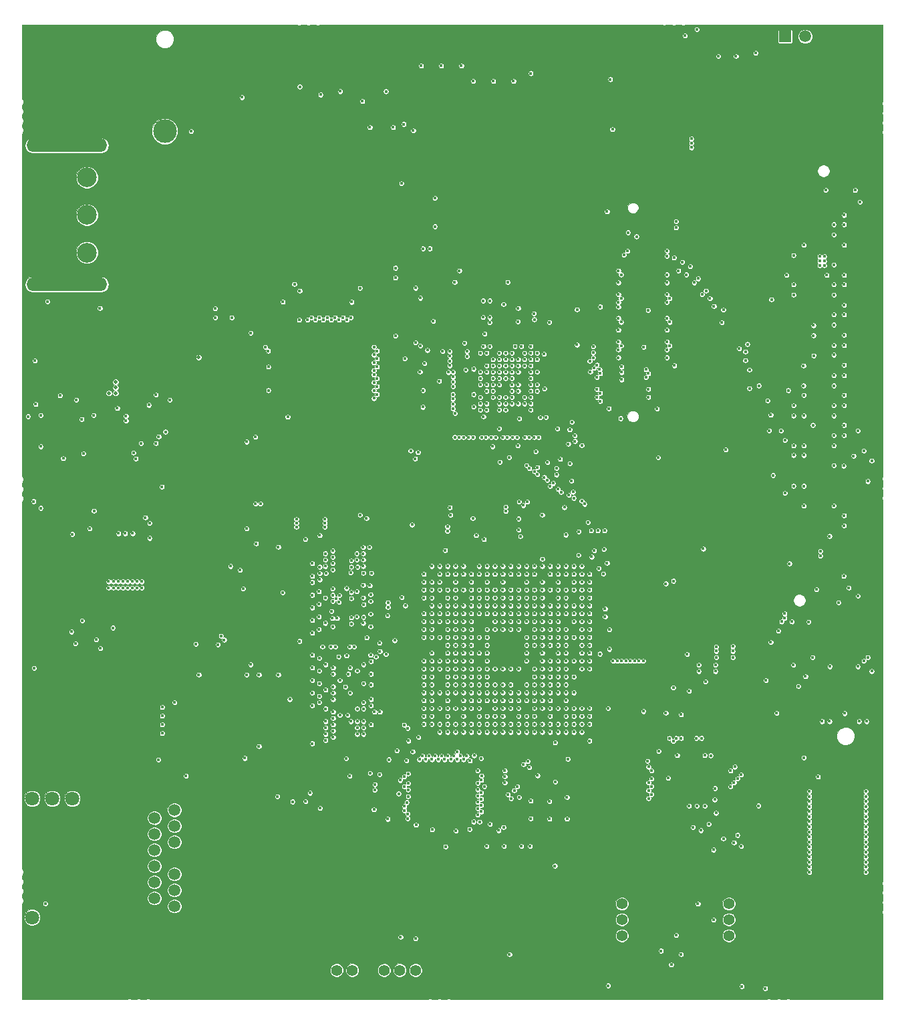
<source format=gbr>
G04 (created by PCBNEW (2013-07-07 BZR 4022)-stable) date 10/02/2015 04:29:17*
%MOIN*%
G04 Gerber Fmt 3.4, Leading zero omitted, Abs format*
%FSLAX34Y34*%
G01*
G70*
G90*
G04 APERTURE LIST*
%ADD10C,0.00590551*%
%ADD11C,0.019685*%
%ADD12R,0.0597X0.0597*%
%ADD13C,0.0597*%
%ADD14C,0.23622*%
%ADD15C,0.0787402*%
%ADD16C,0.216535*%
%ADD17C,0.0708661*%
%ADD18C,0.0590551*%
%ADD19C,0.0984252*%
%ADD20C,0.145669*%
%ADD21C,0.0393701*%
%ADD22C,0.0944882*%
%ADD23C,0.0551181*%
%ADD24C,0.015748*%
%ADD25C,0.19685*%
%ADD26O,0.401575X0.0669291*%
%ADD27O,0.0590551X0.110236*%
%ADD28O,0.11811X0.0590551*%
%ADD29C,0.11811*%
%ADD30C,0.00393701*%
G04 APERTURE END LIST*
G54D10*
G54D11*
X71889Y-46692D03*
X71531Y-46232D03*
X71141Y-46692D03*
X71141Y-44566D03*
X71531Y-44106D03*
X71889Y-44566D03*
X71889Y-42480D03*
X71531Y-42019D03*
X71141Y-42480D03*
X71338Y-38818D03*
X71728Y-38358D03*
X72086Y-38818D03*
X73937Y-40000D03*
X73578Y-39539D03*
X73188Y-40000D03*
X73188Y-35669D03*
X73578Y-35208D03*
X73937Y-35669D03*
X73937Y-37007D03*
X73578Y-36547D03*
X73188Y-37007D03*
X73188Y-38346D03*
X73578Y-37885D03*
X73937Y-38346D03*
X104094Y-38602D03*
X104094Y-37874D03*
X104094Y-38248D03*
X103759Y-38248D03*
X103759Y-37874D03*
X103759Y-38602D03*
X103405Y-38602D03*
X103405Y-37874D03*
X103405Y-38248D03*
X103070Y-38248D03*
X103070Y-37874D03*
X103070Y-38602D03*
X105118Y-59055D03*
X105118Y-58208D03*
X105118Y-59921D03*
X107559Y-62185D03*
X88188Y-50925D03*
X88637Y-51200D03*
X93236Y-43653D03*
X92291Y-43653D03*
X94141Y-43653D03*
X94141Y-44716D03*
X94133Y-46673D03*
X94133Y-47303D03*
X92291Y-44716D03*
X84019Y-37181D03*
X85889Y-37185D03*
X79074Y-48307D03*
X78582Y-48307D03*
X78070Y-48307D03*
X77212Y-49850D03*
X77212Y-50598D03*
X77212Y-50244D03*
X76858Y-50244D03*
X76858Y-50598D03*
X76858Y-49850D03*
X76503Y-49850D03*
X76503Y-50598D03*
X76503Y-50244D03*
X75082Y-50236D03*
X75082Y-50590D03*
X75082Y-49842D03*
X74708Y-50236D03*
X74708Y-50590D03*
X74708Y-49842D03*
X75866Y-54866D03*
X76417Y-54866D03*
X76141Y-54866D03*
X76141Y-55141D03*
X76141Y-54590D03*
X76417Y-54590D03*
X76417Y-55141D03*
X75866Y-55141D03*
X71968Y-54688D03*
X71968Y-54314D03*
X71968Y-55062D03*
X72342Y-55062D03*
X72342Y-54314D03*
X72342Y-54688D03*
X75570Y-58307D03*
X75098Y-58307D03*
X77165Y-62637D03*
X106279Y-63129D03*
X105039Y-64330D03*
X79527Y-45216D03*
X80196Y-45216D03*
X79862Y-45216D03*
X79192Y-45511D03*
X79527Y-45511D03*
X78858Y-45511D03*
X78503Y-45511D03*
X77677Y-46456D03*
X78228Y-46456D03*
X78228Y-46791D03*
X77677Y-46791D03*
X84330Y-45570D03*
X78826Y-51507D03*
X79330Y-47696D03*
X78838Y-47696D03*
X78326Y-47696D03*
X77834Y-47696D03*
X76625Y-48897D03*
X77145Y-47933D03*
X77145Y-47381D03*
X77677Y-46122D03*
X78228Y-46122D03*
X76968Y-46791D03*
X79862Y-46673D03*
X86200Y-46437D03*
X86590Y-45976D03*
X86948Y-46437D03*
X85511Y-45964D03*
X84330Y-46082D03*
X80511Y-46358D03*
X80177Y-46358D03*
X80177Y-47480D03*
X80511Y-47480D03*
X74350Y-53287D03*
X74685Y-53011D03*
X74685Y-52736D03*
X74685Y-53287D03*
X75437Y-49842D03*
X75437Y-50590D03*
X75437Y-50236D03*
X98807Y-71535D03*
X104606Y-64507D03*
X105866Y-63523D03*
X105452Y-63897D03*
X107106Y-63976D03*
X104606Y-64783D03*
X106555Y-64527D03*
X105767Y-65354D03*
X106555Y-66259D03*
X103149Y-41929D03*
X103149Y-42322D03*
X103149Y-42716D03*
X103149Y-43503D03*
X103149Y-43110D03*
X103149Y-43897D03*
X103149Y-44291D03*
X102755Y-43897D03*
X102362Y-43897D03*
X102755Y-43110D03*
X102362Y-43110D03*
X102362Y-43503D03*
X102755Y-43503D03*
X102755Y-42716D03*
X102362Y-42716D03*
X102362Y-42322D03*
X102755Y-42322D03*
X102755Y-41929D03*
X102362Y-41929D03*
X103543Y-41929D03*
X103937Y-41929D03*
X103937Y-42322D03*
X103543Y-42322D03*
X103543Y-42716D03*
X103937Y-42716D03*
X103937Y-43503D03*
X103543Y-43503D03*
X103543Y-43110D03*
X103937Y-43110D03*
X103543Y-43897D03*
X103937Y-43897D03*
X103937Y-44291D03*
X103543Y-44291D03*
X107791Y-46889D03*
X101716Y-42334D03*
X106811Y-45925D03*
X106259Y-46570D03*
X93228Y-47303D03*
X93228Y-46673D03*
X93228Y-48051D03*
X92007Y-48051D03*
X100354Y-73759D03*
X101023Y-73759D03*
X97637Y-79586D03*
X97637Y-78129D03*
X97637Y-76830D03*
X95748Y-76830D03*
X95748Y-78129D03*
X93425Y-77618D03*
X92559Y-77618D03*
X92240Y-78448D03*
X92389Y-81149D03*
X96566Y-80759D03*
X95748Y-79586D03*
X96181Y-79114D03*
X74629Y-76291D03*
X75216Y-77602D03*
X75401Y-74960D03*
X87755Y-79665D03*
X87007Y-79665D03*
X86141Y-79665D03*
X82677Y-79665D03*
X83543Y-79665D03*
X85157Y-79665D03*
X84291Y-79665D03*
X79940Y-72677D03*
X79566Y-72677D03*
X78838Y-72677D03*
X79192Y-72677D03*
X109862Y-59429D03*
X110354Y-62401D03*
X110354Y-61633D03*
X109862Y-61870D03*
X109862Y-62401D03*
X108720Y-66259D03*
X107381Y-66259D03*
X104468Y-67500D03*
X103543Y-68129D03*
X102893Y-67933D03*
X99872Y-45964D03*
X81960Y-81755D03*
X81299Y-81830D03*
X83578Y-81799D03*
X82334Y-81755D03*
X102066Y-38602D03*
X102066Y-37874D03*
X102066Y-38248D03*
X102401Y-38248D03*
X102401Y-37874D03*
X102401Y-38602D03*
X102736Y-38602D03*
X102736Y-37874D03*
X102736Y-38248D03*
X104429Y-38248D03*
X104429Y-37874D03*
X104429Y-38602D03*
X103291Y-44980D03*
X106799Y-46555D03*
X83110Y-57618D03*
X82244Y-57618D03*
X82677Y-57145D03*
X103822Y-81342D03*
X93236Y-44716D03*
X86614Y-44429D03*
X86181Y-44901D03*
X87047Y-44901D03*
X85822Y-44440D03*
X86181Y-43759D03*
X86614Y-43287D03*
X87771Y-49980D03*
X85000Y-43287D03*
X84566Y-43759D03*
X85433Y-43759D03*
X85433Y-44901D03*
X85000Y-44429D03*
X86062Y-62027D03*
X86062Y-61043D03*
X86062Y-61594D03*
X82244Y-56555D03*
X83110Y-56555D03*
X83677Y-58188D03*
X83681Y-57141D03*
X82881Y-58212D03*
X88070Y-44901D03*
X92007Y-46673D03*
X91338Y-46673D03*
X87834Y-46437D03*
X89094Y-47578D03*
X87248Y-48700D03*
X88188Y-49704D03*
X87322Y-49704D03*
X96062Y-56948D03*
X99318Y-55787D03*
X101653Y-55413D03*
X102283Y-54685D03*
X99488Y-55413D03*
X100393Y-53444D03*
X100393Y-52696D03*
X100393Y-51870D03*
X100393Y-50452D03*
X100393Y-49153D03*
X100393Y-47893D03*
X100393Y-47263D03*
X100393Y-45964D03*
X100472Y-45098D03*
X106141Y-45925D03*
X105354Y-45925D03*
X99566Y-43169D03*
X99566Y-44114D03*
X101574Y-43129D03*
X101574Y-44074D03*
X111259Y-38090D03*
X110826Y-38562D03*
X111692Y-38562D03*
X112755Y-52775D03*
X112755Y-51003D03*
X112755Y-47893D03*
X112755Y-49665D03*
X112755Y-43444D03*
X112755Y-41673D03*
X112755Y-44783D03*
X112755Y-46555D03*
X112755Y-58996D03*
X112755Y-57224D03*
X112755Y-54114D03*
X112755Y-55885D03*
X112755Y-62106D03*
X112755Y-60334D03*
X112755Y-63444D03*
X112755Y-65216D03*
X112755Y-66555D03*
X110826Y-66909D03*
X109015Y-66909D03*
X109881Y-66909D03*
X112086Y-70846D03*
X111653Y-71318D03*
X112519Y-71318D03*
X111338Y-78090D03*
X110472Y-78090D03*
X110905Y-77618D03*
X112007Y-78641D03*
X111574Y-79114D03*
X112440Y-79114D03*
X110314Y-79114D03*
X109811Y-79460D03*
X109881Y-78641D03*
X109881Y-80374D03*
X109448Y-80846D03*
X110314Y-80846D03*
X79192Y-72342D03*
X78838Y-72342D03*
X75881Y-81791D03*
X75688Y-82531D03*
X77169Y-81933D03*
X74440Y-80720D03*
X72909Y-80791D03*
X74724Y-81830D03*
X72795Y-76988D03*
X72669Y-77452D03*
X73228Y-77460D03*
X71000Y-78023D03*
X70748Y-77460D03*
X71181Y-76988D03*
X71181Y-74980D03*
X70748Y-75452D03*
X71566Y-74507D03*
X73228Y-75452D03*
X72641Y-75456D03*
X72732Y-74559D03*
X72834Y-70964D03*
X72401Y-71437D03*
X73267Y-71437D03*
X71653Y-71437D03*
X70787Y-71437D03*
X71220Y-70964D03*
X71181Y-68326D03*
X70748Y-68799D03*
X71614Y-68799D03*
X80362Y-81791D03*
X78468Y-81858D03*
X79468Y-81811D03*
X75598Y-79181D03*
X75448Y-76149D03*
X76625Y-49468D03*
X75570Y-58602D03*
X75098Y-58602D03*
X79862Y-47224D03*
X79862Y-45511D03*
X79862Y-46102D03*
X76417Y-46791D03*
X75570Y-58011D03*
X75098Y-58011D03*
X92047Y-74429D03*
X91692Y-74429D03*
X90984Y-74429D03*
X91338Y-74429D03*
X90629Y-74429D03*
X90275Y-74429D03*
X89921Y-74429D03*
X89921Y-74114D03*
X90275Y-74114D03*
X90629Y-74114D03*
X91338Y-74114D03*
X90984Y-74114D03*
X91692Y-74114D03*
X92047Y-74114D03*
X92047Y-73759D03*
X91692Y-73759D03*
X90984Y-73759D03*
X91338Y-73759D03*
X90629Y-73759D03*
X90275Y-73759D03*
X89921Y-73759D03*
X89921Y-73051D03*
X90275Y-73051D03*
X90629Y-73051D03*
X91338Y-73051D03*
X90984Y-73051D03*
X91692Y-73051D03*
X92047Y-73051D03*
X92047Y-73405D03*
X91692Y-73405D03*
X90984Y-73405D03*
X91338Y-73405D03*
X90629Y-73405D03*
X90275Y-73405D03*
X89921Y-73405D03*
X89921Y-72578D03*
X90275Y-72578D03*
X90629Y-72578D03*
X91338Y-72578D03*
X90984Y-72578D03*
X91692Y-72578D03*
X92047Y-72578D03*
X92047Y-72224D03*
X91692Y-72224D03*
X90984Y-72224D03*
X91338Y-72224D03*
X90629Y-72224D03*
X90275Y-72224D03*
X89921Y-72224D03*
X77165Y-62362D03*
X77165Y-62086D03*
X77204Y-61417D03*
X76771Y-61417D03*
X76771Y-61712D03*
X77204Y-61712D03*
X77204Y-61122D03*
X76771Y-61122D03*
X71594Y-54688D03*
X71594Y-54314D03*
X71594Y-55062D03*
X76149Y-50244D03*
X75795Y-50244D03*
X75795Y-50598D03*
X76149Y-50598D03*
X75795Y-49850D03*
X76149Y-49850D03*
X75866Y-54590D03*
X108307Y-58976D03*
X108307Y-59291D03*
X104330Y-44291D03*
X104724Y-44291D03*
X105511Y-44291D03*
X105118Y-44291D03*
X105905Y-44291D03*
X106299Y-44291D03*
X106692Y-44291D03*
X107086Y-44291D03*
X107086Y-43897D03*
X106692Y-43897D03*
X106299Y-43897D03*
X105905Y-43897D03*
X105118Y-43897D03*
X105511Y-43897D03*
X104724Y-43897D03*
X104330Y-43897D03*
X107086Y-43110D03*
X106692Y-43110D03*
X106299Y-43110D03*
X105905Y-43110D03*
X105118Y-43110D03*
X105511Y-43110D03*
X104724Y-43110D03*
X104330Y-43110D03*
X104330Y-43503D03*
X104724Y-43503D03*
X105511Y-43503D03*
X105118Y-43503D03*
X105905Y-43503D03*
X106299Y-43503D03*
X106692Y-43503D03*
X107086Y-43503D03*
X107086Y-42716D03*
X106692Y-42716D03*
X106299Y-42716D03*
X105905Y-42716D03*
X105118Y-42716D03*
X105511Y-42716D03*
X104724Y-42716D03*
X104330Y-42716D03*
X104330Y-42322D03*
X104724Y-42322D03*
X105511Y-42322D03*
X105118Y-42322D03*
X105905Y-42322D03*
X106299Y-42322D03*
X106692Y-42322D03*
X107086Y-42322D03*
X107086Y-41929D03*
X106692Y-41929D03*
X106299Y-41929D03*
X105905Y-41929D03*
X105118Y-41929D03*
X105511Y-41929D03*
X104724Y-41929D03*
G54D12*
X108083Y-35511D03*
G54D13*
X109083Y-35511D03*
G54D14*
X111732Y-82283D03*
X111732Y-36141D03*
X71220Y-36141D03*
X71220Y-82283D03*
G54D11*
X104330Y-41929D03*
G54D15*
X70885Y-63562D03*
X72814Y-63799D03*
X72814Y-69507D03*
X70885Y-69744D03*
G54D11*
X78838Y-71948D03*
X78838Y-71476D03*
X79192Y-71476D03*
X79192Y-71948D03*
X79015Y-71712D03*
X83661Y-53543D03*
X83661Y-53031D03*
X83661Y-52007D03*
X83661Y-52519D03*
X83661Y-51496D03*
X83661Y-50984D03*
X84173Y-51496D03*
X84173Y-52519D03*
X84173Y-52007D03*
X84173Y-53031D03*
X84173Y-53543D03*
X84173Y-50984D03*
X84685Y-53543D03*
X84685Y-53031D03*
X84685Y-52007D03*
X84685Y-52519D03*
X84685Y-51496D03*
X84685Y-50984D03*
X85196Y-51496D03*
X85196Y-52519D03*
X85196Y-52007D03*
X85196Y-53031D03*
X85196Y-53543D03*
X85196Y-50984D03*
X85708Y-53543D03*
X85708Y-53031D03*
X85708Y-52007D03*
X85708Y-52519D03*
X85708Y-51496D03*
X85708Y-50984D03*
X86220Y-50984D03*
X86220Y-51496D03*
X86220Y-52007D03*
X86220Y-53543D03*
X86220Y-53031D03*
X86220Y-52519D03*
G54D16*
X100291Y-41531D03*
X85251Y-41531D03*
X100291Y-57279D03*
X85251Y-57279D03*
G54D17*
X71515Y-79417D03*
X70515Y-79417D03*
X72515Y-73496D03*
X71515Y-73496D03*
G54D18*
X77614Y-78854D03*
X77614Y-78055D03*
X77614Y-77255D03*
X77614Y-75657D03*
X77614Y-74858D03*
X77614Y-74059D03*
X76614Y-78454D03*
X76614Y-77655D03*
X76614Y-76856D03*
X76614Y-74458D03*
X76614Y-75257D03*
G54D19*
X74015Y-79921D03*
G54D20*
X74015Y-78356D03*
X74015Y-74557D03*
G54D19*
X74015Y-72992D03*
G54D18*
X76614Y-76057D03*
G54D17*
X70515Y-73496D03*
G54D21*
X111102Y-72881D03*
X111102Y-73881D03*
X111102Y-74881D03*
X111102Y-75881D03*
X111102Y-76881D03*
G54D22*
X106417Y-77755D03*
X104133Y-77755D03*
X106417Y-80511D03*
X104133Y-80511D03*
G54D23*
X105275Y-77952D03*
X105275Y-78740D03*
X105275Y-79527D03*
X105275Y-80314D03*
G54D22*
X101082Y-77755D03*
X98799Y-77755D03*
X101082Y-80511D03*
X98799Y-80511D03*
G54D23*
X99940Y-77952D03*
X99940Y-78740D03*
X99940Y-79527D03*
X99940Y-80314D03*
G54D24*
X98326Y-61909D03*
X98326Y-62303D03*
X98326Y-62696D03*
X98326Y-63090D03*
X98326Y-63484D03*
X98326Y-63877D03*
X98326Y-64271D03*
X98326Y-64665D03*
X98326Y-65059D03*
X98326Y-65452D03*
X98326Y-65846D03*
X98326Y-66240D03*
X98326Y-66633D03*
X98326Y-67027D03*
X98326Y-68996D03*
X98326Y-69389D03*
X98326Y-69783D03*
X98326Y-70177D03*
X97933Y-61909D03*
X97933Y-62303D03*
X97933Y-62696D03*
X97933Y-63090D03*
X97933Y-63484D03*
X97933Y-63877D03*
X97933Y-64271D03*
X97933Y-64665D03*
X97933Y-65059D03*
X97933Y-65452D03*
X97933Y-65846D03*
X97933Y-66240D03*
X97933Y-66633D03*
X97933Y-67027D03*
X97933Y-68996D03*
X97933Y-69389D03*
X97933Y-69783D03*
X97933Y-70177D03*
X97539Y-61909D03*
X97539Y-62303D03*
X97539Y-62696D03*
X97539Y-63090D03*
X97539Y-63484D03*
X97539Y-63877D03*
X97539Y-64271D03*
X97539Y-64665D03*
X97539Y-65059D03*
X97539Y-65452D03*
X97539Y-65846D03*
X97539Y-66240D03*
X97539Y-66633D03*
X97539Y-67027D03*
X97539Y-67421D03*
X97539Y-67814D03*
X97539Y-68208D03*
X97539Y-68602D03*
X97539Y-68996D03*
X97539Y-69389D03*
X97539Y-69783D03*
X97539Y-70177D03*
X97145Y-61909D03*
X97145Y-62303D03*
X97145Y-62696D03*
X97145Y-63090D03*
X97145Y-63484D03*
X97145Y-63877D03*
X97145Y-64271D03*
X97145Y-64665D03*
X97145Y-65059D03*
X97145Y-65452D03*
X97145Y-65846D03*
X97145Y-66240D03*
X97145Y-66633D03*
X97145Y-67027D03*
X97145Y-67421D03*
X97145Y-67814D03*
X97145Y-68208D03*
X97145Y-68602D03*
X97145Y-68996D03*
X97145Y-69389D03*
X97145Y-69783D03*
X97145Y-70177D03*
X96751Y-61909D03*
X96751Y-62303D03*
X96751Y-62696D03*
X96751Y-63090D03*
X96751Y-63484D03*
X96751Y-63877D03*
X96751Y-64271D03*
X96751Y-64665D03*
X96751Y-65059D03*
X96751Y-65452D03*
X96751Y-65846D03*
X96751Y-66240D03*
X96751Y-66633D03*
X96751Y-67027D03*
X96751Y-67421D03*
X96751Y-67814D03*
X96751Y-68208D03*
X96751Y-68602D03*
X96751Y-68996D03*
X96751Y-69389D03*
X96751Y-69783D03*
X96751Y-70177D03*
X96358Y-61909D03*
X96358Y-62303D03*
X96358Y-62696D03*
X96358Y-63090D03*
X96358Y-63484D03*
X96358Y-63877D03*
X96358Y-64271D03*
X96358Y-64665D03*
X96358Y-65059D03*
X96358Y-65452D03*
X96358Y-65846D03*
X96358Y-66240D03*
X96358Y-66633D03*
X96358Y-67027D03*
X96358Y-67421D03*
X96358Y-67814D03*
X96358Y-68208D03*
X96358Y-68602D03*
X96358Y-68996D03*
X96358Y-69389D03*
X96358Y-69783D03*
X96358Y-70177D03*
X95964Y-61909D03*
X95964Y-62303D03*
X95964Y-62696D03*
X95964Y-63090D03*
X95964Y-63484D03*
X95964Y-63877D03*
X95964Y-64271D03*
X95964Y-64665D03*
X95964Y-65059D03*
X95964Y-65452D03*
X95964Y-65846D03*
X95964Y-66240D03*
X95964Y-66633D03*
X95964Y-67027D03*
X95964Y-67421D03*
X95964Y-67814D03*
X95964Y-68208D03*
X95964Y-68602D03*
X95964Y-68996D03*
X95964Y-69389D03*
X95964Y-69783D03*
X95964Y-70177D03*
X95570Y-61909D03*
X95570Y-62303D03*
X95570Y-62696D03*
X95570Y-63090D03*
X95570Y-63484D03*
X95570Y-63877D03*
X95570Y-64271D03*
X95570Y-64665D03*
X95570Y-65059D03*
X95570Y-65452D03*
X95570Y-65846D03*
X95570Y-66240D03*
X95570Y-66633D03*
X95570Y-67027D03*
X95570Y-67421D03*
X95570Y-67814D03*
X95570Y-68208D03*
X95570Y-68602D03*
X95570Y-68996D03*
X95570Y-69389D03*
X95570Y-69783D03*
X95570Y-70177D03*
X95177Y-61909D03*
X95177Y-62303D03*
X95177Y-62696D03*
X95177Y-63090D03*
X95177Y-63484D03*
X95177Y-63877D03*
X95177Y-64271D03*
X95177Y-64665D03*
X95177Y-65059D03*
X95177Y-65452D03*
X95177Y-65846D03*
X95177Y-66240D03*
X95177Y-66633D03*
X95177Y-67421D03*
X95177Y-67814D03*
X95177Y-68208D03*
X95177Y-68602D03*
X95177Y-68996D03*
X95177Y-69389D03*
X95177Y-69783D03*
X95177Y-70177D03*
X94783Y-61909D03*
X94783Y-62303D03*
X94783Y-62696D03*
X94783Y-63090D03*
X94783Y-63484D03*
X94783Y-63877D03*
X94783Y-64271D03*
X94783Y-64665D03*
X94783Y-65059D03*
X94783Y-65452D03*
X94783Y-65846D03*
X94783Y-66240D03*
X94783Y-66633D03*
X94783Y-67027D03*
X94783Y-68208D03*
X94783Y-68602D03*
X94783Y-68996D03*
X94783Y-69389D03*
X94783Y-69783D03*
X94783Y-70177D03*
X94389Y-61909D03*
X94389Y-62303D03*
X94389Y-62696D03*
X94389Y-63090D03*
X94389Y-63484D03*
X94389Y-63877D03*
X94389Y-64271D03*
X94389Y-64665D03*
X94389Y-65059D03*
X94389Y-65452D03*
X94389Y-65846D03*
X94389Y-66240D03*
X94389Y-66633D03*
X94389Y-67027D03*
X94389Y-67421D03*
X94389Y-67814D03*
X94389Y-68208D03*
X94389Y-68602D03*
X94389Y-68996D03*
X94389Y-69389D03*
X94389Y-69783D03*
X94389Y-70177D03*
X93996Y-61909D03*
X93996Y-62303D03*
X93996Y-62696D03*
X93996Y-63090D03*
X93996Y-63484D03*
X93996Y-63877D03*
X93996Y-64271D03*
X93996Y-64665D03*
X93996Y-65059D03*
X93996Y-65452D03*
X93996Y-65846D03*
X93996Y-66240D03*
X93996Y-66633D03*
X93996Y-67027D03*
X93996Y-67814D03*
X93996Y-68208D03*
X93996Y-68602D03*
X93996Y-68996D03*
X93996Y-69389D03*
X93996Y-69783D03*
X93996Y-70177D03*
X93602Y-61909D03*
X93602Y-62303D03*
X93602Y-62696D03*
X93602Y-63090D03*
X93602Y-63484D03*
X93602Y-63877D03*
X93602Y-64271D03*
X93602Y-64665D03*
X93602Y-65059D03*
X93602Y-65452D03*
X93602Y-65846D03*
X93602Y-66240D03*
X93602Y-66633D03*
X93602Y-67027D03*
X93602Y-67421D03*
X93602Y-67814D03*
X93602Y-68208D03*
X93602Y-68602D03*
X93602Y-68996D03*
X93602Y-69389D03*
X93602Y-69783D03*
X93602Y-70177D03*
X93208Y-61909D03*
X93208Y-62303D03*
X93208Y-62696D03*
X93208Y-63090D03*
X93208Y-63484D03*
X93208Y-63877D03*
X93208Y-64271D03*
X93208Y-64665D03*
X93208Y-65059D03*
X93208Y-65452D03*
X93208Y-65846D03*
X93208Y-66240D03*
X93208Y-66633D03*
X93208Y-67027D03*
X93208Y-67421D03*
X93208Y-67814D03*
X93208Y-68208D03*
X93208Y-68602D03*
X93208Y-68996D03*
X93208Y-69389D03*
X93208Y-69783D03*
X93208Y-70177D03*
X92814Y-61909D03*
X92814Y-62303D03*
X92814Y-62696D03*
X92814Y-63090D03*
X92814Y-63484D03*
X92814Y-63877D03*
X92814Y-64271D03*
X92814Y-65059D03*
X92814Y-65452D03*
X92814Y-65846D03*
X92814Y-66240D03*
X92814Y-66633D03*
X92814Y-67027D03*
X92814Y-67421D03*
X92814Y-67814D03*
X92814Y-68208D03*
X92814Y-68602D03*
X92814Y-68996D03*
X92814Y-69389D03*
X92814Y-69783D03*
X92814Y-70177D03*
X92421Y-61909D03*
X92421Y-62303D03*
X92421Y-62696D03*
X92421Y-63090D03*
X92421Y-63484D03*
X92421Y-63877D03*
X92421Y-64271D03*
X92421Y-64665D03*
X92421Y-65059D03*
X92421Y-65452D03*
X92421Y-65846D03*
X92421Y-66240D03*
X92421Y-66633D03*
X92421Y-67027D03*
X92421Y-67421D03*
X92421Y-67814D03*
X92421Y-68208D03*
X92421Y-68602D03*
X92421Y-68996D03*
X92421Y-69389D03*
X92421Y-69783D03*
X92421Y-70177D03*
X92027Y-61909D03*
X92027Y-62303D03*
X92027Y-62696D03*
X92027Y-63090D03*
X92027Y-63484D03*
X92027Y-63877D03*
X92027Y-64271D03*
X92027Y-64665D03*
X92027Y-65059D03*
X92027Y-65452D03*
X92027Y-65846D03*
X92027Y-66240D03*
X92027Y-66633D03*
X92027Y-67027D03*
X92027Y-67421D03*
X92027Y-67814D03*
X92027Y-68208D03*
X92027Y-68602D03*
X92027Y-68996D03*
X92027Y-69389D03*
X92027Y-69783D03*
X92027Y-70177D03*
X91633Y-61909D03*
X91633Y-62303D03*
X91633Y-62696D03*
X91633Y-63090D03*
X91633Y-63484D03*
X91633Y-63877D03*
X91633Y-64271D03*
X91633Y-64665D03*
X91633Y-65059D03*
X91633Y-65452D03*
X91633Y-65846D03*
X91633Y-66240D03*
X91633Y-66633D03*
X91633Y-67027D03*
X91633Y-67421D03*
X91633Y-67814D03*
X91633Y-68208D03*
X91633Y-68602D03*
X91633Y-68996D03*
X91633Y-69389D03*
X91633Y-69783D03*
X91633Y-70177D03*
X91240Y-61909D03*
X91240Y-62303D03*
X91240Y-62696D03*
X91240Y-63090D03*
X91240Y-63484D03*
X91240Y-63877D03*
X91240Y-64271D03*
X91240Y-64665D03*
X91240Y-65059D03*
X91240Y-65452D03*
X91240Y-65846D03*
X91240Y-66240D03*
X91240Y-66633D03*
X91240Y-67027D03*
X91240Y-67421D03*
X91240Y-67814D03*
X91240Y-68208D03*
X91240Y-68602D03*
X91240Y-68996D03*
X91240Y-69389D03*
X91240Y-69783D03*
X91240Y-70177D03*
X90846Y-61909D03*
X90846Y-62303D03*
X90846Y-62696D03*
X90846Y-63090D03*
X90846Y-63484D03*
X90846Y-63877D03*
X90846Y-64271D03*
X90846Y-64665D03*
X90846Y-65059D03*
X90846Y-65452D03*
X90846Y-65846D03*
X90846Y-66240D03*
X90846Y-66633D03*
X90846Y-67027D03*
X90846Y-67421D03*
X90846Y-67814D03*
X90846Y-68208D03*
X90846Y-68602D03*
X90846Y-68996D03*
X90846Y-69389D03*
X90846Y-69783D03*
X90846Y-70177D03*
X90452Y-61909D03*
X90452Y-62303D03*
X90452Y-62696D03*
X90452Y-63090D03*
X90452Y-63484D03*
X90452Y-63877D03*
X90452Y-64271D03*
X90452Y-64665D03*
X90452Y-65059D03*
X90452Y-65452D03*
X90452Y-65846D03*
X90452Y-66240D03*
X90452Y-66633D03*
X90452Y-67027D03*
X90452Y-67421D03*
X90452Y-67814D03*
X90452Y-68208D03*
X90452Y-68602D03*
X90452Y-68996D03*
X90452Y-69389D03*
X90452Y-69783D03*
X90452Y-70177D03*
X90059Y-61909D03*
X90059Y-62303D03*
X90059Y-62696D03*
X90059Y-63090D03*
X90059Y-63484D03*
X90059Y-63877D03*
X90059Y-64271D03*
X90059Y-64665D03*
X90059Y-65059D03*
X90059Y-65452D03*
X90059Y-65846D03*
X90059Y-66240D03*
X90059Y-66633D03*
X90059Y-67027D03*
X90059Y-67421D03*
X90059Y-67814D03*
X90059Y-68208D03*
X90059Y-68602D03*
X90059Y-68996D03*
X90059Y-69389D03*
X90059Y-69783D03*
X90059Y-70177D03*
G54D25*
X110787Y-40633D03*
X110787Y-65192D03*
G54D24*
X80102Y-44000D03*
X79866Y-44000D03*
X79629Y-44236D03*
X79629Y-44000D03*
X79629Y-44472D03*
X79866Y-44472D03*
X80102Y-44472D03*
X80102Y-44236D03*
X79866Y-44236D03*
X79629Y-43055D03*
X79866Y-43055D03*
X80102Y-43055D03*
X79866Y-43527D03*
X80102Y-43527D03*
X80102Y-43763D03*
X79866Y-43763D03*
X79629Y-43763D03*
X79629Y-43291D03*
X79629Y-43527D03*
X79866Y-43291D03*
X80102Y-43291D03*
X80102Y-42346D03*
X79866Y-42346D03*
X79629Y-42582D03*
X79629Y-42346D03*
X79629Y-42818D03*
X79866Y-42818D03*
X80102Y-42818D03*
X80102Y-42582D03*
X79866Y-42582D03*
X79866Y-41874D03*
X80102Y-41874D03*
X80102Y-42110D03*
X79866Y-42110D03*
X79629Y-42110D03*
X79629Y-41637D03*
X79629Y-41874D03*
X79866Y-41637D03*
X80102Y-41637D03*
G54D19*
X73251Y-42539D03*
X73251Y-44409D03*
X73251Y-46279D03*
G54D26*
X72244Y-47874D03*
X72244Y-40944D03*
G54D27*
X74803Y-38066D03*
X74803Y-36019D03*
X79488Y-36019D03*
G54D28*
X77145Y-37614D03*
G54D27*
X79488Y-38066D03*
G54D29*
X77145Y-40232D03*
G54D23*
X85708Y-82047D03*
X86496Y-82047D03*
X89645Y-82047D03*
X88858Y-82047D03*
X88070Y-82047D03*
X87283Y-82047D03*
G54D24*
X99468Y-40137D03*
X94822Y-54557D03*
X89271Y-73051D03*
X87606Y-73062D03*
X95389Y-73602D03*
X92923Y-74143D03*
X96326Y-73629D03*
X92539Y-74645D03*
X82751Y-73385D03*
X90462Y-71545D03*
X83507Y-73649D03*
X90620Y-71377D03*
X84149Y-73633D03*
X90935Y-71377D03*
X84377Y-73212D03*
X91250Y-71377D03*
X91407Y-71545D03*
X91564Y-71377D03*
X91879Y-71377D03*
X92037Y-71545D03*
X92923Y-73828D03*
X92746Y-73671D03*
X92923Y-73513D03*
X92746Y-73356D03*
X92746Y-73041D03*
X93080Y-72883D03*
X92746Y-72726D03*
X92923Y-72568D03*
X102755Y-47185D03*
X111023Y-44409D03*
X110511Y-44881D03*
X102952Y-46751D03*
X99763Y-47185D03*
X102185Y-48759D03*
X105000Y-49133D03*
X111023Y-48897D03*
X99763Y-48759D03*
X104921Y-49763D03*
X110511Y-49370D03*
X103149Y-47381D03*
X102185Y-47381D03*
X111023Y-44881D03*
X110511Y-45393D03*
X103346Y-46968D03*
X99901Y-47381D03*
X103543Y-47775D03*
X102185Y-47775D03*
X111023Y-45905D03*
X99763Y-47775D03*
X103740Y-47578D03*
X110511Y-46889D03*
X103937Y-48366D03*
X102185Y-48366D03*
X111023Y-47401D03*
X104133Y-48188D03*
X99763Y-48366D03*
X110511Y-47874D03*
X104330Y-48562D03*
X102322Y-48562D03*
X111023Y-47874D03*
X104527Y-48956D03*
X99901Y-48562D03*
X110511Y-48385D03*
X102185Y-49547D03*
X106102Y-51653D03*
X110511Y-51377D03*
X99763Y-49547D03*
X105787Y-51062D03*
X110511Y-50905D03*
X102185Y-51122D03*
X108070Y-55629D03*
X110511Y-55393D03*
X108070Y-58267D03*
X99763Y-51122D03*
X111023Y-55393D03*
X102322Y-49744D03*
X106299Y-52125D03*
X111023Y-51889D03*
X106771Y-52913D03*
X99901Y-49744D03*
X111023Y-52401D03*
X102185Y-50137D03*
X107204Y-53661D03*
X111023Y-53385D03*
X106299Y-53051D03*
X110511Y-52401D03*
X99763Y-50137D03*
X107362Y-54370D03*
X102185Y-50728D03*
X110511Y-53897D03*
X107283Y-55157D03*
X99763Y-50728D03*
X111023Y-53897D03*
X102322Y-50925D03*
X107874Y-55157D03*
X111023Y-54881D03*
X107480Y-57381D03*
X99901Y-50925D03*
X110511Y-54409D03*
X85137Y-61909D03*
X86437Y-61633D03*
X87027Y-61909D03*
X85511Y-61141D03*
X87027Y-60964D03*
X85511Y-61771D03*
X87027Y-61594D03*
X85137Y-61594D03*
X86712Y-61594D03*
X85511Y-61456D03*
X87027Y-61279D03*
X85137Y-61279D03*
X86712Y-61279D03*
X85137Y-63484D03*
X87027Y-63484D03*
X85452Y-64153D03*
X86712Y-64429D03*
X87401Y-64291D03*
X84822Y-64429D03*
X87401Y-64921D03*
X84822Y-65059D03*
X85679Y-63523D03*
X85511Y-63031D03*
X88956Y-63464D03*
X86712Y-63169D03*
X87864Y-66151D03*
X87362Y-62874D03*
X84822Y-63169D03*
X87401Y-63661D03*
X89133Y-63877D03*
X84822Y-63799D03*
X85137Y-64744D03*
X85816Y-63700D03*
X88267Y-63952D03*
X87027Y-64744D03*
X87047Y-69645D03*
X85531Y-69803D03*
X85157Y-69645D03*
X86732Y-70275D03*
X85157Y-70590D03*
X86732Y-69645D03*
X86141Y-67921D03*
X85157Y-69960D03*
X87047Y-69960D03*
X85531Y-70118D03*
X86732Y-69960D03*
X85157Y-70275D03*
X87047Y-70275D03*
X85531Y-70433D03*
X87047Y-67755D03*
X85157Y-68070D03*
X86732Y-67125D03*
X85531Y-67283D03*
X84842Y-67125D03*
X87421Y-67283D03*
X84842Y-66496D03*
X87421Y-66653D03*
X86250Y-69330D03*
X85531Y-68543D03*
X84842Y-68385D03*
X87421Y-68543D03*
X84842Y-67755D03*
X87421Y-67814D03*
X87047Y-66811D03*
X85157Y-66811D03*
X95177Y-56889D03*
X87568Y-50984D03*
X95324Y-57037D03*
X87726Y-51181D03*
X97933Y-58661D03*
X87726Y-53346D03*
X98080Y-58809D03*
X87568Y-53543D03*
X95570Y-57185D03*
X87568Y-51377D03*
X87726Y-51574D03*
X95718Y-57332D03*
X96062Y-57480D03*
X87568Y-51771D03*
X96210Y-57627D03*
X87726Y-51968D03*
X96751Y-58070D03*
X87726Y-52559D03*
X96899Y-58218D03*
X87568Y-52755D03*
X97293Y-58366D03*
X87726Y-52952D03*
X97539Y-58513D03*
X87568Y-53149D03*
X83858Y-65649D03*
X95248Y-71637D03*
X86358Y-72364D03*
X95031Y-71787D03*
X87370Y-72228D03*
X95318Y-71940D03*
X87846Y-72287D03*
X96606Y-70704D03*
X91505Y-54055D03*
X91515Y-52952D03*
X94143Y-58956D03*
X91348Y-51909D03*
X91348Y-51683D03*
X90826Y-52687D03*
X91505Y-53572D03*
X91505Y-53346D03*
X91515Y-52470D03*
X91348Y-51427D03*
X91515Y-52726D03*
X94143Y-59173D03*
X91505Y-53828D03*
X91348Y-51200D03*
X91515Y-52244D03*
X95098Y-55492D03*
X95305Y-55492D03*
X92519Y-55492D03*
X91811Y-55492D03*
X92293Y-55492D03*
X92037Y-55492D03*
X93415Y-55492D03*
X93641Y-55492D03*
X95787Y-55492D03*
X94478Y-55492D03*
X94704Y-55492D03*
X95561Y-55492D03*
X93996Y-55492D03*
X94222Y-55492D03*
X92933Y-55492D03*
X93159Y-55492D03*
X82795Y-67322D03*
X82795Y-60954D03*
X78828Y-67322D03*
X80413Y-61909D03*
X81909Y-58799D03*
X81830Y-67322D03*
X94783Y-59547D03*
X81220Y-67322D03*
X81692Y-60787D03*
X102129Y-69228D03*
X102129Y-62779D03*
X77007Y-68937D03*
X77007Y-69370D03*
X77007Y-69803D03*
X77007Y-70236D03*
X109291Y-77165D03*
X109291Y-76909D03*
X109291Y-74645D03*
X109291Y-74389D03*
X109291Y-74143D03*
X109291Y-73887D03*
X109291Y-73641D03*
X109291Y-73385D03*
X109291Y-76663D03*
X109291Y-76407D03*
X109291Y-76161D03*
X109291Y-75905D03*
X109291Y-75649D03*
X109291Y-75403D03*
X109291Y-75147D03*
X109291Y-74891D03*
X112106Y-77165D03*
X112106Y-76909D03*
X112106Y-74645D03*
X112106Y-74389D03*
X112106Y-74143D03*
X112106Y-73887D03*
X112106Y-73631D03*
X112106Y-73385D03*
X112106Y-76663D03*
X112106Y-76407D03*
X112106Y-76161D03*
X112106Y-75905D03*
X112106Y-75649D03*
X112106Y-75403D03*
X112106Y-75147D03*
X112106Y-74901D03*
X101013Y-69143D03*
X101269Y-71909D03*
X101417Y-72106D03*
X94094Y-72106D03*
X94094Y-72391D03*
X101417Y-72500D03*
X94094Y-72696D03*
X101269Y-72696D03*
X94724Y-72893D03*
X101417Y-72893D03*
X94566Y-73090D03*
X101269Y-73090D03*
X94251Y-73287D03*
X101417Y-73287D03*
X101269Y-73484D03*
X94409Y-73484D03*
X72677Y-65767D03*
X73710Y-65570D03*
X104511Y-79535D03*
X103728Y-78740D03*
X94055Y-75866D03*
X105000Y-75492D03*
X105354Y-72893D03*
X95354Y-75866D03*
X105885Y-75866D03*
X105885Y-72303D03*
X104507Y-76043D03*
X104566Y-73543D03*
X96594Y-76850D03*
X93188Y-75866D03*
X105708Y-75314D03*
X105708Y-72500D03*
X94921Y-75866D03*
X105531Y-75688D03*
X105531Y-72696D03*
X95393Y-37350D03*
X95393Y-50954D03*
X94448Y-51289D03*
X88641Y-47047D03*
X91594Y-47755D03*
X94242Y-47755D03*
X89921Y-36968D03*
X92874Y-51289D03*
X90925Y-36968D03*
X93188Y-51919D03*
X91929Y-36968D03*
X93031Y-50954D03*
X92519Y-37736D03*
X93188Y-51289D03*
X93523Y-37736D03*
X93346Y-50954D03*
X94527Y-37736D03*
X93503Y-51604D03*
X104744Y-36496D03*
X98513Y-50964D03*
X93818Y-51289D03*
X105629Y-36496D03*
X98336Y-51692D03*
X93818Y-51604D03*
X106614Y-36338D03*
X94133Y-51919D03*
X98690Y-51879D03*
X99360Y-37647D03*
X97440Y-54728D03*
X95393Y-53494D03*
X86992Y-38740D03*
X94133Y-52549D03*
X84905Y-38409D03*
X94763Y-52864D03*
X88169Y-38248D03*
X95393Y-53809D03*
X85885Y-38244D03*
X94763Y-53179D03*
X83866Y-38015D03*
X95866Y-54498D03*
X111053Y-69242D03*
X107657Y-69232D03*
X76692Y-55787D03*
X76161Y-59488D03*
X89468Y-59842D03*
X78681Y-65787D03*
X76830Y-55452D03*
X87844Y-65738D03*
X70944Y-54389D03*
X70590Y-58681D03*
X98248Y-59724D03*
X77381Y-53622D03*
X72716Y-53622D03*
X101259Y-53484D03*
X84862Y-62263D03*
X84862Y-62578D03*
X87047Y-69015D03*
X87047Y-68700D03*
X86870Y-59360D03*
X91387Y-59360D03*
X86751Y-61948D03*
X86437Y-61948D03*
X92500Y-59527D03*
X87194Y-59527D03*
X87037Y-62253D03*
X86437Y-63523D03*
X85728Y-64507D03*
X85511Y-63661D03*
X84488Y-62401D03*
X84143Y-60570D03*
X93061Y-60570D03*
X86200Y-63011D03*
X86437Y-64783D03*
X85511Y-64921D03*
X85511Y-62086D03*
X84862Y-61948D03*
X84862Y-60374D03*
X92667Y-60374D03*
X85177Y-62263D03*
X85846Y-63366D03*
X86407Y-62234D03*
X85866Y-67598D03*
X85866Y-69330D03*
X85807Y-66417D03*
X85531Y-69488D03*
X85157Y-69015D03*
X85000Y-65925D03*
X85531Y-67913D03*
X86289Y-67283D03*
X87598Y-69173D03*
X87667Y-66427D03*
X85639Y-65925D03*
X86358Y-65925D03*
X86417Y-69645D03*
X86200Y-66368D03*
X87864Y-69173D03*
X88248Y-64374D03*
X86574Y-65925D03*
X86732Y-69015D03*
X85531Y-69173D03*
X85413Y-65925D03*
X73011Y-64625D03*
X73917Y-66003D03*
X79783Y-65816D03*
X86220Y-49635D03*
X79940Y-65383D03*
X85826Y-49635D03*
X74547Y-64980D03*
X96358Y-57923D03*
X87568Y-52372D03*
X87568Y-52155D03*
X96505Y-57775D03*
X81043Y-63031D03*
X84448Y-49517D03*
X84645Y-49635D03*
X80885Y-62106D03*
X80098Y-65580D03*
X85629Y-49517D03*
X97500Y-58208D03*
X111023Y-49370D03*
X105118Y-56102D03*
X99763Y-51515D03*
X97342Y-56791D03*
X111496Y-56417D03*
X102185Y-51515D03*
X107746Y-65137D03*
X108503Y-48385D03*
X108503Y-47874D03*
X107362Y-65698D03*
X94311Y-56486D03*
X89401Y-56161D03*
X91236Y-60165D03*
X98555Y-61129D03*
X89767Y-56240D03*
X91232Y-59937D03*
X94870Y-60425D03*
X95968Y-61555D03*
X95078Y-51917D03*
X91602Y-55480D03*
X81653Y-55472D03*
X74822Y-60275D03*
X81653Y-58799D03*
X94744Y-55905D03*
X94448Y-52234D03*
X98740Y-60137D03*
X99921Y-52244D03*
X94921Y-50954D03*
X95078Y-51604D03*
X99921Y-52608D03*
X99074Y-60137D03*
X97696Y-50875D03*
X94606Y-50954D03*
X95724Y-56984D03*
X94133Y-51289D03*
X81417Y-50285D03*
X81417Y-66811D03*
X90236Y-51141D03*
X91358Y-58984D03*
X95964Y-59360D03*
X94133Y-51604D03*
X94751Y-49720D03*
X94448Y-51604D03*
X96318Y-49753D03*
X95078Y-51289D03*
X98513Y-51515D03*
X98405Y-60137D03*
X98362Y-52220D03*
X97783Y-60185D03*
X94448Y-51919D03*
X93848Y-56722D03*
X94133Y-52234D03*
X88641Y-50433D03*
X88641Y-47539D03*
X95393Y-51289D03*
X75157Y-60275D03*
X96078Y-53062D03*
X89881Y-50925D03*
X89881Y-48543D03*
X94763Y-52234D03*
X75531Y-60275D03*
X96220Y-56732D03*
X89625Y-56555D03*
X89645Y-48041D03*
X89645Y-50767D03*
X94763Y-51919D03*
X91614Y-54291D03*
X94763Y-51604D03*
X94763Y-53809D03*
X95566Y-49614D03*
X95393Y-54124D03*
X96151Y-54488D03*
X98503Y-51259D03*
X99874Y-54547D03*
X93090Y-50334D03*
X90984Y-51200D03*
X96724Y-55059D03*
X85118Y-59763D03*
X93346Y-49763D03*
X85118Y-59566D03*
X85118Y-59960D03*
X94448Y-53484D03*
X95393Y-51604D03*
X93484Y-55944D03*
X76102Y-42637D03*
X75826Y-41968D03*
X76377Y-41968D03*
X94881Y-40039D03*
X92519Y-40039D03*
X91515Y-40039D03*
X90531Y-40039D03*
X91181Y-35807D03*
X91850Y-35807D03*
X90846Y-35807D03*
X90177Y-35807D03*
X89173Y-35807D03*
X89842Y-35807D03*
X88838Y-35807D03*
X88169Y-35807D03*
X87165Y-35807D03*
X87834Y-35807D03*
X86181Y-35807D03*
X86850Y-35807D03*
X85846Y-35807D03*
X85177Y-35807D03*
X84173Y-35807D03*
X84842Y-35807D03*
X83838Y-35807D03*
X83169Y-35807D03*
X94763Y-52549D03*
X96122Y-51564D03*
X89901Y-75570D03*
X106043Y-83326D03*
X107106Y-81673D03*
X98858Y-45019D03*
X97637Y-71811D03*
X82677Y-72362D03*
X82677Y-72618D03*
X92614Y-79094D03*
X92425Y-79633D03*
X93464Y-83169D03*
X93464Y-82165D03*
X71417Y-52874D03*
X88070Y-76692D03*
X87244Y-74763D03*
X101496Y-59862D03*
X101240Y-60570D03*
X103027Y-61964D03*
X102696Y-78976D03*
X102696Y-78228D03*
X96141Y-48435D03*
X95551Y-48897D03*
X96614Y-56574D03*
X92185Y-48700D03*
X91811Y-48976D03*
X93996Y-50334D03*
X90078Y-52795D03*
X90059Y-51437D03*
X89094Y-52224D03*
X87775Y-47283D03*
X92627Y-56397D03*
X96476Y-50374D03*
X97145Y-54862D03*
X82322Y-73661D03*
X83956Y-72618D03*
X83307Y-72618D03*
X70334Y-55866D03*
X84645Y-54893D03*
X74173Y-53818D03*
X71377Y-59015D03*
X71653Y-57637D03*
X72204Y-58425D03*
X71062Y-58425D03*
X71062Y-57519D03*
X71062Y-58149D03*
X71377Y-57834D03*
X73070Y-55944D03*
X75000Y-56043D03*
X77165Y-55570D03*
X77047Y-53838D03*
X76417Y-58700D03*
X74744Y-57539D03*
X75165Y-57094D03*
X73937Y-63523D03*
X76318Y-56614D03*
X75944Y-53877D03*
X74744Y-54350D03*
X73917Y-55964D03*
X71673Y-56515D03*
X73326Y-55767D03*
X72657Y-55433D03*
X73326Y-53799D03*
X72480Y-53622D03*
X72263Y-53622D03*
X71318Y-53740D03*
X71082Y-53405D03*
X71220Y-55354D03*
X70334Y-55275D03*
X70334Y-53838D03*
X72677Y-59429D03*
X71929Y-59429D03*
X72303Y-59862D03*
X72303Y-58996D03*
X73248Y-56515D03*
X73011Y-57834D03*
X76732Y-56929D03*
X73956Y-59763D03*
X73366Y-58208D03*
X73366Y-58523D03*
X77125Y-62992D03*
X77244Y-60314D03*
X75944Y-61929D03*
X76141Y-61722D03*
X73976Y-61929D03*
X75748Y-61929D03*
X75157Y-61929D03*
X74566Y-61929D03*
X75354Y-61929D03*
X75551Y-61929D03*
X74763Y-61929D03*
X74960Y-61929D03*
X74370Y-61929D03*
X74173Y-61929D03*
X79311Y-64704D03*
X106003Y-46909D03*
X105787Y-46909D03*
X105905Y-48464D03*
X106141Y-50334D03*
X95393Y-72342D03*
X101456Y-70196D03*
X101456Y-70452D03*
X100354Y-70196D03*
X100354Y-70452D03*
X91122Y-60767D03*
X90846Y-60767D03*
X91023Y-58996D03*
X88090Y-58070D03*
X87854Y-58070D03*
X88346Y-58070D03*
X88090Y-58562D03*
X87854Y-58562D03*
X88346Y-58562D03*
X94783Y-70688D03*
X80019Y-40255D03*
X82007Y-40000D03*
X77637Y-51200D03*
X79507Y-51200D03*
X70649Y-49625D03*
X71279Y-50866D03*
X76437Y-48405D03*
X82736Y-53917D03*
X101220Y-63779D03*
X76610Y-79602D03*
X77618Y-80015D03*
X76039Y-73850D03*
X78771Y-74062D03*
X98598Y-79535D03*
X98614Y-78740D03*
X106657Y-78755D03*
X106669Y-79515D03*
X104566Y-81350D03*
X105070Y-82031D03*
X100318Y-81314D03*
X97779Y-82507D03*
X97783Y-81228D03*
X77196Y-51598D03*
X75385Y-52645D03*
X75858Y-52633D03*
X76901Y-52090D03*
X75874Y-60275D03*
X99338Y-60614D03*
X102795Y-62157D03*
X92649Y-59354D03*
X88677Y-58311D03*
X106933Y-41566D03*
X106933Y-40287D03*
X81283Y-37846D03*
X81775Y-37929D03*
X102188Y-36141D03*
X96389Y-79389D03*
X96732Y-79881D03*
X96594Y-82165D03*
X97133Y-82622D03*
X91708Y-82618D03*
X92125Y-82169D03*
X92035Y-80204D03*
X89055Y-65807D03*
X86330Y-67598D03*
X93622Y-73484D03*
X88543Y-67598D03*
X88267Y-68858D03*
X90031Y-54228D03*
X97696Y-54862D03*
X97669Y-52586D03*
X96984Y-72811D03*
X96531Y-72846D03*
X91244Y-53405D03*
X92051Y-53106D03*
X96870Y-53244D03*
X95814Y-56015D03*
X87007Y-49051D03*
X85980Y-48468D03*
X83027Y-49500D03*
X84779Y-48055D03*
X84055Y-54893D03*
X84251Y-54893D03*
X84448Y-54893D03*
X84842Y-54889D03*
X85039Y-54893D03*
X85236Y-54893D03*
X85433Y-54893D03*
X85629Y-54893D03*
X85826Y-54897D03*
X86023Y-54893D03*
X86220Y-54893D03*
X103177Y-69322D03*
X104535Y-69196D03*
X104397Y-69322D03*
X103917Y-70177D03*
X105433Y-69212D03*
X104877Y-69318D03*
X88590Y-70720D03*
X84055Y-49517D03*
X98858Y-48070D03*
X105000Y-49429D03*
X106948Y-49429D03*
X102165Y-45039D03*
X104409Y-35551D03*
X102755Y-35314D03*
X99055Y-36377D03*
X99251Y-36811D03*
X99251Y-35944D03*
X97125Y-36811D03*
X97125Y-35944D03*
X95393Y-80866D03*
X76161Y-70236D03*
X76161Y-68937D03*
X91614Y-76062D03*
X107952Y-66259D03*
X111181Y-67480D03*
X109409Y-67480D03*
X111771Y-67854D03*
X111771Y-68602D03*
X109921Y-68602D03*
X109921Y-67854D03*
X108740Y-68838D03*
X109094Y-67677D03*
X110944Y-67677D03*
X109783Y-37598D03*
X102539Y-40275D03*
X102539Y-41358D03*
X102716Y-40078D03*
X100492Y-55570D03*
X99763Y-55137D03*
X101220Y-55137D03*
X70255Y-66476D03*
X70255Y-66003D03*
X71712Y-66614D03*
X72362Y-66614D03*
X70295Y-65196D03*
X70728Y-65748D03*
X70728Y-64645D03*
X99251Y-83169D03*
X82618Y-63622D03*
X72677Y-68326D03*
X72677Y-67736D03*
X72677Y-67145D03*
X72677Y-66555D03*
X100492Y-42933D03*
X99763Y-43366D03*
X101220Y-43366D03*
X82618Y-66535D03*
X80452Y-72519D03*
X81830Y-72519D03*
X81456Y-72814D03*
X80826Y-72814D03*
X99734Y-52795D03*
X98858Y-52795D03*
X105757Y-35364D03*
X91220Y-48641D03*
X77598Y-72696D03*
X77460Y-70570D03*
X78700Y-62598D03*
X92342Y-75374D03*
X78937Y-40098D03*
X77913Y-42460D03*
X81141Y-65216D03*
X82263Y-62283D03*
X82519Y-62559D03*
X99212Y-62194D03*
X99793Y-49251D03*
X109370Y-71929D03*
X103789Y-71929D03*
X87913Y-74015D03*
X87913Y-73641D03*
X88484Y-79704D03*
X86259Y-80393D03*
X92086Y-50009D03*
X95462Y-71742D03*
X110088Y-72883D03*
X109291Y-72883D03*
X102539Y-67519D03*
X107283Y-35364D03*
X106574Y-35364D03*
X94035Y-48051D03*
X103484Y-71338D03*
X103484Y-70629D03*
X103090Y-70629D03*
X103090Y-71338D03*
X99822Y-46653D03*
X99822Y-45708D03*
X89596Y-63041D03*
X84685Y-69911D03*
X85531Y-68858D03*
X87421Y-70433D03*
X85157Y-68700D03*
X85157Y-67755D03*
X85157Y-67440D03*
X85157Y-66496D03*
X79202Y-70118D03*
X78444Y-70118D03*
X82824Y-70875D03*
X83198Y-70118D03*
X86732Y-68700D03*
X86732Y-66496D03*
X84606Y-69202D03*
X86712Y-62854D03*
X86751Y-63523D03*
X86751Y-64783D03*
X85137Y-65059D03*
X85137Y-64153D03*
X85137Y-63799D03*
X85511Y-65413D03*
X85511Y-62716D03*
X86023Y-63779D03*
X87342Y-61318D03*
X83671Y-61771D03*
X83671Y-62716D03*
X83671Y-63346D03*
X83671Y-63976D03*
X83671Y-64606D03*
X83671Y-65236D03*
X86427Y-65413D03*
X86437Y-62854D03*
X84488Y-61141D03*
X88267Y-69803D03*
X83671Y-68858D03*
X83671Y-68228D03*
X83671Y-67598D03*
X83671Y-66968D03*
X83671Y-66338D03*
X84488Y-71102D03*
X85807Y-66751D03*
X101259Y-52795D03*
X102135Y-53287D03*
X101259Y-46555D03*
X101259Y-45059D03*
X101259Y-45708D03*
X102145Y-45708D03*
X101259Y-46003D03*
X101102Y-47381D03*
X102185Y-47992D03*
X101240Y-47992D03*
X101043Y-48956D03*
X102490Y-51496D03*
X101259Y-49940D03*
X101259Y-50433D03*
X102185Y-51909D03*
X98858Y-47578D03*
X99734Y-48070D03*
X99763Y-50433D03*
X98858Y-49940D03*
X99763Y-51742D03*
X98858Y-51712D03*
X98858Y-51318D03*
X108996Y-62913D03*
X109015Y-62401D03*
X109015Y-61909D03*
X108996Y-60915D03*
X108996Y-60413D03*
X109015Y-56889D03*
X108996Y-42913D03*
X108996Y-44409D03*
X109015Y-44881D03*
X109015Y-58385D03*
X109015Y-43897D03*
X108503Y-47401D03*
X108503Y-48897D03*
X108503Y-49409D03*
X109015Y-49409D03*
X108503Y-50905D03*
X109015Y-50905D03*
X108503Y-51377D03*
X109015Y-52401D03*
X108503Y-52913D03*
X108503Y-53385D03*
X109015Y-53897D03*
X108503Y-54881D03*
X108503Y-55393D03*
X109015Y-55393D03*
X108503Y-56889D03*
X108503Y-46889D03*
X110511Y-45905D03*
X110511Y-59389D03*
X110511Y-62903D03*
X111545Y-61663D03*
X110511Y-61397D03*
X110511Y-60895D03*
X111545Y-60167D03*
X111545Y-58661D03*
X110511Y-43385D03*
X111023Y-43897D03*
X110511Y-44409D03*
X111023Y-45393D03*
X111023Y-46889D03*
X110511Y-47401D03*
X111023Y-48385D03*
X110511Y-48897D03*
X111023Y-49881D03*
X110511Y-50393D03*
X111023Y-51377D03*
X110511Y-51889D03*
X111023Y-52913D03*
X110511Y-53385D03*
X111023Y-54409D03*
X110511Y-54881D03*
X110511Y-57913D03*
X111023Y-57401D03*
X111023Y-55905D03*
X110511Y-56377D03*
X90590Y-45708D03*
X87598Y-43582D03*
X87834Y-43159D03*
X97125Y-38090D03*
X97125Y-37263D03*
X90925Y-46437D03*
X88228Y-48789D03*
X87814Y-48543D03*
X96476Y-50708D03*
X98779Y-37431D03*
X96496Y-49389D03*
X102125Y-73681D03*
X104635Y-71299D03*
X104468Y-70620D03*
X102696Y-74566D03*
X102696Y-73858D03*
X101417Y-73681D03*
X105354Y-73287D03*
X104645Y-73287D03*
X100688Y-71614D03*
X100255Y-71614D03*
X102696Y-73641D03*
X102460Y-71919D03*
X104232Y-72982D03*
X72677Y-65374D03*
X82736Y-50511D03*
X82303Y-52559D03*
X83179Y-51377D03*
X87145Y-50511D03*
X83464Y-49635D03*
X86417Y-54901D03*
X83661Y-54901D03*
X82145Y-48031D03*
X82490Y-50511D03*
X82047Y-52559D03*
X82047Y-53740D03*
X86771Y-48976D03*
X107519Y-68031D03*
X108267Y-67795D03*
X107559Y-67795D03*
X93622Y-74409D03*
X96151Y-55639D03*
X95708Y-53494D03*
X95078Y-53179D03*
X94931Y-50344D03*
X94763Y-51289D03*
X96476Y-50039D03*
X92539Y-54281D03*
X92539Y-52706D03*
X92539Y-51761D03*
X96053Y-51131D03*
X94261Y-56190D03*
X93976Y-54458D03*
X92874Y-51919D03*
X92874Y-51604D03*
X92539Y-51446D03*
X92539Y-51131D03*
X80314Y-71909D03*
X77736Y-71712D03*
X102716Y-35748D03*
X102716Y-36082D03*
X102795Y-39842D03*
X102539Y-39271D03*
X76141Y-61978D03*
X79566Y-64094D03*
X80275Y-64094D03*
X80275Y-63602D03*
X80393Y-63110D03*
X80472Y-64704D03*
X79311Y-64350D03*
X101496Y-59429D03*
X100964Y-59429D03*
X101240Y-59429D03*
X102135Y-53681D03*
X83661Y-49517D03*
X98858Y-50433D03*
X94803Y-58700D03*
X94763Y-49055D03*
X75196Y-54665D03*
X79645Y-49070D03*
X95078Y-53494D03*
X94783Y-60098D03*
X95019Y-58877D03*
X75196Y-54429D03*
X79649Y-49527D03*
X95078Y-53809D03*
X95551Y-49320D03*
X95216Y-58700D03*
X96614Y-72661D03*
X89271Y-72736D03*
X106200Y-50846D03*
X102539Y-46535D03*
X111023Y-50393D03*
X101240Y-49153D03*
X101023Y-50984D03*
X110511Y-56889D03*
X89271Y-72253D03*
X89291Y-70610D03*
X89074Y-72401D03*
X97240Y-71519D03*
X88311Y-71547D03*
X88799Y-73248D03*
X88897Y-80393D03*
X97586Y-55397D03*
X109015Y-54409D03*
X101141Y-52106D03*
X97598Y-55679D03*
X101259Y-52303D03*
X108503Y-53897D03*
X101141Y-52500D03*
X108503Y-54409D03*
X97933Y-55885D03*
X96860Y-56574D03*
X109015Y-53385D03*
X101259Y-53090D03*
X108996Y-52913D03*
X108740Y-67893D03*
X108061Y-64498D03*
X108996Y-51919D03*
X109842Y-61397D03*
X109498Y-50413D03*
X109094Y-67401D03*
X109498Y-49911D03*
X98830Y-52106D03*
X103779Y-67145D03*
X99488Y-66633D03*
X112007Y-56161D03*
X112007Y-66633D03*
X101003Y-66633D03*
X99291Y-54055D03*
X104645Y-66456D03*
X98858Y-53287D03*
X100354Y-66633D03*
X98690Y-52500D03*
X99921Y-66633D03*
X103779Y-66830D03*
X111771Y-69645D03*
X109921Y-69645D03*
X98858Y-52303D03*
X99716Y-66633D03*
X104645Y-65925D03*
X110295Y-69645D03*
X112145Y-69645D03*
X104645Y-66141D03*
X98690Y-53090D03*
X100137Y-66633D03*
X99007Y-62287D03*
X109842Y-61161D03*
X109251Y-64685D03*
X109015Y-58897D03*
X111712Y-63395D03*
X110511Y-49881D03*
X111712Y-55157D03*
X101692Y-54064D03*
X108297Y-61781D03*
X108503Y-57913D03*
X111023Y-59389D03*
X107903Y-64675D03*
X108503Y-55905D03*
X108415Y-64675D03*
X100039Y-46397D03*
X108149Y-47401D03*
X109015Y-57913D03*
X109015Y-55905D03*
X108061Y-64271D03*
X111023Y-59891D03*
X99921Y-51968D03*
X106102Y-51220D03*
X111023Y-50905D03*
X99094Y-64429D03*
X102559Y-51909D03*
X111003Y-56909D03*
X100570Y-66633D03*
X98690Y-53484D03*
X100787Y-66633D03*
X98858Y-53681D03*
X109291Y-73129D03*
X112106Y-73129D03*
X101751Y-56496D03*
X99763Y-48996D03*
X98838Y-66279D03*
X99043Y-61062D03*
X108484Y-66830D03*
X104606Y-66830D03*
X108503Y-56377D03*
X109015Y-56377D03*
X112401Y-56653D03*
X104606Y-67145D03*
X112401Y-67145D03*
X99251Y-68996D03*
X109645Y-63070D03*
X109507Y-51417D03*
X109448Y-66456D03*
X105472Y-66456D03*
X109468Y-54881D03*
X110748Y-63720D03*
X110511Y-58897D03*
X105472Y-65905D03*
X112204Y-57677D03*
X105472Y-66141D03*
X112204Y-66456D03*
X111574Y-43169D03*
X109015Y-45905D03*
X108503Y-46417D03*
X111259Y-62992D03*
X93188Y-53179D03*
X93503Y-52864D03*
X93818Y-52864D03*
X94448Y-52864D03*
X92874Y-52549D03*
X93188Y-52864D03*
X93818Y-55059D03*
X93503Y-52549D03*
X92145Y-52125D03*
X93818Y-52549D03*
X92214Y-51456D03*
X92874Y-52234D03*
X93188Y-52234D03*
X91279Y-52244D03*
X93503Y-52234D03*
X93818Y-52234D03*
X92214Y-51200D03*
X92874Y-52864D03*
X93188Y-54124D03*
X93031Y-54458D03*
X92539Y-53966D03*
X92874Y-54124D03*
X93818Y-54124D03*
X94133Y-54124D03*
X94448Y-53809D03*
X92874Y-53809D03*
X93188Y-53809D03*
X93818Y-53809D03*
X94133Y-53809D03*
X94133Y-53494D03*
X92874Y-53494D03*
X93503Y-53494D03*
X93503Y-53179D03*
X93818Y-53494D03*
X94448Y-53179D03*
X95393Y-51919D03*
X95708Y-51289D03*
X94448Y-52549D03*
X94035Y-48858D03*
X97700Y-49122D03*
X95393Y-52549D03*
X92539Y-52076D03*
X92086Y-50787D03*
X95708Y-51604D03*
X97334Y-55102D03*
X95393Y-53179D03*
X90019Y-53149D03*
X92539Y-53346D03*
X93503Y-51919D03*
X93011Y-49507D03*
X93818Y-51919D03*
X93346Y-49507D03*
X98854Y-48980D03*
X95393Y-52864D03*
X98551Y-52039D03*
X103082Y-35472D03*
X95393Y-52234D03*
X103651Y-70482D03*
X103907Y-70482D03*
X104074Y-71338D03*
X94330Y-81259D03*
X85039Y-49635D03*
X85236Y-49517D03*
X85433Y-49635D03*
X72480Y-65177D03*
X82293Y-51181D03*
X109724Y-72401D03*
X83838Y-49635D03*
X84842Y-49517D03*
X86023Y-49517D03*
X89084Y-73877D03*
X89212Y-73681D03*
X89665Y-74803D03*
X89251Y-74251D03*
X92342Y-75019D03*
X89084Y-74094D03*
X90472Y-75039D03*
X91653Y-75098D03*
X89251Y-74488D03*
X72519Y-60314D03*
X72992Y-54586D03*
X75688Y-56555D03*
X76338Y-53877D03*
X96673Y-57027D03*
X75944Y-55787D03*
X97421Y-57657D03*
X72066Y-56535D03*
X70944Y-59015D03*
X99196Y-61751D03*
X76988Y-57952D03*
X73070Y-56299D03*
X74763Y-54035D03*
X70314Y-54448D03*
X95708Y-52864D03*
X95708Y-52224D03*
X96053Y-51338D03*
X95708Y-53179D03*
X73897Y-49055D03*
X98783Y-62019D03*
X96673Y-57342D03*
X98322Y-70614D03*
X89188Y-71598D03*
X97066Y-58976D03*
X102657Y-70482D03*
X102509Y-62647D03*
X111003Y-62401D03*
X111712Y-66909D03*
X110314Y-66909D03*
X110295Y-60413D03*
X100216Y-46200D03*
X110157Y-47401D03*
X102185Y-46456D03*
X99311Y-66043D03*
X110511Y-55905D03*
X102185Y-46200D03*
X108238Y-53149D03*
X110511Y-52913D03*
X99311Y-65068D03*
X105570Y-71909D03*
X105354Y-72106D03*
X87362Y-40039D03*
X102303Y-70482D03*
X100665Y-45480D03*
X88523Y-40039D03*
X100244Y-45279D03*
X101771Y-71131D03*
X89527Y-40196D03*
X99196Y-44240D03*
X101220Y-71622D03*
X78444Y-40236D03*
X103405Y-40826D03*
X103405Y-41043D03*
X103405Y-40610D03*
X89074Y-72893D03*
X88169Y-66299D03*
X83700Y-59566D03*
X83700Y-59960D03*
X83700Y-59763D03*
X75984Y-62992D03*
X75984Y-62677D03*
X75511Y-62992D03*
X75748Y-62992D03*
X75275Y-62992D03*
X74803Y-62992D03*
X75039Y-62992D03*
X74566Y-62992D03*
X74330Y-62992D03*
X74330Y-62677D03*
X74566Y-62677D03*
X75039Y-62677D03*
X74803Y-62677D03*
X75275Y-62677D03*
X75748Y-62677D03*
X75511Y-62677D03*
X88255Y-74511D03*
X91141Y-75885D03*
X91722Y-71545D03*
X90777Y-71545D03*
X92923Y-73198D03*
X92746Y-73986D03*
X77165Y-55216D03*
X93346Y-48681D03*
X93015Y-48681D03*
X90007Y-53976D03*
X87421Y-68858D03*
X85531Y-68228D03*
X87401Y-66338D03*
X85531Y-66968D03*
X84488Y-68858D03*
X84488Y-68228D03*
X84488Y-67598D03*
X84488Y-66968D03*
X84488Y-66338D03*
X84488Y-70748D03*
X87421Y-69803D03*
X86377Y-68228D03*
X86377Y-66968D03*
X87440Y-62253D03*
X87342Y-60964D03*
X86437Y-63208D03*
X87047Y-64448D03*
X86437Y-64468D03*
X84488Y-61771D03*
X84488Y-62716D03*
X85511Y-63346D03*
X84488Y-63346D03*
X84488Y-63976D03*
X85492Y-64507D03*
X84488Y-64606D03*
X84488Y-65236D03*
X87401Y-63326D03*
X87057Y-63818D03*
X87204Y-65472D03*
X87618Y-72795D03*
X81830Y-70885D03*
X86181Y-71496D03*
X83602Y-47854D03*
X89862Y-52224D03*
X90523Y-49696D03*
X98429Y-61444D03*
X95728Y-72342D03*
X97771Y-61358D03*
X97141Y-60342D03*
X95637Y-56200D03*
X89055Y-39881D03*
X71279Y-48720D03*
X90086Y-51799D03*
X77618Y-68700D03*
X76377Y-60511D03*
X76377Y-59763D03*
X107401Y-48622D03*
X80984Y-38543D03*
X103188Y-66299D03*
X80472Y-49523D03*
X89106Y-51566D03*
X86870Y-48051D03*
X86456Y-48744D03*
X83862Y-48188D03*
X83023Y-48736D03*
X91830Y-47185D03*
X90019Y-46082D03*
X90354Y-46082D03*
X90610Y-44980D03*
X88937Y-42834D03*
X90610Y-43562D03*
X84877Y-73972D03*
X87566Y-74035D03*
X95389Y-74488D03*
X96326Y-74503D03*
X97200Y-74503D03*
X92933Y-72354D03*
X91092Y-71545D03*
X90147Y-71545D03*
X92746Y-74301D03*
X102244Y-72470D03*
X103681Y-35157D03*
X110112Y-43163D03*
X110039Y-46476D03*
X110039Y-46712D03*
X110037Y-46927D03*
X109803Y-46476D03*
X109803Y-46712D03*
X109803Y-46929D03*
X106751Y-73848D03*
X103287Y-73858D03*
X104586Y-72982D03*
X104370Y-71348D03*
X83267Y-54468D03*
X86417Y-49517D03*
X84251Y-49635D03*
X82145Y-50984D03*
X82303Y-51968D03*
X82303Y-53149D03*
X70649Y-51673D03*
X75570Y-56259D03*
X73602Y-59153D03*
X73582Y-54389D03*
X71909Y-53405D03*
X70688Y-53838D03*
X70944Y-55945D03*
X76692Y-53366D03*
X89645Y-80472D03*
X102645Y-80303D03*
X105925Y-82850D03*
X107090Y-82952D03*
X70610Y-66988D03*
X76811Y-71555D03*
X107125Y-67598D03*
X99251Y-82814D03*
X109015Y-71456D03*
X102637Y-45039D03*
X102637Y-44724D03*
X111811Y-43759D03*
X103996Y-61043D03*
X99094Y-64035D03*
X92834Y-74655D03*
X104635Y-74212D03*
X102500Y-70629D03*
X102500Y-67962D03*
X101889Y-81082D03*
X104271Y-74763D03*
X93356Y-74763D03*
X102401Y-81771D03*
X92913Y-71486D03*
X102696Y-71338D03*
X93789Y-75078D03*
X103877Y-75078D03*
X102893Y-81259D03*
X102893Y-70482D03*
X102893Y-69301D03*
X103484Y-74921D03*
X94035Y-74921D03*
X103681Y-73858D03*
X103287Y-68129D03*
X104074Y-73858D03*
X104114Y-67667D03*
X84842Y-68700D03*
X87027Y-62854D03*
X83011Y-63228D03*
X83366Y-68543D03*
X78188Y-72362D03*
X88602Y-65610D03*
X88267Y-63720D03*
X91122Y-61122D03*
X81122Y-71476D03*
X89251Y-69980D03*
X88877Y-72578D03*
X89074Y-69822D03*
X89498Y-71161D03*
X91722Y-71161D03*
X92746Y-72096D03*
X81220Y-55708D03*
X81220Y-60039D03*
X73385Y-60039D03*
X71173Y-78724D03*
X97263Y-55816D03*
X94814Y-73429D03*
X97196Y-73429D03*
X89832Y-71545D03*
X92354Y-71602D03*
X88712Y-71102D03*
X90305Y-71377D03*
X89990Y-71377D03*
X89271Y-73385D03*
X89783Y-70433D03*
X92194Y-71377D03*
X92568Y-71344D03*
G54D10*
X95551Y-53336D02*
X95708Y-53494D01*
X95236Y-53336D02*
X95551Y-53336D01*
X95078Y-53179D02*
X95236Y-53336D01*
X94763Y-51289D02*
X94763Y-50511D01*
X94763Y-50511D02*
X94931Y-50344D01*
G36*
X112933Y-83484D02*
X112539Y-83484D01*
X112539Y-67118D01*
X112539Y-56626D01*
X112518Y-56575D01*
X112479Y-56536D01*
X112429Y-56515D01*
X112374Y-56515D01*
X112323Y-56536D01*
X112284Y-56575D01*
X112263Y-56626D01*
X112263Y-56680D01*
X112284Y-56731D01*
X112323Y-56770D01*
X112374Y-56791D01*
X112428Y-56791D01*
X112479Y-56770D01*
X112518Y-56731D01*
X112539Y-56681D01*
X112539Y-56626D01*
X112539Y-67118D01*
X112518Y-67067D01*
X112479Y-67028D01*
X112429Y-67007D01*
X112374Y-67007D01*
X112342Y-67020D01*
X112342Y-66429D01*
X112342Y-57649D01*
X112321Y-57599D01*
X112282Y-57560D01*
X112232Y-57539D01*
X112177Y-57539D01*
X112145Y-57552D01*
X112145Y-56134D01*
X112124Y-56083D01*
X112086Y-56044D01*
X112035Y-56023D01*
X111980Y-56023D01*
X111948Y-56036D01*
X111948Y-43732D01*
X111927Y-43681D01*
X111889Y-43643D01*
X111838Y-43622D01*
X111783Y-43622D01*
X111733Y-43642D01*
X111712Y-43663D01*
X111712Y-43142D01*
X111691Y-43091D01*
X111652Y-43052D01*
X111602Y-43031D01*
X111547Y-43031D01*
X111496Y-43052D01*
X111458Y-43091D01*
X111437Y-43141D01*
X111436Y-43196D01*
X111457Y-43247D01*
X111496Y-43286D01*
X111547Y-43307D01*
X111602Y-43307D01*
X111652Y-43286D01*
X111691Y-43247D01*
X111712Y-43196D01*
X111712Y-43142D01*
X111712Y-43663D01*
X111694Y-43681D01*
X111673Y-43732D01*
X111673Y-43787D01*
X111694Y-43837D01*
X111732Y-43876D01*
X111783Y-43897D01*
X111838Y-43897D01*
X111888Y-43876D01*
X111927Y-43837D01*
X111948Y-43787D01*
X111948Y-43732D01*
X111948Y-56036D01*
X111929Y-56044D01*
X111891Y-56083D01*
X111870Y-56133D01*
X111870Y-56188D01*
X111890Y-56239D01*
X111929Y-56278D01*
X111980Y-56299D01*
X112035Y-56299D01*
X112085Y-56278D01*
X112124Y-56239D01*
X112145Y-56188D01*
X112145Y-56134D01*
X112145Y-57552D01*
X112126Y-57560D01*
X112087Y-57599D01*
X112066Y-57649D01*
X112066Y-57704D01*
X112087Y-57755D01*
X112126Y-57793D01*
X112177Y-57814D01*
X112232Y-57814D01*
X112282Y-57794D01*
X112321Y-57755D01*
X112342Y-57704D01*
X112342Y-57649D01*
X112342Y-66429D01*
X112321Y-66378D01*
X112282Y-66339D01*
X112232Y-66318D01*
X112177Y-66318D01*
X112126Y-66339D01*
X112087Y-66378D01*
X112066Y-66429D01*
X112066Y-66483D01*
X112079Y-66514D01*
X112035Y-66496D01*
X111980Y-66496D01*
X111929Y-66516D01*
X111891Y-66555D01*
X111870Y-66606D01*
X111870Y-66661D01*
X111890Y-66711D01*
X111929Y-66750D01*
X111980Y-66771D01*
X112035Y-66771D01*
X112085Y-66750D01*
X112124Y-66712D01*
X112145Y-66661D01*
X112145Y-66606D01*
X112133Y-66576D01*
X112177Y-66594D01*
X112232Y-66594D01*
X112282Y-66573D01*
X112321Y-66534D01*
X112342Y-66484D01*
X112342Y-66429D01*
X112342Y-67020D01*
X112323Y-67028D01*
X112284Y-67067D01*
X112263Y-67118D01*
X112263Y-67172D01*
X112284Y-67223D01*
X112323Y-67262D01*
X112374Y-67283D01*
X112428Y-67283D01*
X112479Y-67262D01*
X112518Y-67223D01*
X112539Y-67173D01*
X112539Y-67118D01*
X112539Y-83484D01*
X112283Y-83484D01*
X112283Y-69618D01*
X112262Y-69567D01*
X112223Y-69528D01*
X112173Y-69507D01*
X112118Y-69507D01*
X112067Y-69528D01*
X112028Y-69567D01*
X112007Y-69618D01*
X112007Y-69672D01*
X112028Y-69723D01*
X112067Y-69762D01*
X112118Y-69783D01*
X112172Y-69783D01*
X112223Y-69762D01*
X112262Y-69723D01*
X112283Y-69673D01*
X112283Y-69618D01*
X112283Y-83484D01*
X112244Y-83484D01*
X112244Y-77138D01*
X112223Y-77087D01*
X112184Y-77048D01*
X112157Y-77037D01*
X112184Y-77026D01*
X112223Y-76987D01*
X112244Y-76936D01*
X112244Y-76882D01*
X112223Y-76831D01*
X112184Y-76792D01*
X112169Y-76786D01*
X112184Y-76780D01*
X112223Y-76741D01*
X112244Y-76690D01*
X112244Y-76636D01*
X112223Y-76585D01*
X112184Y-76546D01*
X112157Y-76535D01*
X112184Y-76524D01*
X112223Y-76485D01*
X112244Y-76435D01*
X112244Y-76380D01*
X112223Y-76329D01*
X112184Y-76290D01*
X112169Y-76284D01*
X112184Y-76278D01*
X112223Y-76239D01*
X112244Y-76188D01*
X112244Y-76134D01*
X112223Y-76083D01*
X112184Y-76044D01*
X112157Y-76033D01*
X112184Y-76022D01*
X112223Y-75983D01*
X112244Y-75933D01*
X112244Y-75878D01*
X112223Y-75827D01*
X112184Y-75788D01*
X112157Y-75777D01*
X112184Y-75766D01*
X112223Y-75727D01*
X112244Y-75677D01*
X112244Y-75622D01*
X112223Y-75571D01*
X112184Y-75532D01*
X112169Y-75526D01*
X112184Y-75520D01*
X112223Y-75481D01*
X112244Y-75431D01*
X112244Y-75376D01*
X112223Y-75325D01*
X112184Y-75286D01*
X112157Y-75275D01*
X112184Y-75264D01*
X112223Y-75225D01*
X112244Y-75175D01*
X112244Y-75120D01*
X112223Y-75069D01*
X112184Y-75030D01*
X112169Y-75024D01*
X112184Y-75018D01*
X112223Y-74979D01*
X112244Y-74929D01*
X112244Y-74874D01*
X112223Y-74823D01*
X112184Y-74784D01*
X112157Y-74773D01*
X112184Y-74762D01*
X112223Y-74723D01*
X112244Y-74673D01*
X112244Y-74618D01*
X112223Y-74567D01*
X112184Y-74528D01*
X112157Y-74517D01*
X112184Y-74506D01*
X112223Y-74467D01*
X112244Y-74417D01*
X112244Y-74362D01*
X112223Y-74311D01*
X112184Y-74273D01*
X112169Y-74266D01*
X112184Y-74260D01*
X112223Y-74221D01*
X112244Y-74171D01*
X112244Y-74116D01*
X112223Y-74065D01*
X112184Y-74026D01*
X112157Y-74015D01*
X112184Y-74004D01*
X112223Y-73965D01*
X112244Y-73915D01*
X112244Y-73860D01*
X112223Y-73809D01*
X112184Y-73771D01*
X112157Y-73759D01*
X112184Y-73748D01*
X112223Y-73710D01*
X112244Y-73659D01*
X112244Y-73604D01*
X112223Y-73553D01*
X112184Y-73515D01*
X112169Y-73508D01*
X112184Y-73502D01*
X112223Y-73463D01*
X112244Y-73413D01*
X112244Y-73358D01*
X112223Y-73307D01*
X112184Y-73269D01*
X112157Y-73257D01*
X112184Y-73246D01*
X112223Y-73208D01*
X112244Y-73157D01*
X112244Y-73102D01*
X112223Y-73051D01*
X112184Y-73013D01*
X112133Y-72992D01*
X112079Y-72992D01*
X112028Y-73013D01*
X111989Y-73051D01*
X111968Y-73102D01*
X111968Y-73157D01*
X111989Y-73207D01*
X112028Y-73246D01*
X112055Y-73257D01*
X112028Y-73268D01*
X111989Y-73307D01*
X111968Y-73358D01*
X111968Y-73413D01*
X111989Y-73463D01*
X112028Y-73502D01*
X112043Y-73508D01*
X112028Y-73515D01*
X111989Y-73553D01*
X111968Y-73604D01*
X111968Y-73659D01*
X111989Y-73709D01*
X112028Y-73748D01*
X112055Y-73759D01*
X112028Y-73770D01*
X111989Y-73809D01*
X111968Y-73860D01*
X111968Y-73915D01*
X111989Y-73965D01*
X112028Y-74004D01*
X112055Y-74015D01*
X112028Y-74026D01*
X111989Y-74065D01*
X111968Y-74116D01*
X111968Y-74170D01*
X111989Y-74221D01*
X112028Y-74260D01*
X112043Y-74266D01*
X112028Y-74272D01*
X111989Y-74311D01*
X111968Y-74362D01*
X111968Y-74417D01*
X111989Y-74467D01*
X112028Y-74506D01*
X112055Y-74517D01*
X112028Y-74528D01*
X111989Y-74567D01*
X111968Y-74618D01*
X111968Y-74672D01*
X111989Y-74723D01*
X112028Y-74762D01*
X112055Y-74773D01*
X112028Y-74784D01*
X111989Y-74823D01*
X111968Y-74874D01*
X111968Y-74928D01*
X111989Y-74979D01*
X112028Y-75018D01*
X112043Y-75024D01*
X112028Y-75030D01*
X111989Y-75069D01*
X111968Y-75120D01*
X111968Y-75174D01*
X111989Y-75225D01*
X112028Y-75264D01*
X112055Y-75275D01*
X112028Y-75286D01*
X111989Y-75325D01*
X111968Y-75376D01*
X111968Y-75430D01*
X111989Y-75481D01*
X112028Y-75520D01*
X112043Y-75526D01*
X112028Y-75532D01*
X111989Y-75571D01*
X111968Y-75622D01*
X111968Y-75676D01*
X111989Y-75727D01*
X112028Y-75766D01*
X112055Y-75777D01*
X112028Y-75788D01*
X111989Y-75827D01*
X111968Y-75877D01*
X111968Y-75932D01*
X111989Y-75983D01*
X112028Y-76022D01*
X112055Y-76033D01*
X112028Y-76044D01*
X111989Y-76083D01*
X111968Y-76133D01*
X111968Y-76188D01*
X111989Y-76239D01*
X112028Y-76278D01*
X112043Y-76284D01*
X112028Y-76290D01*
X111989Y-76329D01*
X111968Y-76379D01*
X111968Y-76434D01*
X111989Y-76485D01*
X112028Y-76524D01*
X112055Y-76535D01*
X112028Y-76546D01*
X111989Y-76585D01*
X111968Y-76635D01*
X111968Y-76690D01*
X111989Y-76741D01*
X112028Y-76780D01*
X112043Y-76786D01*
X112028Y-76792D01*
X111989Y-76831D01*
X111968Y-76881D01*
X111968Y-76936D01*
X111989Y-76987D01*
X112028Y-77026D01*
X112055Y-77037D01*
X112028Y-77048D01*
X111989Y-77087D01*
X111968Y-77137D01*
X111968Y-77192D01*
X111989Y-77243D01*
X112028Y-77282D01*
X112078Y-77303D01*
X112133Y-77303D01*
X112184Y-77282D01*
X112223Y-77243D01*
X112244Y-77192D01*
X112244Y-77138D01*
X112244Y-83484D01*
X111909Y-83484D01*
X111909Y-69618D01*
X111888Y-69567D01*
X111850Y-69529D01*
X111850Y-66882D01*
X111850Y-63368D01*
X111850Y-55130D01*
X111829Y-55079D01*
X111790Y-55040D01*
X111740Y-55019D01*
X111685Y-55019D01*
X111634Y-55040D01*
X111595Y-55079D01*
X111574Y-55129D01*
X111574Y-55184D01*
X111595Y-55235D01*
X111634Y-55274D01*
X111685Y-55295D01*
X111739Y-55295D01*
X111790Y-55274D01*
X111829Y-55235D01*
X111850Y-55185D01*
X111850Y-55130D01*
X111850Y-63368D01*
X111829Y-63317D01*
X111790Y-63278D01*
X111740Y-63257D01*
X111685Y-63257D01*
X111634Y-63278D01*
X111633Y-63279D01*
X111633Y-56390D01*
X111612Y-56339D01*
X111574Y-56300D01*
X111523Y-56279D01*
X111468Y-56279D01*
X111418Y-56300D01*
X111379Y-56339D01*
X111358Y-56389D01*
X111358Y-56444D01*
X111379Y-56495D01*
X111417Y-56534D01*
X111468Y-56555D01*
X111523Y-56555D01*
X111574Y-56534D01*
X111612Y-56495D01*
X111633Y-56444D01*
X111633Y-56390D01*
X111633Y-63279D01*
X111595Y-63317D01*
X111574Y-63368D01*
X111574Y-63422D01*
X111595Y-63473D01*
X111634Y-63512D01*
X111685Y-63533D01*
X111739Y-63533D01*
X111790Y-63512D01*
X111829Y-63473D01*
X111850Y-63423D01*
X111850Y-63368D01*
X111850Y-66882D01*
X111829Y-66831D01*
X111790Y-66792D01*
X111740Y-66771D01*
X111685Y-66771D01*
X111634Y-66792D01*
X111595Y-66831D01*
X111574Y-66881D01*
X111574Y-66936D01*
X111595Y-66987D01*
X111634Y-67026D01*
X111685Y-67047D01*
X111739Y-67047D01*
X111790Y-67026D01*
X111829Y-66987D01*
X111850Y-66936D01*
X111850Y-66882D01*
X111850Y-69529D01*
X111849Y-69528D01*
X111799Y-69507D01*
X111744Y-69507D01*
X111693Y-69528D01*
X111654Y-69567D01*
X111633Y-69618D01*
X111633Y-69672D01*
X111654Y-69723D01*
X111693Y-69762D01*
X111744Y-69783D01*
X111798Y-69783D01*
X111849Y-69762D01*
X111888Y-69723D01*
X111909Y-69673D01*
X111909Y-69618D01*
X111909Y-83484D01*
X111555Y-83484D01*
X111555Y-70292D01*
X111486Y-70125D01*
X111397Y-70036D01*
X111397Y-62964D01*
X111376Y-62914D01*
X111337Y-62875D01*
X111287Y-62854D01*
X111232Y-62854D01*
X111181Y-62875D01*
X111161Y-62895D01*
X111161Y-59864D01*
X111161Y-59362D01*
X111161Y-55366D01*
X111161Y-54854D01*
X111161Y-53870D01*
X111161Y-53358D01*
X111161Y-52374D01*
X111161Y-51862D01*
X111161Y-50878D01*
X111161Y-50366D01*
X111161Y-49342D01*
X111161Y-48870D01*
X111161Y-47846D01*
X111161Y-47374D01*
X111161Y-45878D01*
X111161Y-44854D01*
X111161Y-44382D01*
X111140Y-44331D01*
X111101Y-44292D01*
X111051Y-44271D01*
X110996Y-44271D01*
X110945Y-44292D01*
X110906Y-44331D01*
X110885Y-44381D01*
X110885Y-44436D01*
X110906Y-44487D01*
X110945Y-44526D01*
X110996Y-44547D01*
X111050Y-44547D01*
X111101Y-44526D01*
X111140Y-44487D01*
X111161Y-44436D01*
X111161Y-44382D01*
X111161Y-44854D01*
X111140Y-44803D01*
X111101Y-44765D01*
X111051Y-44744D01*
X110996Y-44744D01*
X110945Y-44765D01*
X110906Y-44803D01*
X110885Y-44854D01*
X110885Y-44909D01*
X110906Y-44959D01*
X110945Y-44998D01*
X110996Y-45019D01*
X111050Y-45019D01*
X111101Y-44998D01*
X111140Y-44960D01*
X111161Y-44909D01*
X111161Y-44854D01*
X111161Y-45878D01*
X111140Y-45827D01*
X111101Y-45788D01*
X111051Y-45767D01*
X110996Y-45767D01*
X110945Y-45788D01*
X110906Y-45827D01*
X110885Y-45877D01*
X110885Y-45932D01*
X110906Y-45983D01*
X110945Y-46022D01*
X110996Y-46043D01*
X111050Y-46043D01*
X111101Y-46022D01*
X111140Y-45983D01*
X111161Y-45933D01*
X111161Y-45878D01*
X111161Y-47374D01*
X111140Y-47323D01*
X111101Y-47284D01*
X111051Y-47263D01*
X110996Y-47263D01*
X110945Y-47284D01*
X110906Y-47323D01*
X110885Y-47374D01*
X110885Y-47428D01*
X110906Y-47479D01*
X110945Y-47518D01*
X110996Y-47539D01*
X111050Y-47539D01*
X111101Y-47518D01*
X111140Y-47479D01*
X111161Y-47429D01*
X111161Y-47374D01*
X111161Y-47846D01*
X111140Y-47796D01*
X111101Y-47757D01*
X111051Y-47736D01*
X110996Y-47736D01*
X110945Y-47757D01*
X110906Y-47795D01*
X110885Y-47846D01*
X110885Y-47901D01*
X110906Y-47951D01*
X110945Y-47990D01*
X110996Y-48011D01*
X111050Y-48011D01*
X111101Y-47990D01*
X111140Y-47952D01*
X111161Y-47901D01*
X111161Y-47846D01*
X111161Y-48870D01*
X111140Y-48819D01*
X111101Y-48780D01*
X111051Y-48759D01*
X110996Y-48759D01*
X110945Y-48780D01*
X110906Y-48819D01*
X110885Y-48870D01*
X110885Y-48924D01*
X110906Y-48975D01*
X110945Y-49014D01*
X110996Y-49035D01*
X111050Y-49035D01*
X111101Y-49014D01*
X111140Y-48975D01*
X111161Y-48925D01*
X111161Y-48870D01*
X111161Y-49342D01*
X111140Y-49292D01*
X111101Y-49253D01*
X111051Y-49232D01*
X110996Y-49232D01*
X110945Y-49253D01*
X110906Y-49291D01*
X110885Y-49342D01*
X110885Y-49397D01*
X110906Y-49448D01*
X110945Y-49486D01*
X110996Y-49507D01*
X111050Y-49507D01*
X111101Y-49486D01*
X111140Y-49448D01*
X111161Y-49397D01*
X111161Y-49342D01*
X111161Y-50366D01*
X111140Y-50315D01*
X111101Y-50276D01*
X111051Y-50255D01*
X110996Y-50255D01*
X110945Y-50276D01*
X110906Y-50315D01*
X110885Y-50366D01*
X110885Y-50420D01*
X110906Y-50471D01*
X110945Y-50510D01*
X110996Y-50531D01*
X111050Y-50531D01*
X111101Y-50510D01*
X111140Y-50471D01*
X111161Y-50421D01*
X111161Y-50366D01*
X111161Y-50878D01*
X111140Y-50827D01*
X111101Y-50788D01*
X111051Y-50767D01*
X110996Y-50767D01*
X110945Y-50788D01*
X110906Y-50827D01*
X110885Y-50877D01*
X110885Y-50932D01*
X110906Y-50983D01*
X110945Y-51022D01*
X110996Y-51043D01*
X111050Y-51043D01*
X111101Y-51022D01*
X111140Y-50983D01*
X111161Y-50933D01*
X111161Y-50878D01*
X111161Y-51862D01*
X111140Y-51811D01*
X111101Y-51773D01*
X111051Y-51751D01*
X110996Y-51751D01*
X110945Y-51772D01*
X110906Y-51811D01*
X110885Y-51862D01*
X110885Y-51917D01*
X110906Y-51967D01*
X110945Y-52006D01*
X110996Y-52027D01*
X111050Y-52027D01*
X111101Y-52006D01*
X111140Y-51967D01*
X111161Y-51917D01*
X111161Y-51862D01*
X111161Y-52374D01*
X111140Y-52323D01*
X111101Y-52284D01*
X111051Y-52263D01*
X110996Y-52263D01*
X110945Y-52284D01*
X110906Y-52323D01*
X110885Y-52374D01*
X110885Y-52428D01*
X110906Y-52479D01*
X110945Y-52518D01*
X110996Y-52539D01*
X111050Y-52539D01*
X111101Y-52518D01*
X111140Y-52479D01*
X111161Y-52429D01*
X111161Y-52374D01*
X111161Y-53358D01*
X111140Y-53307D01*
X111101Y-53269D01*
X111051Y-53248D01*
X110996Y-53248D01*
X110945Y-53268D01*
X110906Y-53307D01*
X110885Y-53358D01*
X110885Y-53413D01*
X110906Y-53463D01*
X110945Y-53502D01*
X110996Y-53523D01*
X111050Y-53523D01*
X111101Y-53502D01*
X111140Y-53463D01*
X111161Y-53413D01*
X111161Y-53358D01*
X111161Y-53870D01*
X111140Y-53819D01*
X111101Y-53780D01*
X111051Y-53759D01*
X110996Y-53759D01*
X110945Y-53780D01*
X110906Y-53819D01*
X110885Y-53870D01*
X110885Y-53924D01*
X110906Y-53975D01*
X110945Y-54014D01*
X110996Y-54035D01*
X111050Y-54035D01*
X111101Y-54014D01*
X111140Y-53975D01*
X111161Y-53925D01*
X111161Y-53870D01*
X111161Y-54854D01*
X111140Y-54803D01*
X111101Y-54765D01*
X111051Y-54744D01*
X110996Y-54744D01*
X110945Y-54765D01*
X110906Y-54803D01*
X110885Y-54854D01*
X110885Y-54909D01*
X110906Y-54959D01*
X110945Y-54998D01*
X110996Y-55019D01*
X111050Y-55019D01*
X111101Y-54998D01*
X111140Y-54960D01*
X111161Y-54909D01*
X111161Y-54854D01*
X111161Y-55366D01*
X111140Y-55315D01*
X111101Y-55276D01*
X111051Y-55255D01*
X110996Y-55255D01*
X110945Y-55276D01*
X110906Y-55315D01*
X110885Y-55366D01*
X110885Y-55420D01*
X110906Y-55471D01*
X110945Y-55510D01*
X110996Y-55531D01*
X111050Y-55531D01*
X111101Y-55510D01*
X111140Y-55471D01*
X111161Y-55421D01*
X111161Y-55366D01*
X111161Y-59362D01*
X111141Y-59314D01*
X111141Y-56882D01*
X111120Y-56831D01*
X111082Y-56792D01*
X111031Y-56771D01*
X110976Y-56771D01*
X110925Y-56792D01*
X110887Y-56831D01*
X110866Y-56881D01*
X110866Y-56936D01*
X110887Y-56987D01*
X110925Y-57026D01*
X110976Y-57047D01*
X111031Y-57047D01*
X111081Y-57026D01*
X111120Y-56987D01*
X111141Y-56936D01*
X111141Y-56882D01*
X111141Y-59314D01*
X111140Y-59311D01*
X111101Y-59273D01*
X111051Y-59251D01*
X110996Y-59251D01*
X110945Y-59272D01*
X110906Y-59311D01*
X110885Y-59362D01*
X110885Y-59417D01*
X110906Y-59467D01*
X110945Y-59506D01*
X110996Y-59527D01*
X111050Y-59527D01*
X111101Y-59506D01*
X111140Y-59467D01*
X111161Y-59417D01*
X111161Y-59362D01*
X111161Y-59864D01*
X111140Y-59813D01*
X111101Y-59774D01*
X111051Y-59753D01*
X110996Y-59753D01*
X110945Y-59774D01*
X110906Y-59813D01*
X110885Y-59864D01*
X110885Y-59919D01*
X110906Y-59969D01*
X110945Y-60008D01*
X110996Y-60029D01*
X111050Y-60029D01*
X111101Y-60008D01*
X111140Y-59969D01*
X111161Y-59919D01*
X111161Y-59864D01*
X111161Y-62895D01*
X111143Y-62913D01*
X111141Y-62917D01*
X111141Y-62374D01*
X111120Y-62323D01*
X111082Y-62284D01*
X111031Y-62263D01*
X110976Y-62263D01*
X110925Y-62284D01*
X110887Y-62323D01*
X110866Y-62374D01*
X110866Y-62428D01*
X110887Y-62479D01*
X110925Y-62518D01*
X110976Y-62539D01*
X111031Y-62539D01*
X111081Y-62518D01*
X111120Y-62479D01*
X111141Y-62429D01*
X111141Y-62374D01*
X111141Y-62917D01*
X111122Y-62964D01*
X111122Y-63019D01*
X111142Y-63070D01*
X111181Y-63108D01*
X111232Y-63129D01*
X111287Y-63129D01*
X111337Y-63109D01*
X111376Y-63070D01*
X111397Y-63019D01*
X111397Y-62964D01*
X111397Y-70036D01*
X111359Y-69998D01*
X111192Y-69929D01*
X111190Y-69929D01*
X111190Y-69214D01*
X111170Y-69164D01*
X111131Y-69125D01*
X111080Y-69104D01*
X111025Y-69104D01*
X110975Y-69125D01*
X110936Y-69163D01*
X110915Y-69214D01*
X110915Y-69269D01*
X110936Y-69320D01*
X110974Y-69358D01*
X111025Y-69379D01*
X111080Y-69379D01*
X111131Y-69359D01*
X111169Y-69320D01*
X111190Y-69269D01*
X111190Y-69214D01*
X111190Y-69929D01*
X111012Y-69929D01*
X110885Y-69981D01*
X110885Y-63693D01*
X110864Y-63642D01*
X110826Y-63603D01*
X110775Y-63582D01*
X110720Y-63582D01*
X110670Y-63603D01*
X110649Y-63623D01*
X110649Y-58870D01*
X110649Y-56862D01*
X110649Y-55878D01*
X110649Y-55366D01*
X110649Y-54382D01*
X110649Y-53870D01*
X110649Y-52886D01*
X110649Y-52374D01*
X110649Y-51350D01*
X110649Y-50878D01*
X110649Y-49854D01*
X110649Y-49342D01*
X110649Y-48358D01*
X110649Y-47846D01*
X110649Y-46862D01*
X110649Y-45366D01*
X110649Y-44854D01*
X110628Y-44803D01*
X110589Y-44765D01*
X110539Y-44744D01*
X110484Y-44744D01*
X110433Y-44765D01*
X110395Y-44803D01*
X110374Y-44854D01*
X110373Y-44909D01*
X110394Y-44959D01*
X110433Y-44998D01*
X110484Y-45019D01*
X110539Y-45019D01*
X110589Y-44998D01*
X110628Y-44960D01*
X110649Y-44909D01*
X110649Y-44854D01*
X110649Y-45366D01*
X110628Y-45315D01*
X110589Y-45276D01*
X110539Y-45255D01*
X110484Y-45255D01*
X110433Y-45276D01*
X110395Y-45315D01*
X110374Y-45366D01*
X110373Y-45420D01*
X110394Y-45471D01*
X110433Y-45510D01*
X110484Y-45531D01*
X110539Y-45531D01*
X110589Y-45510D01*
X110628Y-45471D01*
X110649Y-45421D01*
X110649Y-45366D01*
X110649Y-46862D01*
X110628Y-46811D01*
X110589Y-46773D01*
X110539Y-46751D01*
X110484Y-46751D01*
X110433Y-46772D01*
X110395Y-46811D01*
X110374Y-46862D01*
X110373Y-46917D01*
X110394Y-46967D01*
X110433Y-47006D01*
X110484Y-47027D01*
X110539Y-47027D01*
X110589Y-47006D01*
X110628Y-46967D01*
X110649Y-46917D01*
X110649Y-46862D01*
X110649Y-47846D01*
X110628Y-47796D01*
X110589Y-47757D01*
X110539Y-47736D01*
X110484Y-47736D01*
X110433Y-47757D01*
X110395Y-47795D01*
X110374Y-47846D01*
X110373Y-47901D01*
X110394Y-47951D01*
X110433Y-47990D01*
X110484Y-48011D01*
X110539Y-48011D01*
X110589Y-47990D01*
X110628Y-47952D01*
X110649Y-47901D01*
X110649Y-47846D01*
X110649Y-48358D01*
X110628Y-48307D01*
X110589Y-48269D01*
X110539Y-48248D01*
X110484Y-48248D01*
X110433Y-48268D01*
X110395Y-48307D01*
X110374Y-48358D01*
X110373Y-48413D01*
X110394Y-48463D01*
X110433Y-48502D01*
X110484Y-48523D01*
X110539Y-48523D01*
X110589Y-48502D01*
X110628Y-48463D01*
X110649Y-48413D01*
X110649Y-48358D01*
X110649Y-49342D01*
X110628Y-49292D01*
X110589Y-49253D01*
X110539Y-49232D01*
X110484Y-49232D01*
X110433Y-49253D01*
X110395Y-49291D01*
X110374Y-49342D01*
X110373Y-49397D01*
X110394Y-49448D01*
X110433Y-49486D01*
X110484Y-49507D01*
X110539Y-49507D01*
X110589Y-49486D01*
X110628Y-49448D01*
X110649Y-49397D01*
X110649Y-49342D01*
X110649Y-49854D01*
X110628Y-49803D01*
X110589Y-49765D01*
X110539Y-49744D01*
X110484Y-49744D01*
X110433Y-49765D01*
X110395Y-49803D01*
X110374Y-49854D01*
X110373Y-49909D01*
X110394Y-49959D01*
X110433Y-49998D01*
X110484Y-50019D01*
X110539Y-50019D01*
X110589Y-49998D01*
X110628Y-49960D01*
X110649Y-49909D01*
X110649Y-49854D01*
X110649Y-50878D01*
X110628Y-50827D01*
X110589Y-50788D01*
X110539Y-50767D01*
X110484Y-50767D01*
X110433Y-50788D01*
X110395Y-50827D01*
X110374Y-50877D01*
X110373Y-50932D01*
X110394Y-50983D01*
X110433Y-51022D01*
X110484Y-51043D01*
X110539Y-51043D01*
X110589Y-51022D01*
X110628Y-50983D01*
X110649Y-50933D01*
X110649Y-50878D01*
X110649Y-51350D01*
X110628Y-51300D01*
X110589Y-51261D01*
X110539Y-51240D01*
X110484Y-51240D01*
X110433Y-51261D01*
X110395Y-51299D01*
X110374Y-51350D01*
X110373Y-51405D01*
X110394Y-51455D01*
X110433Y-51494D01*
X110484Y-51515D01*
X110539Y-51515D01*
X110589Y-51494D01*
X110628Y-51456D01*
X110649Y-51405D01*
X110649Y-51350D01*
X110649Y-52374D01*
X110628Y-52323D01*
X110589Y-52284D01*
X110539Y-52263D01*
X110484Y-52263D01*
X110433Y-52284D01*
X110395Y-52323D01*
X110374Y-52374D01*
X110373Y-52428D01*
X110394Y-52479D01*
X110433Y-52518D01*
X110484Y-52539D01*
X110539Y-52539D01*
X110589Y-52518D01*
X110628Y-52479D01*
X110649Y-52429D01*
X110649Y-52374D01*
X110649Y-52886D01*
X110628Y-52835D01*
X110589Y-52796D01*
X110539Y-52775D01*
X110484Y-52775D01*
X110433Y-52796D01*
X110395Y-52835D01*
X110374Y-52885D01*
X110373Y-52940D01*
X110394Y-52991D01*
X110433Y-53030D01*
X110484Y-53051D01*
X110539Y-53051D01*
X110589Y-53030D01*
X110628Y-52991D01*
X110649Y-52940D01*
X110649Y-52886D01*
X110649Y-53870D01*
X110628Y-53819D01*
X110589Y-53780D01*
X110539Y-53759D01*
X110484Y-53759D01*
X110433Y-53780D01*
X110395Y-53819D01*
X110374Y-53870D01*
X110373Y-53924D01*
X110394Y-53975D01*
X110433Y-54014D01*
X110484Y-54035D01*
X110539Y-54035D01*
X110589Y-54014D01*
X110628Y-53975D01*
X110649Y-53925D01*
X110649Y-53870D01*
X110649Y-54382D01*
X110628Y-54331D01*
X110589Y-54292D01*
X110539Y-54271D01*
X110484Y-54271D01*
X110433Y-54292D01*
X110395Y-54331D01*
X110374Y-54381D01*
X110373Y-54436D01*
X110394Y-54487D01*
X110433Y-54526D01*
X110484Y-54547D01*
X110539Y-54547D01*
X110589Y-54526D01*
X110628Y-54487D01*
X110649Y-54436D01*
X110649Y-54382D01*
X110649Y-55366D01*
X110628Y-55315D01*
X110589Y-55276D01*
X110539Y-55255D01*
X110484Y-55255D01*
X110433Y-55276D01*
X110395Y-55315D01*
X110374Y-55366D01*
X110373Y-55420D01*
X110394Y-55471D01*
X110433Y-55510D01*
X110484Y-55531D01*
X110539Y-55531D01*
X110589Y-55510D01*
X110628Y-55471D01*
X110649Y-55421D01*
X110649Y-55366D01*
X110649Y-55878D01*
X110628Y-55827D01*
X110589Y-55788D01*
X110539Y-55767D01*
X110484Y-55767D01*
X110433Y-55788D01*
X110395Y-55827D01*
X110374Y-55877D01*
X110373Y-55932D01*
X110394Y-55983D01*
X110433Y-56022D01*
X110484Y-56043D01*
X110539Y-56043D01*
X110589Y-56022D01*
X110628Y-55983D01*
X110649Y-55933D01*
X110649Y-55878D01*
X110649Y-56862D01*
X110628Y-56811D01*
X110589Y-56773D01*
X110539Y-56751D01*
X110484Y-56751D01*
X110433Y-56772D01*
X110395Y-56811D01*
X110374Y-56862D01*
X110373Y-56917D01*
X110394Y-56967D01*
X110433Y-57006D01*
X110484Y-57027D01*
X110539Y-57027D01*
X110589Y-57006D01*
X110628Y-56967D01*
X110649Y-56917D01*
X110649Y-56862D01*
X110649Y-58870D01*
X110628Y-58819D01*
X110589Y-58780D01*
X110539Y-58759D01*
X110484Y-58759D01*
X110433Y-58780D01*
X110395Y-58819D01*
X110374Y-58870D01*
X110373Y-58924D01*
X110394Y-58975D01*
X110433Y-59014D01*
X110484Y-59035D01*
X110539Y-59035D01*
X110589Y-59014D01*
X110628Y-58975D01*
X110649Y-58925D01*
X110649Y-58870D01*
X110649Y-63623D01*
X110631Y-63642D01*
X110610Y-63692D01*
X110610Y-63747D01*
X110631Y-63798D01*
X110669Y-63837D01*
X110720Y-63858D01*
X110775Y-63858D01*
X110825Y-63837D01*
X110864Y-63798D01*
X110885Y-63748D01*
X110885Y-63693D01*
X110885Y-69981D01*
X110846Y-69997D01*
X110718Y-70125D01*
X110649Y-70291D01*
X110649Y-70471D01*
X110718Y-70638D01*
X110845Y-70765D01*
X111011Y-70834D01*
X111192Y-70834D01*
X111358Y-70765D01*
X111485Y-70638D01*
X111555Y-70472D01*
X111555Y-70292D01*
X111555Y-83484D01*
X110452Y-83484D01*
X110452Y-66882D01*
X110433Y-66834D01*
X110433Y-60386D01*
X110412Y-60335D01*
X110373Y-60296D01*
X110322Y-60275D01*
X110309Y-60275D01*
X110309Y-42151D01*
X110262Y-42037D01*
X110175Y-41950D01*
X110061Y-41903D01*
X109938Y-41903D01*
X109825Y-41950D01*
X109738Y-42037D01*
X109690Y-42150D01*
X109690Y-42273D01*
X109737Y-42387D01*
X109824Y-42474D01*
X109938Y-42521D01*
X110061Y-42521D01*
X110174Y-42474D01*
X110261Y-42387D01*
X110309Y-42274D01*
X110309Y-42151D01*
X110309Y-60275D01*
X110295Y-60275D01*
X110295Y-47374D01*
X110274Y-47323D01*
X110250Y-47299D01*
X110250Y-43136D01*
X110229Y-43085D01*
X110190Y-43046D01*
X110139Y-43025D01*
X110084Y-43025D01*
X110034Y-43046D01*
X109995Y-43085D01*
X109974Y-43135D01*
X109974Y-43190D01*
X109995Y-43241D01*
X110034Y-43280D01*
X110084Y-43301D01*
X110139Y-43301D01*
X110190Y-43280D01*
X110228Y-43241D01*
X110249Y-43190D01*
X110250Y-43136D01*
X110250Y-47299D01*
X110235Y-47284D01*
X110185Y-47263D01*
X110177Y-47263D01*
X110177Y-46685D01*
X110156Y-46634D01*
X110117Y-46595D01*
X110114Y-46594D01*
X110117Y-46593D01*
X110156Y-46554D01*
X110177Y-46503D01*
X110177Y-46449D01*
X110156Y-46398D01*
X110117Y-46359D01*
X110066Y-46338D01*
X110012Y-46338D01*
X109961Y-46359D01*
X109922Y-46398D01*
X109921Y-46401D01*
X109920Y-46398D01*
X109881Y-46359D01*
X109830Y-46338D01*
X109775Y-46338D01*
X109725Y-46359D01*
X109686Y-46398D01*
X109665Y-46448D01*
X109665Y-46503D01*
X109686Y-46554D01*
X109724Y-46593D01*
X109728Y-46594D01*
X109725Y-46595D01*
X109686Y-46634D01*
X109665Y-46685D01*
X109665Y-46739D01*
X109686Y-46790D01*
X109716Y-46820D01*
X109686Y-46850D01*
X109665Y-46901D01*
X109665Y-46956D01*
X109686Y-47007D01*
X109724Y-47045D01*
X109775Y-47066D01*
X109830Y-47066D01*
X109881Y-47046D01*
X109919Y-47007D01*
X109920Y-47005D01*
X109959Y-47043D01*
X110009Y-47064D01*
X110064Y-47064D01*
X110115Y-47044D01*
X110154Y-47005D01*
X110175Y-46954D01*
X110175Y-46899D01*
X110154Y-46849D01*
X110125Y-46820D01*
X110156Y-46790D01*
X110177Y-46740D01*
X110177Y-46685D01*
X110177Y-47263D01*
X110130Y-47263D01*
X110079Y-47284D01*
X110040Y-47323D01*
X110019Y-47374D01*
X110019Y-47428D01*
X110040Y-47479D01*
X110079Y-47518D01*
X110129Y-47539D01*
X110184Y-47539D01*
X110235Y-47518D01*
X110274Y-47479D01*
X110295Y-47429D01*
X110295Y-47374D01*
X110295Y-60275D01*
X110267Y-60275D01*
X110217Y-60296D01*
X110178Y-60335D01*
X110157Y-60385D01*
X110157Y-60440D01*
X110178Y-60491D01*
X110217Y-60530D01*
X110267Y-60551D01*
X110322Y-60551D01*
X110373Y-60530D01*
X110412Y-60491D01*
X110433Y-60440D01*
X110433Y-60386D01*
X110433Y-66834D01*
X110431Y-66831D01*
X110393Y-66792D01*
X110342Y-66771D01*
X110287Y-66771D01*
X110237Y-66792D01*
X110198Y-66831D01*
X110177Y-66881D01*
X110177Y-66936D01*
X110198Y-66987D01*
X110236Y-67026D01*
X110287Y-67047D01*
X110342Y-67047D01*
X110392Y-67026D01*
X110431Y-66987D01*
X110452Y-66936D01*
X110452Y-66882D01*
X110452Y-83484D01*
X110433Y-83484D01*
X110433Y-69618D01*
X110412Y-69567D01*
X110373Y-69528D01*
X110322Y-69507D01*
X110267Y-69507D01*
X110217Y-69528D01*
X110178Y-69567D01*
X110157Y-69618D01*
X110157Y-69672D01*
X110178Y-69723D01*
X110217Y-69762D01*
X110267Y-69783D01*
X110322Y-69783D01*
X110373Y-69762D01*
X110412Y-69723D01*
X110433Y-69673D01*
X110433Y-69618D01*
X110433Y-83484D01*
X110059Y-83484D01*
X110059Y-69618D01*
X110038Y-69567D01*
X109999Y-69528D01*
X109980Y-69520D01*
X109980Y-61370D01*
X109959Y-61319D01*
X109920Y-61280D01*
X109917Y-61279D01*
X109920Y-61278D01*
X109959Y-61239D01*
X109980Y-61188D01*
X109980Y-61134D01*
X109959Y-61083D01*
X109920Y-61044D01*
X109870Y-61023D01*
X109815Y-61023D01*
X109764Y-61044D01*
X109725Y-61083D01*
X109704Y-61133D01*
X109704Y-61188D01*
X109725Y-61239D01*
X109764Y-61278D01*
X109767Y-61279D01*
X109764Y-61280D01*
X109725Y-61319D01*
X109704Y-61370D01*
X109704Y-61424D01*
X109725Y-61475D01*
X109764Y-61514D01*
X109814Y-61535D01*
X109869Y-61535D01*
X109920Y-61514D01*
X109959Y-61475D01*
X109980Y-61425D01*
X109980Y-61370D01*
X109980Y-69520D01*
X109948Y-69507D01*
X109893Y-69507D01*
X109843Y-69528D01*
X109804Y-69567D01*
X109783Y-69618D01*
X109783Y-63043D01*
X109762Y-62992D01*
X109723Y-62954D01*
X109673Y-62933D01*
X109645Y-62933D01*
X109645Y-51390D01*
X109635Y-51366D01*
X109635Y-50386D01*
X109635Y-49884D01*
X109614Y-49833D01*
X109576Y-49794D01*
X109525Y-49773D01*
X109470Y-49773D01*
X109440Y-49785D01*
X109440Y-35440D01*
X109386Y-35309D01*
X109285Y-35208D01*
X109154Y-35153D01*
X109012Y-35153D01*
X108880Y-35208D01*
X108780Y-35308D01*
X108725Y-35439D01*
X108725Y-35582D01*
X108779Y-35713D01*
X108880Y-35814D01*
X109011Y-35868D01*
X109153Y-35868D01*
X109285Y-35814D01*
X109386Y-35714D01*
X109440Y-35582D01*
X109440Y-35440D01*
X109440Y-49785D01*
X109420Y-49794D01*
X109381Y-49833D01*
X109360Y-49883D01*
X109360Y-49938D01*
X109381Y-49989D01*
X109419Y-50028D01*
X109470Y-50049D01*
X109525Y-50049D01*
X109575Y-50028D01*
X109614Y-49989D01*
X109635Y-49938D01*
X109635Y-49884D01*
X109635Y-50386D01*
X109614Y-50335D01*
X109576Y-50296D01*
X109525Y-50275D01*
X109470Y-50275D01*
X109420Y-50296D01*
X109381Y-50335D01*
X109360Y-50385D01*
X109360Y-50440D01*
X109381Y-50491D01*
X109419Y-50530D01*
X109470Y-50551D01*
X109525Y-50551D01*
X109575Y-50530D01*
X109614Y-50491D01*
X109635Y-50440D01*
X109635Y-50386D01*
X109635Y-51366D01*
X109624Y-51339D01*
X109586Y-51300D01*
X109535Y-51279D01*
X109480Y-51279D01*
X109429Y-51300D01*
X109391Y-51339D01*
X109370Y-51389D01*
X109370Y-51444D01*
X109390Y-51495D01*
X109429Y-51534D01*
X109480Y-51555D01*
X109535Y-51555D01*
X109585Y-51534D01*
X109624Y-51495D01*
X109645Y-51444D01*
X109645Y-51390D01*
X109645Y-62933D01*
X109618Y-62933D01*
X109606Y-62938D01*
X109606Y-54854D01*
X109585Y-54803D01*
X109546Y-54765D01*
X109496Y-54744D01*
X109441Y-54744D01*
X109390Y-54765D01*
X109351Y-54803D01*
X109330Y-54854D01*
X109330Y-54909D01*
X109351Y-54959D01*
X109390Y-54998D01*
X109440Y-55019D01*
X109495Y-55019D01*
X109546Y-54998D01*
X109585Y-54960D01*
X109606Y-54909D01*
X109606Y-54854D01*
X109606Y-62938D01*
X109567Y-62953D01*
X109528Y-62992D01*
X109507Y-63043D01*
X109507Y-63098D01*
X109528Y-63148D01*
X109567Y-63187D01*
X109618Y-63208D01*
X109672Y-63208D01*
X109723Y-63187D01*
X109762Y-63149D01*
X109783Y-63098D01*
X109783Y-63043D01*
X109783Y-69618D01*
X109783Y-69672D01*
X109804Y-69723D01*
X109843Y-69762D01*
X109893Y-69783D01*
X109948Y-69783D01*
X109999Y-69762D01*
X110038Y-69723D01*
X110059Y-69673D01*
X110059Y-69618D01*
X110059Y-83484D01*
X109862Y-83484D01*
X109862Y-72374D01*
X109841Y-72323D01*
X109802Y-72284D01*
X109751Y-72263D01*
X109697Y-72263D01*
X109646Y-72284D01*
X109607Y-72323D01*
X109586Y-72374D01*
X109586Y-66429D01*
X109565Y-66378D01*
X109526Y-66339D01*
X109476Y-66318D01*
X109421Y-66318D01*
X109389Y-66331D01*
X109389Y-64657D01*
X109368Y-64607D01*
X109330Y-64568D01*
X109279Y-64547D01*
X109224Y-64547D01*
X109174Y-64568D01*
X109153Y-64588D01*
X109153Y-58870D01*
X109153Y-57886D01*
X109153Y-56350D01*
X109153Y-55878D01*
X109153Y-54382D01*
X109153Y-53358D01*
X109153Y-45878D01*
X109132Y-45827D01*
X109093Y-45788D01*
X109043Y-45767D01*
X108988Y-45767D01*
X108937Y-45788D01*
X108898Y-45827D01*
X108877Y-45877D01*
X108877Y-45932D01*
X108898Y-45983D01*
X108937Y-46022D01*
X108988Y-46043D01*
X109043Y-46043D01*
X109093Y-46022D01*
X109132Y-45983D01*
X109153Y-45933D01*
X109153Y-45878D01*
X109153Y-53358D01*
X109133Y-53310D01*
X109133Y-52886D01*
X109133Y-51892D01*
X109112Y-51841D01*
X109074Y-51802D01*
X109023Y-51781D01*
X108968Y-51781D01*
X108918Y-51802D01*
X108879Y-51841D01*
X108858Y-51891D01*
X108858Y-51946D01*
X108879Y-51997D01*
X108917Y-52036D01*
X108968Y-52057D01*
X109023Y-52057D01*
X109074Y-52036D01*
X109112Y-51997D01*
X109133Y-51946D01*
X109133Y-51892D01*
X109133Y-52886D01*
X109112Y-52835D01*
X109074Y-52796D01*
X109023Y-52775D01*
X108968Y-52775D01*
X108918Y-52796D01*
X108879Y-52835D01*
X108858Y-52885D01*
X108858Y-52940D01*
X108879Y-52991D01*
X108917Y-53030D01*
X108968Y-53051D01*
X109023Y-53051D01*
X109074Y-53030D01*
X109112Y-52991D01*
X109133Y-52940D01*
X109133Y-52886D01*
X109133Y-53310D01*
X109132Y-53307D01*
X109093Y-53269D01*
X109043Y-53248D01*
X108988Y-53248D01*
X108937Y-53268D01*
X108898Y-53307D01*
X108877Y-53358D01*
X108877Y-53413D01*
X108898Y-53463D01*
X108937Y-53502D01*
X108988Y-53523D01*
X109043Y-53523D01*
X109093Y-53502D01*
X109132Y-53463D01*
X109153Y-53413D01*
X109153Y-53358D01*
X109153Y-54382D01*
X109132Y-54331D01*
X109093Y-54292D01*
X109043Y-54271D01*
X108988Y-54271D01*
X108937Y-54292D01*
X108898Y-54331D01*
X108877Y-54381D01*
X108877Y-54436D01*
X108898Y-54487D01*
X108937Y-54526D01*
X108988Y-54547D01*
X109043Y-54547D01*
X109093Y-54526D01*
X109132Y-54487D01*
X109153Y-54436D01*
X109153Y-54382D01*
X109153Y-55878D01*
X109132Y-55827D01*
X109093Y-55788D01*
X109043Y-55767D01*
X108988Y-55767D01*
X108937Y-55788D01*
X108898Y-55827D01*
X108877Y-55877D01*
X108877Y-55932D01*
X108898Y-55983D01*
X108937Y-56022D01*
X108988Y-56043D01*
X109043Y-56043D01*
X109093Y-56022D01*
X109132Y-55983D01*
X109153Y-55933D01*
X109153Y-55878D01*
X109153Y-56350D01*
X109132Y-56300D01*
X109093Y-56261D01*
X109043Y-56240D01*
X108988Y-56240D01*
X108937Y-56261D01*
X108898Y-56299D01*
X108877Y-56350D01*
X108877Y-56405D01*
X108898Y-56455D01*
X108937Y-56494D01*
X108988Y-56515D01*
X109043Y-56515D01*
X109093Y-56494D01*
X109132Y-56456D01*
X109153Y-56405D01*
X109153Y-56350D01*
X109153Y-57886D01*
X109132Y-57835D01*
X109093Y-57796D01*
X109043Y-57775D01*
X108988Y-57775D01*
X108937Y-57796D01*
X108898Y-57835D01*
X108877Y-57885D01*
X108877Y-57940D01*
X108898Y-57991D01*
X108937Y-58030D01*
X108988Y-58051D01*
X109043Y-58051D01*
X109093Y-58030D01*
X109132Y-57991D01*
X109153Y-57940D01*
X109153Y-57886D01*
X109153Y-58870D01*
X109132Y-58819D01*
X109093Y-58780D01*
X109043Y-58759D01*
X108988Y-58759D01*
X108937Y-58780D01*
X108898Y-58819D01*
X108877Y-58870D01*
X108877Y-58924D01*
X108898Y-58975D01*
X108937Y-59014D01*
X108988Y-59035D01*
X109043Y-59035D01*
X109093Y-59014D01*
X109132Y-58975D01*
X109153Y-58925D01*
X109153Y-58870D01*
X109153Y-64588D01*
X109135Y-64606D01*
X109114Y-64657D01*
X109114Y-64712D01*
X109135Y-64762D01*
X109173Y-64801D01*
X109224Y-64822D01*
X109279Y-64822D01*
X109329Y-64801D01*
X109368Y-64763D01*
X109389Y-64712D01*
X109389Y-64657D01*
X109389Y-66331D01*
X109370Y-66339D01*
X109332Y-66378D01*
X109311Y-66429D01*
X109310Y-66483D01*
X109331Y-66534D01*
X109370Y-66573D01*
X109421Y-66594D01*
X109476Y-66594D01*
X109526Y-66573D01*
X109565Y-66534D01*
X109586Y-66484D01*
X109586Y-66429D01*
X109586Y-72374D01*
X109586Y-72428D01*
X109607Y-72479D01*
X109646Y-72518D01*
X109696Y-72539D01*
X109751Y-72539D01*
X109802Y-72518D01*
X109841Y-72479D01*
X109862Y-72429D01*
X109862Y-72374D01*
X109862Y-83484D01*
X109429Y-83484D01*
X109429Y-77138D01*
X109408Y-77087D01*
X109369Y-77048D01*
X109342Y-77037D01*
X109369Y-77026D01*
X109408Y-76987D01*
X109429Y-76936D01*
X109429Y-76882D01*
X109408Y-76831D01*
X109369Y-76792D01*
X109354Y-76786D01*
X109369Y-76780D01*
X109408Y-76741D01*
X109429Y-76690D01*
X109429Y-76636D01*
X109408Y-76585D01*
X109369Y-76546D01*
X109342Y-76535D01*
X109369Y-76524D01*
X109408Y-76485D01*
X109429Y-76435D01*
X109429Y-76380D01*
X109408Y-76329D01*
X109369Y-76290D01*
X109354Y-76284D01*
X109369Y-76278D01*
X109408Y-76239D01*
X109429Y-76188D01*
X109429Y-76134D01*
X109408Y-76083D01*
X109369Y-76044D01*
X109342Y-76033D01*
X109369Y-76022D01*
X109408Y-75983D01*
X109429Y-75933D01*
X109429Y-75878D01*
X109408Y-75827D01*
X109369Y-75788D01*
X109342Y-75777D01*
X109369Y-75766D01*
X109408Y-75727D01*
X109429Y-75677D01*
X109429Y-75622D01*
X109408Y-75571D01*
X109369Y-75532D01*
X109354Y-75526D01*
X109369Y-75520D01*
X109408Y-75481D01*
X109429Y-75431D01*
X109429Y-75376D01*
X109408Y-75325D01*
X109369Y-75286D01*
X109342Y-75275D01*
X109369Y-75264D01*
X109408Y-75225D01*
X109429Y-75175D01*
X109429Y-75120D01*
X109408Y-75069D01*
X109369Y-75030D01*
X109342Y-75019D01*
X109369Y-75008D01*
X109408Y-74969D01*
X109429Y-74919D01*
X109429Y-74864D01*
X109408Y-74813D01*
X109369Y-74774D01*
X109354Y-74768D01*
X109369Y-74762D01*
X109408Y-74723D01*
X109429Y-74673D01*
X109429Y-74618D01*
X109408Y-74567D01*
X109369Y-74528D01*
X109342Y-74517D01*
X109369Y-74506D01*
X109408Y-74467D01*
X109429Y-74417D01*
X109429Y-74362D01*
X109408Y-74311D01*
X109369Y-74273D01*
X109354Y-74266D01*
X109369Y-74260D01*
X109408Y-74221D01*
X109429Y-74171D01*
X109429Y-74116D01*
X109408Y-74065D01*
X109369Y-74026D01*
X109342Y-74015D01*
X109369Y-74004D01*
X109408Y-73965D01*
X109429Y-73915D01*
X109429Y-73860D01*
X109408Y-73809D01*
X109369Y-73771D01*
X109354Y-73764D01*
X109369Y-73758D01*
X109408Y-73719D01*
X109429Y-73669D01*
X109429Y-73614D01*
X109408Y-73563D01*
X109369Y-73524D01*
X109342Y-73513D01*
X109369Y-73502D01*
X109408Y-73463D01*
X109429Y-73413D01*
X109429Y-73358D01*
X109408Y-73307D01*
X109369Y-73269D01*
X109342Y-73257D01*
X109369Y-73246D01*
X109408Y-73208D01*
X109429Y-73157D01*
X109429Y-73102D01*
X109408Y-73051D01*
X109369Y-73013D01*
X109318Y-72992D01*
X109264Y-72992D01*
X109232Y-73005D01*
X109232Y-67374D01*
X109211Y-67323D01*
X109172Y-67284D01*
X109122Y-67263D01*
X109108Y-67263D01*
X109108Y-63552D01*
X109061Y-63439D01*
X108974Y-63352D01*
X108860Y-63305D01*
X108738Y-63305D01*
X108641Y-63344D01*
X108641Y-57886D01*
X108641Y-56350D01*
X108641Y-55878D01*
X108641Y-54382D01*
X108641Y-53870D01*
X108641Y-48358D01*
X108641Y-47846D01*
X108641Y-46390D01*
X108620Y-46339D01*
X108582Y-46300D01*
X108531Y-46279D01*
X108476Y-46279D01*
X108440Y-46294D01*
X108440Y-35798D01*
X108440Y-35201D01*
X108431Y-35179D01*
X108415Y-35162D01*
X108393Y-35153D01*
X108369Y-35153D01*
X107772Y-35153D01*
X107751Y-35162D01*
X107734Y-35179D01*
X107725Y-35201D01*
X107725Y-35224D01*
X107725Y-35821D01*
X107734Y-35843D01*
X107751Y-35859D01*
X107772Y-35868D01*
X107796Y-35868D01*
X108393Y-35868D01*
X108415Y-35859D01*
X108431Y-35843D01*
X108440Y-35821D01*
X108440Y-35798D01*
X108440Y-46294D01*
X108425Y-46300D01*
X108387Y-46339D01*
X108366Y-46389D01*
X108366Y-46444D01*
X108387Y-46495D01*
X108425Y-46534D01*
X108476Y-46555D01*
X108531Y-46555D01*
X108581Y-46534D01*
X108620Y-46495D01*
X108641Y-46444D01*
X108641Y-46390D01*
X108641Y-47846D01*
X108620Y-47796D01*
X108582Y-47757D01*
X108531Y-47736D01*
X108476Y-47736D01*
X108425Y-47757D01*
X108387Y-47795D01*
X108366Y-47846D01*
X108366Y-47901D01*
X108387Y-47951D01*
X108425Y-47990D01*
X108476Y-48011D01*
X108531Y-48011D01*
X108581Y-47990D01*
X108620Y-47952D01*
X108641Y-47901D01*
X108641Y-47846D01*
X108641Y-48358D01*
X108620Y-48307D01*
X108582Y-48269D01*
X108531Y-48248D01*
X108476Y-48248D01*
X108425Y-48268D01*
X108387Y-48307D01*
X108366Y-48358D01*
X108366Y-48413D01*
X108387Y-48463D01*
X108425Y-48502D01*
X108476Y-48523D01*
X108531Y-48523D01*
X108581Y-48502D01*
X108620Y-48463D01*
X108641Y-48413D01*
X108641Y-48358D01*
X108641Y-53870D01*
X108620Y-53819D01*
X108582Y-53780D01*
X108531Y-53759D01*
X108476Y-53759D01*
X108425Y-53780D01*
X108387Y-53819D01*
X108376Y-53846D01*
X108376Y-53122D01*
X108355Y-53071D01*
X108316Y-53032D01*
X108287Y-53020D01*
X108287Y-47374D01*
X108266Y-47323D01*
X108227Y-47284D01*
X108177Y-47263D01*
X108122Y-47263D01*
X108071Y-47284D01*
X108032Y-47323D01*
X108011Y-47374D01*
X108011Y-47428D01*
X108032Y-47479D01*
X108071Y-47518D01*
X108122Y-47539D01*
X108176Y-47539D01*
X108227Y-47518D01*
X108266Y-47479D01*
X108287Y-47429D01*
X108287Y-47374D01*
X108287Y-53020D01*
X108265Y-53011D01*
X108210Y-53011D01*
X108160Y-53032D01*
X108121Y-53071D01*
X108100Y-53122D01*
X108100Y-53176D01*
X108121Y-53227D01*
X108160Y-53266D01*
X108210Y-53287D01*
X108265Y-53287D01*
X108316Y-53266D01*
X108354Y-53227D01*
X108375Y-53177D01*
X108376Y-53122D01*
X108376Y-53846D01*
X108366Y-53870D01*
X108366Y-53924D01*
X108387Y-53975D01*
X108425Y-54014D01*
X108476Y-54035D01*
X108531Y-54035D01*
X108581Y-54014D01*
X108620Y-53975D01*
X108641Y-53925D01*
X108641Y-53870D01*
X108641Y-54382D01*
X108620Y-54331D01*
X108582Y-54292D01*
X108531Y-54271D01*
X108476Y-54271D01*
X108425Y-54292D01*
X108387Y-54331D01*
X108366Y-54381D01*
X108366Y-54436D01*
X108387Y-54487D01*
X108425Y-54526D01*
X108476Y-54547D01*
X108531Y-54547D01*
X108581Y-54526D01*
X108620Y-54487D01*
X108641Y-54436D01*
X108641Y-54382D01*
X108641Y-55878D01*
X108620Y-55827D01*
X108582Y-55788D01*
X108531Y-55767D01*
X108476Y-55767D01*
X108425Y-55788D01*
X108387Y-55827D01*
X108366Y-55877D01*
X108366Y-55932D01*
X108387Y-55983D01*
X108425Y-56022D01*
X108476Y-56043D01*
X108531Y-56043D01*
X108581Y-56022D01*
X108620Y-55983D01*
X108641Y-55933D01*
X108641Y-55878D01*
X108641Y-56350D01*
X108620Y-56300D01*
X108582Y-56261D01*
X108531Y-56240D01*
X108476Y-56240D01*
X108425Y-56261D01*
X108387Y-56299D01*
X108366Y-56350D01*
X108366Y-56405D01*
X108387Y-56455D01*
X108425Y-56494D01*
X108476Y-56515D01*
X108531Y-56515D01*
X108581Y-56494D01*
X108620Y-56456D01*
X108641Y-56405D01*
X108641Y-56350D01*
X108641Y-57886D01*
X108620Y-57835D01*
X108582Y-57796D01*
X108531Y-57775D01*
X108476Y-57775D01*
X108425Y-57796D01*
X108387Y-57835D01*
X108366Y-57885D01*
X108366Y-57940D01*
X108387Y-57991D01*
X108425Y-58030D01*
X108476Y-58051D01*
X108531Y-58051D01*
X108581Y-58030D01*
X108620Y-57991D01*
X108641Y-57940D01*
X108641Y-57886D01*
X108641Y-63344D01*
X108624Y-63352D01*
X108537Y-63438D01*
X108490Y-63552D01*
X108490Y-63675D01*
X108537Y-63789D01*
X108623Y-63876D01*
X108737Y-63923D01*
X108860Y-63923D01*
X108974Y-63876D01*
X109061Y-63789D01*
X109108Y-63675D01*
X109108Y-63552D01*
X109108Y-67263D01*
X109067Y-67263D01*
X109016Y-67284D01*
X108977Y-67323D01*
X108956Y-67374D01*
X108956Y-67428D01*
X108977Y-67479D01*
X109016Y-67518D01*
X109066Y-67539D01*
X109121Y-67539D01*
X109172Y-67518D01*
X109211Y-67479D01*
X109232Y-67429D01*
X109232Y-67374D01*
X109232Y-73005D01*
X109213Y-73013D01*
X109174Y-73051D01*
X109153Y-73102D01*
X109153Y-71429D01*
X109132Y-71378D01*
X109093Y-71339D01*
X109043Y-71318D01*
X108988Y-71318D01*
X108937Y-71339D01*
X108898Y-71378D01*
X108877Y-71429D01*
X108877Y-67866D01*
X108857Y-67815D01*
X108818Y-67776D01*
X108767Y-67755D01*
X108712Y-67755D01*
X108662Y-67776D01*
X108623Y-67815D01*
X108622Y-67818D01*
X108622Y-66803D01*
X108601Y-66752D01*
X108562Y-66713D01*
X108553Y-66710D01*
X108553Y-64647D01*
X108532Y-64597D01*
X108493Y-64558D01*
X108442Y-64537D01*
X108435Y-64537D01*
X108435Y-61754D01*
X108414Y-61703D01*
X108375Y-61664D01*
X108324Y-61643D01*
X108269Y-61643D01*
X108219Y-61664D01*
X108208Y-61675D01*
X108208Y-58240D01*
X108208Y-55602D01*
X108187Y-55551D01*
X108149Y-55513D01*
X108098Y-55492D01*
X108043Y-55492D01*
X108011Y-55505D01*
X108011Y-55130D01*
X107990Y-55079D01*
X107952Y-55040D01*
X107901Y-55019D01*
X107846Y-55019D01*
X107796Y-55040D01*
X107757Y-55079D01*
X107736Y-55129D01*
X107736Y-55184D01*
X107757Y-55235D01*
X107795Y-55274D01*
X107846Y-55295D01*
X107901Y-55295D01*
X107951Y-55274D01*
X107990Y-55235D01*
X108011Y-55185D01*
X108011Y-55130D01*
X108011Y-55505D01*
X107992Y-55513D01*
X107954Y-55551D01*
X107933Y-55602D01*
X107933Y-55657D01*
X107953Y-55707D01*
X107992Y-55746D01*
X108043Y-55767D01*
X108098Y-55767D01*
X108148Y-55746D01*
X108187Y-55708D01*
X108208Y-55657D01*
X108208Y-55602D01*
X108208Y-58240D01*
X108187Y-58189D01*
X108149Y-58150D01*
X108098Y-58129D01*
X108043Y-58129D01*
X107992Y-58150D01*
X107954Y-58189D01*
X107933Y-58240D01*
X107933Y-58295D01*
X107953Y-58345D01*
X107992Y-58384D01*
X108043Y-58405D01*
X108098Y-58405D01*
X108148Y-58384D01*
X108187Y-58345D01*
X108208Y-58295D01*
X108208Y-58240D01*
X108208Y-61675D01*
X108180Y-61703D01*
X108159Y-61753D01*
X108159Y-61808D01*
X108180Y-61859D01*
X108219Y-61898D01*
X108269Y-61919D01*
X108324Y-61919D01*
X108375Y-61898D01*
X108413Y-61859D01*
X108435Y-61809D01*
X108435Y-61754D01*
X108435Y-64537D01*
X108388Y-64537D01*
X108337Y-64558D01*
X108298Y-64597D01*
X108277Y-64647D01*
X108277Y-64702D01*
X108298Y-64753D01*
X108337Y-64791D01*
X108387Y-64812D01*
X108442Y-64813D01*
X108493Y-64792D01*
X108532Y-64753D01*
X108553Y-64702D01*
X108553Y-64647D01*
X108553Y-66710D01*
X108511Y-66692D01*
X108456Y-66692D01*
X108406Y-66713D01*
X108367Y-66752D01*
X108346Y-66803D01*
X108346Y-66857D01*
X108367Y-66908D01*
X108406Y-66947D01*
X108456Y-66968D01*
X108511Y-66968D01*
X108562Y-66947D01*
X108601Y-66908D01*
X108622Y-66858D01*
X108622Y-66803D01*
X108622Y-67818D01*
X108602Y-67866D01*
X108602Y-67920D01*
X108623Y-67971D01*
X108662Y-68010D01*
X108712Y-68031D01*
X108767Y-68031D01*
X108818Y-68010D01*
X108856Y-67971D01*
X108877Y-67921D01*
X108877Y-67866D01*
X108877Y-71429D01*
X108877Y-71483D01*
X108898Y-71534D01*
X108937Y-71573D01*
X108988Y-71594D01*
X109043Y-71594D01*
X109093Y-71573D01*
X109132Y-71534D01*
X109153Y-71484D01*
X109153Y-71429D01*
X109153Y-73102D01*
X109153Y-73157D01*
X109174Y-73207D01*
X109213Y-73246D01*
X109240Y-73257D01*
X109213Y-73268D01*
X109174Y-73307D01*
X109153Y-73358D01*
X109153Y-73413D01*
X109174Y-73463D01*
X109213Y-73502D01*
X109240Y-73513D01*
X109213Y-73524D01*
X109174Y-73563D01*
X109153Y-73614D01*
X109153Y-73669D01*
X109174Y-73719D01*
X109213Y-73758D01*
X109228Y-73764D01*
X109213Y-73770D01*
X109174Y-73809D01*
X109153Y-73860D01*
X109153Y-73915D01*
X109174Y-73965D01*
X109213Y-74004D01*
X109240Y-74015D01*
X109213Y-74026D01*
X109174Y-74065D01*
X109153Y-74116D01*
X109153Y-74170D01*
X109174Y-74221D01*
X109213Y-74260D01*
X109228Y-74266D01*
X109213Y-74272D01*
X109174Y-74311D01*
X109153Y-74362D01*
X109153Y-74417D01*
X109174Y-74467D01*
X109213Y-74506D01*
X109240Y-74517D01*
X109213Y-74528D01*
X109174Y-74567D01*
X109153Y-74618D01*
X109153Y-74672D01*
X109174Y-74723D01*
X109213Y-74762D01*
X109228Y-74768D01*
X109213Y-74774D01*
X109174Y-74813D01*
X109153Y-74864D01*
X109153Y-74919D01*
X109174Y-74969D01*
X109213Y-75008D01*
X109240Y-75019D01*
X109213Y-75030D01*
X109174Y-75069D01*
X109153Y-75120D01*
X109153Y-75174D01*
X109174Y-75225D01*
X109213Y-75264D01*
X109240Y-75275D01*
X109213Y-75286D01*
X109174Y-75325D01*
X109153Y-75376D01*
X109153Y-75430D01*
X109174Y-75481D01*
X109213Y-75520D01*
X109228Y-75526D01*
X109213Y-75532D01*
X109174Y-75571D01*
X109153Y-75622D01*
X109153Y-75676D01*
X109174Y-75727D01*
X109213Y-75766D01*
X109240Y-75777D01*
X109213Y-75788D01*
X109174Y-75827D01*
X109153Y-75877D01*
X109153Y-75932D01*
X109174Y-75983D01*
X109213Y-76022D01*
X109240Y-76033D01*
X109213Y-76044D01*
X109174Y-76083D01*
X109153Y-76133D01*
X109153Y-76188D01*
X109174Y-76239D01*
X109213Y-76278D01*
X109228Y-76284D01*
X109213Y-76290D01*
X109174Y-76329D01*
X109153Y-76379D01*
X109153Y-76434D01*
X109174Y-76485D01*
X109213Y-76524D01*
X109240Y-76535D01*
X109213Y-76546D01*
X109174Y-76585D01*
X109153Y-76635D01*
X109153Y-76690D01*
X109174Y-76741D01*
X109213Y-76780D01*
X109228Y-76786D01*
X109213Y-76792D01*
X109174Y-76831D01*
X109153Y-76881D01*
X109153Y-76936D01*
X109174Y-76987D01*
X109213Y-77026D01*
X109240Y-77037D01*
X109213Y-77048D01*
X109174Y-77087D01*
X109153Y-77137D01*
X109153Y-77192D01*
X109174Y-77243D01*
X109213Y-77282D01*
X109263Y-77303D01*
X109318Y-77303D01*
X109369Y-77282D01*
X109408Y-77243D01*
X109429Y-77192D01*
X109429Y-77138D01*
X109429Y-83484D01*
X108322Y-83484D01*
X108275Y-83464D01*
X108198Y-83464D01*
X108198Y-64470D01*
X108177Y-64420D01*
X108142Y-64384D01*
X108177Y-64349D01*
X108198Y-64299D01*
X108198Y-64244D01*
X108177Y-64193D01*
X108139Y-64154D01*
X108088Y-64133D01*
X108033Y-64133D01*
X107983Y-64154D01*
X107944Y-64193D01*
X107923Y-64244D01*
X107923Y-64298D01*
X107944Y-64349D01*
X107979Y-64384D01*
X107944Y-64419D01*
X107923Y-64470D01*
X107923Y-64525D01*
X107928Y-64537D01*
X107876Y-64537D01*
X107825Y-64558D01*
X107786Y-64597D01*
X107765Y-64647D01*
X107765Y-64702D01*
X107786Y-64753D01*
X107825Y-64791D01*
X107876Y-64812D01*
X107930Y-64813D01*
X107981Y-64792D01*
X108020Y-64753D01*
X108041Y-64702D01*
X108041Y-64647D01*
X108036Y-64635D01*
X108088Y-64635D01*
X108138Y-64614D01*
X108177Y-64576D01*
X108198Y-64525D01*
X108198Y-64470D01*
X108198Y-83464D01*
X108181Y-83464D01*
X108133Y-83484D01*
X107883Y-83484D01*
X107883Y-65110D01*
X107862Y-65059D01*
X107824Y-65021D01*
X107773Y-65000D01*
X107718Y-64999D01*
X107668Y-65020D01*
X107629Y-65059D01*
X107618Y-65086D01*
X107618Y-57354D01*
X107597Y-57303D01*
X107558Y-57265D01*
X107539Y-57257D01*
X107539Y-48594D01*
X107518Y-48544D01*
X107479Y-48505D01*
X107429Y-48484D01*
X107374Y-48484D01*
X107323Y-48505D01*
X107284Y-48543D01*
X107263Y-48594D01*
X107263Y-48649D01*
X107284Y-48700D01*
X107323Y-48738D01*
X107374Y-48759D01*
X107428Y-48759D01*
X107479Y-48738D01*
X107518Y-48700D01*
X107539Y-48649D01*
X107539Y-48594D01*
X107539Y-57257D01*
X107507Y-57244D01*
X107500Y-57244D01*
X107500Y-54342D01*
X107479Y-54292D01*
X107440Y-54253D01*
X107389Y-54232D01*
X107342Y-54232D01*
X107342Y-53634D01*
X107321Y-53583D01*
X107282Y-53544D01*
X107232Y-53523D01*
X107177Y-53523D01*
X107126Y-53544D01*
X107087Y-53583D01*
X107066Y-53633D01*
X107066Y-53688D01*
X107087Y-53739D01*
X107126Y-53778D01*
X107177Y-53799D01*
X107232Y-53799D01*
X107282Y-53778D01*
X107321Y-53739D01*
X107342Y-53688D01*
X107342Y-53634D01*
X107342Y-54232D01*
X107334Y-54232D01*
X107284Y-54253D01*
X107245Y-54291D01*
X107224Y-54342D01*
X107224Y-54397D01*
X107245Y-54448D01*
X107284Y-54486D01*
X107334Y-54507D01*
X107389Y-54507D01*
X107440Y-54486D01*
X107478Y-54448D01*
X107499Y-54397D01*
X107500Y-54342D01*
X107500Y-57244D01*
X107453Y-57244D01*
X107421Y-57257D01*
X107421Y-55130D01*
X107400Y-55079D01*
X107361Y-55040D01*
X107310Y-55019D01*
X107256Y-55019D01*
X107205Y-55040D01*
X107166Y-55079D01*
X107145Y-55129D01*
X107145Y-55184D01*
X107166Y-55235D01*
X107205Y-55274D01*
X107255Y-55295D01*
X107310Y-55295D01*
X107361Y-55274D01*
X107400Y-55235D01*
X107421Y-55185D01*
X107421Y-55130D01*
X107421Y-57257D01*
X107402Y-57265D01*
X107363Y-57303D01*
X107342Y-57354D01*
X107342Y-57409D01*
X107363Y-57459D01*
X107402Y-57498D01*
X107452Y-57519D01*
X107507Y-57519D01*
X107558Y-57498D01*
X107597Y-57460D01*
X107618Y-57409D01*
X107618Y-57354D01*
X107618Y-65086D01*
X107608Y-65110D01*
X107608Y-65165D01*
X107629Y-65215D01*
X107667Y-65254D01*
X107718Y-65275D01*
X107773Y-65275D01*
X107824Y-65254D01*
X107862Y-65215D01*
X107883Y-65165D01*
X107883Y-65110D01*
X107883Y-83484D01*
X107850Y-83484D01*
X107803Y-83464D01*
X107795Y-83464D01*
X107795Y-69204D01*
X107774Y-69154D01*
X107735Y-69115D01*
X107685Y-69094D01*
X107630Y-69094D01*
X107579Y-69115D01*
X107540Y-69154D01*
X107519Y-69204D01*
X107519Y-69259D01*
X107540Y-69310D01*
X107579Y-69349D01*
X107629Y-69370D01*
X107684Y-69370D01*
X107735Y-69349D01*
X107774Y-69310D01*
X107795Y-69259D01*
X107795Y-69204D01*
X107795Y-83464D01*
X107709Y-83464D01*
X107661Y-83484D01*
X107500Y-83484D01*
X107500Y-65671D01*
X107479Y-65620D01*
X107440Y-65582D01*
X107389Y-65561D01*
X107334Y-65560D01*
X107284Y-65581D01*
X107245Y-65620D01*
X107224Y-65671D01*
X107224Y-65726D01*
X107245Y-65776D01*
X107284Y-65815D01*
X107334Y-65836D01*
X107389Y-65836D01*
X107440Y-65815D01*
X107478Y-65776D01*
X107499Y-65726D01*
X107500Y-65671D01*
X107500Y-83484D01*
X107377Y-83484D01*
X107330Y-83464D01*
X107263Y-83464D01*
X107263Y-67571D01*
X107242Y-67520D01*
X107204Y-67481D01*
X107153Y-67460D01*
X107098Y-67460D01*
X107048Y-67481D01*
X107009Y-67520D01*
X106988Y-67570D01*
X106988Y-67625D01*
X107009Y-67676D01*
X107047Y-67715D01*
X107098Y-67736D01*
X107153Y-67736D01*
X107203Y-67715D01*
X107242Y-67676D01*
X107263Y-67625D01*
X107263Y-67571D01*
X107263Y-83464D01*
X107236Y-83464D01*
X107228Y-83467D01*
X107228Y-82925D01*
X107207Y-82874D01*
X107168Y-82836D01*
X107118Y-82814D01*
X107063Y-82814D01*
X107012Y-82835D01*
X106973Y-82874D01*
X106952Y-82925D01*
X106952Y-82980D01*
X106973Y-83030D01*
X107012Y-83069D01*
X107063Y-83090D01*
X107117Y-83090D01*
X107168Y-83069D01*
X107207Y-83030D01*
X107228Y-82980D01*
X107228Y-82925D01*
X107228Y-83467D01*
X107188Y-83484D01*
X106909Y-83484D01*
X106909Y-52886D01*
X106888Y-52835D01*
X106849Y-52796D01*
X106799Y-52775D01*
X106751Y-52775D01*
X106751Y-36311D01*
X106731Y-36260D01*
X106692Y-36221D01*
X106641Y-36200D01*
X106586Y-36200D01*
X106536Y-36221D01*
X106497Y-36260D01*
X106476Y-36311D01*
X106476Y-36365D01*
X106497Y-36416D01*
X106536Y-36455D01*
X106586Y-36476D01*
X106641Y-36476D01*
X106692Y-36455D01*
X106730Y-36416D01*
X106751Y-36366D01*
X106751Y-36311D01*
X106751Y-52775D01*
X106744Y-52775D01*
X106693Y-52796D01*
X106654Y-52835D01*
X106633Y-52885D01*
X106633Y-52940D01*
X106654Y-52991D01*
X106693Y-53030D01*
X106744Y-53051D01*
X106798Y-53051D01*
X106849Y-53030D01*
X106888Y-52991D01*
X106909Y-52940D01*
X106909Y-52886D01*
X106909Y-83484D01*
X106889Y-83484D01*
X106889Y-73821D01*
X106868Y-73770D01*
X106830Y-73731D01*
X106779Y-73710D01*
X106724Y-73710D01*
X106674Y-73731D01*
X106635Y-73770D01*
X106614Y-73820D01*
X106614Y-73875D01*
X106635Y-73926D01*
X106673Y-73965D01*
X106724Y-73986D01*
X106779Y-73986D01*
X106829Y-73965D01*
X106868Y-73926D01*
X106889Y-73875D01*
X106889Y-73821D01*
X106889Y-83484D01*
X106437Y-83484D01*
X106437Y-53023D01*
X106437Y-52098D01*
X106416Y-52048D01*
X106377Y-52009D01*
X106338Y-51993D01*
X106338Y-50819D01*
X106317Y-50768D01*
X106278Y-50729D01*
X106228Y-50708D01*
X106173Y-50708D01*
X106122Y-50729D01*
X106084Y-50768D01*
X106063Y-50818D01*
X106062Y-50873D01*
X106083Y-50924D01*
X106122Y-50963D01*
X106173Y-50984D01*
X106228Y-50984D01*
X106278Y-50963D01*
X106317Y-50924D01*
X106338Y-50873D01*
X106338Y-50819D01*
X106338Y-51993D01*
X106326Y-51988D01*
X106271Y-51988D01*
X106240Y-52001D01*
X106240Y-51626D01*
X106240Y-51193D01*
X106219Y-51142D01*
X106180Y-51103D01*
X106129Y-51082D01*
X106075Y-51082D01*
X106024Y-51103D01*
X105985Y-51142D01*
X105964Y-51192D01*
X105964Y-51247D01*
X105985Y-51298D01*
X106024Y-51337D01*
X106074Y-51358D01*
X106129Y-51358D01*
X106180Y-51337D01*
X106219Y-51298D01*
X106240Y-51248D01*
X106240Y-51193D01*
X106240Y-51626D01*
X106219Y-51575D01*
X106180Y-51536D01*
X106129Y-51515D01*
X106075Y-51515D01*
X106024Y-51536D01*
X105985Y-51575D01*
X105964Y-51626D01*
X105964Y-51680D01*
X105985Y-51731D01*
X106024Y-51770D01*
X106074Y-51791D01*
X106129Y-51791D01*
X106180Y-51770D01*
X106219Y-51731D01*
X106240Y-51681D01*
X106240Y-51626D01*
X106240Y-52001D01*
X106221Y-52009D01*
X106182Y-52047D01*
X106161Y-52098D01*
X106161Y-52153D01*
X106182Y-52203D01*
X106221Y-52242D01*
X106271Y-52263D01*
X106326Y-52263D01*
X106377Y-52242D01*
X106415Y-52204D01*
X106436Y-52153D01*
X106437Y-52098D01*
X106437Y-53023D01*
X106416Y-52973D01*
X106377Y-52934D01*
X106326Y-52913D01*
X106271Y-52913D01*
X106221Y-52934D01*
X106182Y-52973D01*
X106161Y-53023D01*
X106161Y-53078D01*
X106182Y-53129D01*
X106221Y-53167D01*
X106271Y-53188D01*
X106326Y-53189D01*
X106377Y-53168D01*
X106415Y-53129D01*
X106436Y-53078D01*
X106437Y-53023D01*
X106437Y-83484D01*
X106063Y-83484D01*
X106063Y-82823D01*
X106042Y-82772D01*
X106023Y-82753D01*
X106023Y-75838D01*
X106023Y-72275D01*
X106002Y-72225D01*
X105963Y-72186D01*
X105925Y-72170D01*
X105925Y-51035D01*
X105904Y-50985D01*
X105865Y-50946D01*
X105814Y-50925D01*
X105767Y-50925D01*
X105767Y-36468D01*
X105746Y-36418D01*
X105708Y-36379D01*
X105657Y-36358D01*
X105602Y-36358D01*
X105551Y-36379D01*
X105513Y-36417D01*
X105492Y-36468D01*
X105492Y-36523D01*
X105513Y-36574D01*
X105551Y-36612D01*
X105602Y-36633D01*
X105657Y-36633D01*
X105707Y-36612D01*
X105746Y-36574D01*
X105767Y-36523D01*
X105767Y-36468D01*
X105767Y-50925D01*
X105760Y-50925D01*
X105709Y-50946D01*
X105670Y-50984D01*
X105649Y-51035D01*
X105649Y-51090D01*
X105670Y-51140D01*
X105709Y-51179D01*
X105759Y-51200D01*
X105814Y-51200D01*
X105865Y-51179D01*
X105904Y-51141D01*
X105925Y-51090D01*
X105925Y-51035D01*
X105925Y-72170D01*
X105913Y-72165D01*
X105858Y-72165D01*
X105807Y-72186D01*
X105769Y-72224D01*
X105748Y-72275D01*
X105748Y-72330D01*
X105766Y-72374D01*
X105736Y-72362D01*
X105708Y-72362D01*
X105708Y-71882D01*
X105687Y-71831D01*
X105649Y-71792D01*
X105610Y-71776D01*
X105610Y-66429D01*
X105610Y-66114D01*
X105589Y-66063D01*
X105550Y-66024D01*
X105547Y-66023D01*
X105550Y-66022D01*
X105589Y-65983D01*
X105610Y-65933D01*
X105610Y-65878D01*
X105589Y-65827D01*
X105550Y-65788D01*
X105499Y-65767D01*
X105445Y-65767D01*
X105394Y-65788D01*
X105355Y-65827D01*
X105334Y-65877D01*
X105334Y-65932D01*
X105355Y-65983D01*
X105394Y-66022D01*
X105397Y-66023D01*
X105394Y-66024D01*
X105355Y-66063D01*
X105334Y-66114D01*
X105334Y-66169D01*
X105355Y-66219D01*
X105394Y-66258D01*
X105444Y-66279D01*
X105499Y-66279D01*
X105550Y-66258D01*
X105589Y-66219D01*
X105610Y-66169D01*
X105610Y-66114D01*
X105610Y-66429D01*
X105589Y-66378D01*
X105550Y-66339D01*
X105499Y-66318D01*
X105445Y-66318D01*
X105394Y-66339D01*
X105355Y-66378D01*
X105334Y-66429D01*
X105334Y-66483D01*
X105355Y-66534D01*
X105394Y-66573D01*
X105444Y-66594D01*
X105499Y-66594D01*
X105550Y-66573D01*
X105589Y-66534D01*
X105610Y-66484D01*
X105610Y-66429D01*
X105610Y-71776D01*
X105598Y-71771D01*
X105543Y-71771D01*
X105492Y-71792D01*
X105454Y-71831D01*
X105433Y-71881D01*
X105433Y-71936D01*
X105453Y-71987D01*
X105492Y-72026D01*
X105543Y-72047D01*
X105598Y-72047D01*
X105648Y-72026D01*
X105687Y-71987D01*
X105708Y-71936D01*
X105708Y-71882D01*
X105708Y-72362D01*
X105681Y-72362D01*
X105630Y-72383D01*
X105591Y-72421D01*
X105570Y-72472D01*
X105570Y-72527D01*
X105589Y-72571D01*
X105559Y-72559D01*
X105504Y-72559D01*
X105492Y-72564D01*
X105492Y-72079D01*
X105471Y-72028D01*
X105432Y-71989D01*
X105381Y-71968D01*
X105327Y-71968D01*
X105276Y-71989D01*
X105255Y-72009D01*
X105255Y-56075D01*
X105234Y-56024D01*
X105196Y-55985D01*
X105145Y-55964D01*
X105137Y-55964D01*
X105137Y-49106D01*
X105116Y-49055D01*
X105078Y-49017D01*
X105027Y-48996D01*
X104972Y-48996D01*
X104922Y-49016D01*
X104883Y-49055D01*
X104881Y-49058D01*
X104881Y-36468D01*
X104860Y-36418D01*
X104822Y-36379D01*
X104771Y-36358D01*
X104716Y-36358D01*
X104666Y-36379D01*
X104627Y-36417D01*
X104606Y-36468D01*
X104606Y-36523D01*
X104627Y-36574D01*
X104665Y-36612D01*
X104716Y-36633D01*
X104771Y-36633D01*
X104822Y-36612D01*
X104860Y-36574D01*
X104881Y-36523D01*
X104881Y-36468D01*
X104881Y-49058D01*
X104862Y-49106D01*
X104862Y-49161D01*
X104883Y-49211D01*
X104921Y-49250D01*
X104972Y-49271D01*
X105027Y-49271D01*
X105077Y-49250D01*
X105116Y-49212D01*
X105137Y-49161D01*
X105137Y-49106D01*
X105137Y-55964D01*
X105090Y-55964D01*
X105059Y-55977D01*
X105059Y-49736D01*
X105038Y-49685D01*
X104999Y-49647D01*
X104948Y-49626D01*
X104893Y-49625D01*
X104843Y-49646D01*
X104804Y-49685D01*
X104783Y-49736D01*
X104783Y-49791D01*
X104804Y-49841D01*
X104843Y-49880D01*
X104893Y-49901D01*
X104948Y-49901D01*
X104999Y-49880D01*
X105038Y-49841D01*
X105059Y-49791D01*
X105059Y-49736D01*
X105059Y-55977D01*
X105040Y-55985D01*
X105001Y-56024D01*
X104980Y-56074D01*
X104980Y-56129D01*
X105001Y-56180D01*
X105039Y-56219D01*
X105090Y-56240D01*
X105145Y-56240D01*
X105196Y-56219D01*
X105234Y-56180D01*
X105255Y-56129D01*
X105255Y-56075D01*
X105255Y-72009D01*
X105237Y-72028D01*
X105216Y-72078D01*
X105216Y-72133D01*
X105237Y-72184D01*
X105276Y-72223D01*
X105326Y-72244D01*
X105381Y-72244D01*
X105432Y-72223D01*
X105471Y-72184D01*
X105492Y-72133D01*
X105492Y-72079D01*
X105492Y-72564D01*
X105453Y-72579D01*
X105414Y-72618D01*
X105393Y-72669D01*
X105393Y-72724D01*
X105411Y-72768D01*
X105381Y-72755D01*
X105327Y-72755D01*
X105276Y-72776D01*
X105237Y-72815D01*
X105216Y-72866D01*
X105216Y-72920D01*
X105237Y-72971D01*
X105276Y-73010D01*
X105326Y-73031D01*
X105381Y-73031D01*
X105432Y-73010D01*
X105471Y-72971D01*
X105492Y-72921D01*
X105492Y-72866D01*
X105473Y-72822D01*
X105503Y-72834D01*
X105558Y-72834D01*
X105609Y-72813D01*
X105648Y-72775D01*
X105669Y-72724D01*
X105669Y-72669D01*
X105651Y-72625D01*
X105681Y-72637D01*
X105735Y-72637D01*
X105786Y-72616D01*
X105825Y-72578D01*
X105846Y-72527D01*
X105846Y-72472D01*
X105828Y-72428D01*
X105858Y-72440D01*
X105913Y-72440D01*
X105963Y-72420D01*
X106002Y-72381D01*
X106023Y-72330D01*
X106023Y-72275D01*
X106023Y-75838D01*
X106002Y-75788D01*
X105963Y-75749D01*
X105913Y-75728D01*
X105858Y-75728D01*
X105846Y-75733D01*
X105846Y-75287D01*
X105825Y-75237D01*
X105786Y-75198D01*
X105736Y-75177D01*
X105681Y-75177D01*
X105630Y-75198D01*
X105591Y-75236D01*
X105570Y-75287D01*
X105570Y-75342D01*
X105591Y-75392D01*
X105630Y-75431D01*
X105681Y-75452D01*
X105735Y-75452D01*
X105786Y-75431D01*
X105825Y-75393D01*
X105846Y-75342D01*
X105846Y-75287D01*
X105846Y-75733D01*
X105807Y-75749D01*
X105769Y-75787D01*
X105748Y-75838D01*
X105748Y-75893D01*
X105768Y-75944D01*
X105807Y-75982D01*
X105858Y-76003D01*
X105913Y-76003D01*
X105963Y-75983D01*
X106002Y-75944D01*
X106023Y-75893D01*
X106023Y-75838D01*
X106023Y-82753D01*
X106003Y-82733D01*
X105952Y-82712D01*
X105897Y-82712D01*
X105847Y-82733D01*
X105808Y-82772D01*
X105787Y-82822D01*
X105787Y-82877D01*
X105808Y-82928D01*
X105847Y-82967D01*
X105897Y-82988D01*
X105952Y-82988D01*
X106003Y-82967D01*
X106041Y-82928D01*
X106062Y-82877D01*
X106063Y-82823D01*
X106063Y-83484D01*
X105669Y-83484D01*
X105669Y-75661D01*
X105648Y-75611D01*
X105609Y-75572D01*
X105559Y-75551D01*
X105504Y-75551D01*
X105453Y-75572D01*
X105414Y-75610D01*
X105393Y-75661D01*
X105393Y-75716D01*
X105414Y-75766D01*
X105453Y-75805D01*
X105503Y-75826D01*
X105558Y-75826D01*
X105609Y-75805D01*
X105648Y-75767D01*
X105669Y-75716D01*
X105669Y-75661D01*
X105669Y-83484D01*
X105610Y-83484D01*
X105610Y-80248D01*
X105610Y-79461D01*
X105610Y-78673D01*
X105559Y-78550D01*
X105465Y-78456D01*
X105342Y-78405D01*
X105209Y-78405D01*
X105137Y-78434D01*
X105137Y-75464D01*
X105116Y-75414D01*
X105078Y-75375D01*
X105027Y-75354D01*
X104972Y-75354D01*
X104922Y-75375D01*
X104883Y-75413D01*
X104862Y-75464D01*
X104862Y-75519D01*
X104883Y-75570D01*
X104921Y-75608D01*
X104972Y-75629D01*
X105027Y-75629D01*
X105077Y-75609D01*
X105116Y-75570D01*
X105137Y-75519D01*
X105137Y-75464D01*
X105137Y-78434D01*
X105086Y-78456D01*
X104992Y-78550D01*
X104941Y-78673D01*
X104940Y-78806D01*
X104991Y-78929D01*
X105085Y-79023D01*
X105208Y-79074D01*
X105341Y-79074D01*
X105464Y-79024D01*
X105559Y-78929D01*
X105610Y-78807D01*
X105610Y-78673D01*
X105610Y-79461D01*
X105559Y-79338D01*
X105465Y-79244D01*
X105342Y-79192D01*
X105209Y-79192D01*
X105086Y-79243D01*
X104992Y-79337D01*
X104941Y-79460D01*
X104940Y-79593D01*
X104991Y-79716D01*
X105085Y-79811D01*
X105208Y-79862D01*
X105341Y-79862D01*
X105464Y-79811D01*
X105559Y-79717D01*
X105610Y-79594D01*
X105610Y-79461D01*
X105610Y-80248D01*
X105559Y-80125D01*
X105465Y-80031D01*
X105342Y-79980D01*
X105209Y-79980D01*
X105086Y-80031D01*
X104992Y-80125D01*
X104941Y-80248D01*
X104940Y-80381D01*
X104991Y-80504D01*
X105085Y-80598D01*
X105208Y-80649D01*
X105341Y-80649D01*
X105464Y-80598D01*
X105559Y-80504D01*
X105610Y-80381D01*
X105610Y-80248D01*
X105610Y-83484D01*
X104783Y-83484D01*
X104783Y-66429D01*
X104783Y-66114D01*
X104762Y-66063D01*
X104732Y-66033D01*
X104762Y-66003D01*
X104783Y-65952D01*
X104783Y-65897D01*
X104762Y-65847D01*
X104723Y-65808D01*
X104673Y-65787D01*
X104665Y-65787D01*
X104665Y-48929D01*
X104644Y-48878D01*
X104605Y-48839D01*
X104555Y-48818D01*
X104500Y-48818D01*
X104468Y-48831D01*
X104468Y-48535D01*
X104447Y-48485D01*
X104408Y-48446D01*
X104358Y-48425D01*
X104303Y-48425D01*
X104271Y-48438D01*
X104271Y-48161D01*
X104250Y-48111D01*
X104212Y-48072D01*
X104161Y-48051D01*
X104106Y-48051D01*
X104055Y-48072D01*
X104017Y-48110D01*
X103996Y-48161D01*
X103996Y-48216D01*
X104008Y-48246D01*
X103964Y-48228D01*
X103909Y-48228D01*
X103877Y-48241D01*
X103877Y-47551D01*
X103857Y-47500D01*
X103818Y-47462D01*
X103818Y-35130D01*
X103797Y-35079D01*
X103759Y-35040D01*
X103708Y-35019D01*
X103653Y-35019D01*
X103603Y-35040D01*
X103564Y-35079D01*
X103543Y-35129D01*
X103543Y-35184D01*
X103564Y-35235D01*
X103602Y-35274D01*
X103653Y-35295D01*
X103708Y-35295D01*
X103759Y-35274D01*
X103797Y-35235D01*
X103818Y-35185D01*
X103818Y-35130D01*
X103818Y-47462D01*
X103818Y-47461D01*
X103767Y-47440D01*
X103712Y-47440D01*
X103662Y-47461D01*
X103623Y-47500D01*
X103602Y-47551D01*
X103602Y-47606D01*
X103623Y-47656D01*
X103662Y-47695D01*
X103712Y-47716D01*
X103767Y-47716D01*
X103818Y-47695D01*
X103856Y-47656D01*
X103877Y-47606D01*
X103877Y-47551D01*
X103877Y-48241D01*
X103859Y-48249D01*
X103820Y-48287D01*
X103799Y-48338D01*
X103799Y-48393D01*
X103820Y-48444D01*
X103858Y-48482D01*
X103909Y-48503D01*
X103964Y-48503D01*
X104014Y-48483D01*
X104053Y-48444D01*
X104074Y-48393D01*
X104074Y-48338D01*
X104062Y-48308D01*
X104106Y-48326D01*
X104161Y-48326D01*
X104211Y-48305D01*
X104250Y-48267D01*
X104271Y-48216D01*
X104271Y-48161D01*
X104271Y-48438D01*
X104252Y-48446D01*
X104213Y-48484D01*
X104192Y-48535D01*
X104192Y-48590D01*
X104213Y-48640D01*
X104252Y-48679D01*
X104303Y-48700D01*
X104357Y-48700D01*
X104408Y-48679D01*
X104447Y-48641D01*
X104468Y-48590D01*
X104468Y-48535D01*
X104468Y-48831D01*
X104449Y-48839D01*
X104410Y-48878D01*
X104389Y-48929D01*
X104389Y-48983D01*
X104410Y-49034D01*
X104449Y-49073D01*
X104500Y-49094D01*
X104554Y-49094D01*
X104605Y-49073D01*
X104644Y-49034D01*
X104665Y-48984D01*
X104665Y-48929D01*
X104665Y-65787D01*
X104618Y-65787D01*
X104567Y-65808D01*
X104528Y-65847D01*
X104507Y-65897D01*
X104507Y-65952D01*
X104528Y-66003D01*
X104559Y-66033D01*
X104528Y-66063D01*
X104507Y-66114D01*
X104507Y-66169D01*
X104528Y-66219D01*
X104567Y-66258D01*
X104618Y-66279D01*
X104672Y-66279D01*
X104723Y-66258D01*
X104762Y-66219D01*
X104783Y-66169D01*
X104783Y-66114D01*
X104783Y-66429D01*
X104762Y-66378D01*
X104723Y-66339D01*
X104673Y-66318D01*
X104618Y-66318D01*
X104567Y-66339D01*
X104528Y-66378D01*
X104507Y-66429D01*
X104507Y-66483D01*
X104528Y-66534D01*
X104567Y-66573D01*
X104618Y-66594D01*
X104672Y-66594D01*
X104723Y-66573D01*
X104762Y-66534D01*
X104783Y-66484D01*
X104783Y-66429D01*
X104783Y-83484D01*
X104773Y-83484D01*
X104773Y-74185D01*
X104752Y-74134D01*
X104744Y-74126D01*
X104744Y-67118D01*
X104744Y-66803D01*
X104723Y-66752D01*
X104684Y-66713D01*
X104633Y-66692D01*
X104579Y-66692D01*
X104528Y-66713D01*
X104489Y-66752D01*
X104468Y-66803D01*
X104468Y-66857D01*
X104489Y-66908D01*
X104528Y-66947D01*
X104578Y-66968D01*
X104633Y-66968D01*
X104684Y-66947D01*
X104723Y-66908D01*
X104744Y-66858D01*
X104744Y-66803D01*
X104744Y-67118D01*
X104723Y-67067D01*
X104684Y-67028D01*
X104633Y-67007D01*
X104579Y-67007D01*
X104528Y-67028D01*
X104489Y-67067D01*
X104468Y-67118D01*
X104468Y-67172D01*
X104489Y-67223D01*
X104528Y-67262D01*
X104578Y-67283D01*
X104633Y-67283D01*
X104684Y-67262D01*
X104723Y-67223D01*
X104744Y-67173D01*
X104744Y-67118D01*
X104744Y-74126D01*
X104724Y-74106D01*
X104724Y-72954D01*
X104703Y-72904D01*
X104664Y-72865D01*
X104614Y-72844D01*
X104559Y-72844D01*
X104508Y-72865D01*
X104507Y-72866D01*
X104507Y-71321D01*
X104486Y-71270D01*
X104448Y-71231D01*
X104397Y-71210D01*
X104342Y-71210D01*
X104292Y-71231D01*
X104253Y-71270D01*
X104251Y-71273D01*
X104251Y-67640D01*
X104231Y-67589D01*
X104192Y-67550D01*
X104141Y-67529D01*
X104133Y-67529D01*
X104133Y-61016D01*
X104112Y-60965D01*
X104074Y-60926D01*
X104023Y-60905D01*
X103968Y-60905D01*
X103918Y-60926D01*
X103879Y-60965D01*
X103858Y-61015D01*
X103858Y-61070D01*
X103879Y-61121D01*
X103917Y-61160D01*
X103968Y-61181D01*
X104023Y-61181D01*
X104074Y-61160D01*
X104112Y-61121D01*
X104133Y-61070D01*
X104133Y-61016D01*
X104133Y-67529D01*
X104086Y-67529D01*
X104036Y-67550D01*
X103997Y-67589D01*
X103976Y-67639D01*
X103976Y-67694D01*
X103997Y-67745D01*
X104036Y-67784D01*
X104086Y-67805D01*
X104141Y-67805D01*
X104192Y-67784D01*
X104230Y-67745D01*
X104251Y-67694D01*
X104251Y-67640D01*
X104251Y-71273D01*
X104232Y-71320D01*
X104232Y-71375D01*
X104253Y-71426D01*
X104291Y-71465D01*
X104342Y-71486D01*
X104397Y-71486D01*
X104448Y-71465D01*
X104486Y-71426D01*
X104507Y-71375D01*
X104507Y-71321D01*
X104507Y-72866D01*
X104469Y-72904D01*
X104448Y-72954D01*
X104448Y-73009D01*
X104469Y-73060D01*
X104508Y-73099D01*
X104559Y-73120D01*
X104613Y-73120D01*
X104664Y-73099D01*
X104703Y-73060D01*
X104724Y-73009D01*
X104724Y-72954D01*
X104724Y-74106D01*
X104713Y-74095D01*
X104704Y-74092D01*
X104704Y-73516D01*
X104683Y-73465D01*
X104645Y-73426D01*
X104594Y-73405D01*
X104539Y-73405D01*
X104488Y-73426D01*
X104450Y-73465D01*
X104429Y-73515D01*
X104429Y-73570D01*
X104450Y-73621D01*
X104488Y-73660D01*
X104539Y-73681D01*
X104594Y-73681D01*
X104644Y-73660D01*
X104683Y-73621D01*
X104704Y-73570D01*
X104704Y-73516D01*
X104704Y-74092D01*
X104663Y-74074D01*
X104608Y-74074D01*
X104557Y-74095D01*
X104519Y-74134D01*
X104498Y-74185D01*
X104498Y-74239D01*
X104518Y-74290D01*
X104557Y-74329D01*
X104608Y-74350D01*
X104663Y-74350D01*
X104713Y-74329D01*
X104752Y-74290D01*
X104773Y-74240D01*
X104773Y-74185D01*
X104773Y-83484D01*
X104649Y-83484D01*
X104649Y-79508D01*
X104645Y-79498D01*
X104645Y-76016D01*
X104624Y-75965D01*
X104586Y-75926D01*
X104535Y-75905D01*
X104480Y-75905D01*
X104429Y-75926D01*
X104409Y-75946D01*
X104409Y-74736D01*
X104388Y-74685D01*
X104349Y-74647D01*
X104299Y-74626D01*
X104244Y-74625D01*
X104212Y-74639D01*
X104212Y-73830D01*
X104212Y-71311D01*
X104191Y-71260D01*
X104152Y-71221D01*
X104102Y-71200D01*
X104047Y-71200D01*
X104045Y-71201D01*
X104045Y-70454D01*
X104024Y-70404D01*
X103985Y-70365D01*
X103935Y-70344D01*
X103917Y-70344D01*
X103917Y-67118D01*
X103917Y-66803D01*
X103896Y-66752D01*
X103857Y-66713D01*
X103807Y-66692D01*
X103752Y-66692D01*
X103701Y-66713D01*
X103681Y-66734D01*
X103681Y-47748D01*
X103660Y-47697D01*
X103621Y-47658D01*
X103570Y-47637D01*
X103543Y-47637D01*
X103543Y-41016D01*
X103522Y-40965D01*
X103492Y-40935D01*
X103522Y-40904D01*
X103543Y-40854D01*
X103543Y-40799D01*
X103522Y-40748D01*
X103492Y-40718D01*
X103522Y-40688D01*
X103543Y-40637D01*
X103543Y-40582D01*
X103522Y-40532D01*
X103483Y-40493D01*
X103433Y-40472D01*
X103378Y-40472D01*
X103327Y-40493D01*
X103288Y-40532D01*
X103267Y-40582D01*
X103267Y-40637D01*
X103288Y-40688D01*
X103318Y-40718D01*
X103288Y-40748D01*
X103267Y-40799D01*
X103267Y-40854D01*
X103288Y-40904D01*
X103318Y-40935D01*
X103288Y-40965D01*
X103267Y-41015D01*
X103267Y-41070D01*
X103288Y-41121D01*
X103327Y-41160D01*
X103377Y-41181D01*
X103432Y-41181D01*
X103483Y-41160D01*
X103522Y-41121D01*
X103543Y-41070D01*
X103543Y-41016D01*
X103543Y-47637D01*
X103516Y-47637D01*
X103484Y-47650D01*
X103484Y-46941D01*
X103463Y-46890D01*
X103424Y-46851D01*
X103373Y-46830D01*
X103319Y-46830D01*
X103268Y-46851D01*
X103229Y-46890D01*
X103220Y-46912D01*
X103220Y-35445D01*
X103199Y-35394D01*
X103160Y-35355D01*
X103110Y-35334D01*
X103055Y-35334D01*
X103004Y-35355D01*
X102965Y-35394D01*
X102944Y-35444D01*
X102944Y-35499D01*
X102965Y-35550D01*
X103004Y-35589D01*
X103055Y-35610D01*
X103110Y-35610D01*
X103160Y-35589D01*
X103199Y-35550D01*
X103220Y-35499D01*
X103220Y-35445D01*
X103220Y-46912D01*
X103208Y-46940D01*
X103208Y-46995D01*
X103229Y-47046D01*
X103268Y-47085D01*
X103318Y-47106D01*
X103373Y-47106D01*
X103424Y-47085D01*
X103463Y-47046D01*
X103484Y-46996D01*
X103484Y-46941D01*
X103484Y-47650D01*
X103465Y-47658D01*
X103426Y-47697D01*
X103405Y-47748D01*
X103405Y-47802D01*
X103426Y-47853D01*
X103465Y-47892D01*
X103515Y-47913D01*
X103570Y-47913D01*
X103621Y-47892D01*
X103660Y-47853D01*
X103681Y-47803D01*
X103681Y-47748D01*
X103681Y-66734D01*
X103662Y-66752D01*
X103641Y-66803D01*
X103641Y-66857D01*
X103662Y-66908D01*
X103701Y-66947D01*
X103751Y-66968D01*
X103806Y-66968D01*
X103857Y-66947D01*
X103896Y-66908D01*
X103917Y-66858D01*
X103917Y-66803D01*
X103917Y-67118D01*
X103896Y-67067D01*
X103857Y-67028D01*
X103807Y-67007D01*
X103752Y-67007D01*
X103701Y-67028D01*
X103662Y-67067D01*
X103641Y-67118D01*
X103641Y-67172D01*
X103662Y-67223D01*
X103701Y-67262D01*
X103751Y-67283D01*
X103806Y-67283D01*
X103857Y-67262D01*
X103896Y-67223D01*
X103917Y-67173D01*
X103917Y-67118D01*
X103917Y-70344D01*
X103880Y-70344D01*
X103829Y-70365D01*
X103790Y-70404D01*
X103779Y-70431D01*
X103768Y-70404D01*
X103729Y-70365D01*
X103679Y-70344D01*
X103624Y-70344D01*
X103573Y-70365D01*
X103534Y-70404D01*
X103513Y-70454D01*
X103513Y-70509D01*
X103534Y-70560D01*
X103573Y-70599D01*
X103624Y-70620D01*
X103678Y-70620D01*
X103729Y-70599D01*
X103768Y-70560D01*
X103779Y-70533D01*
X103790Y-70560D01*
X103829Y-70599D01*
X103879Y-70620D01*
X103934Y-70620D01*
X103985Y-70599D01*
X104024Y-70560D01*
X104045Y-70509D01*
X104045Y-70454D01*
X104045Y-71201D01*
X103996Y-71221D01*
X103958Y-71260D01*
X103937Y-71311D01*
X103936Y-71365D01*
X103957Y-71416D01*
X103996Y-71455D01*
X104047Y-71476D01*
X104102Y-71476D01*
X104152Y-71455D01*
X104191Y-71416D01*
X104212Y-71366D01*
X104212Y-71311D01*
X104212Y-73830D01*
X104191Y-73780D01*
X104152Y-73741D01*
X104102Y-73720D01*
X104047Y-73720D01*
X103996Y-73741D01*
X103958Y-73780D01*
X103937Y-73830D01*
X103936Y-73885D01*
X103957Y-73936D01*
X103996Y-73975D01*
X104047Y-73996D01*
X104102Y-73996D01*
X104152Y-73975D01*
X104191Y-73936D01*
X104212Y-73885D01*
X104212Y-73830D01*
X104212Y-74639D01*
X104193Y-74646D01*
X104154Y-74685D01*
X104133Y-74736D01*
X104133Y-74791D01*
X104154Y-74841D01*
X104193Y-74880D01*
X104244Y-74901D01*
X104298Y-74901D01*
X104349Y-74880D01*
X104388Y-74841D01*
X104409Y-74791D01*
X104409Y-74736D01*
X104409Y-75946D01*
X104391Y-75965D01*
X104370Y-76015D01*
X104370Y-76070D01*
X104390Y-76121D01*
X104429Y-76160D01*
X104480Y-76181D01*
X104535Y-76181D01*
X104585Y-76160D01*
X104624Y-76121D01*
X104645Y-76070D01*
X104645Y-76016D01*
X104645Y-79498D01*
X104628Y-79457D01*
X104589Y-79418D01*
X104539Y-79397D01*
X104484Y-79397D01*
X104433Y-79418D01*
X104395Y-79457D01*
X104374Y-79507D01*
X104373Y-79562D01*
X104394Y-79613D01*
X104433Y-79652D01*
X104484Y-79673D01*
X104539Y-79673D01*
X104589Y-79652D01*
X104628Y-79613D01*
X104649Y-79562D01*
X104649Y-79508D01*
X104649Y-83484D01*
X104015Y-83484D01*
X104015Y-75051D01*
X103994Y-75000D01*
X103956Y-74961D01*
X103905Y-74940D01*
X103850Y-74940D01*
X103818Y-74954D01*
X103818Y-73830D01*
X103797Y-73780D01*
X103759Y-73741D01*
X103708Y-73720D01*
X103653Y-73720D01*
X103603Y-73741D01*
X103564Y-73780D01*
X103543Y-73830D01*
X103543Y-73885D01*
X103564Y-73936D01*
X103602Y-73975D01*
X103653Y-73996D01*
X103708Y-73996D01*
X103759Y-73975D01*
X103797Y-73936D01*
X103818Y-73885D01*
X103818Y-73830D01*
X103818Y-74954D01*
X103800Y-74961D01*
X103761Y-75000D01*
X103740Y-75051D01*
X103740Y-75106D01*
X103761Y-75156D01*
X103799Y-75195D01*
X103850Y-75216D01*
X103905Y-75216D01*
X103955Y-75195D01*
X103994Y-75156D01*
X104015Y-75106D01*
X104015Y-75051D01*
X104015Y-83484D01*
X103866Y-83484D01*
X103866Y-78712D01*
X103845Y-78662D01*
X103806Y-78623D01*
X103755Y-78602D01*
X103701Y-78602D01*
X103650Y-78623D01*
X103622Y-78651D01*
X103622Y-74893D01*
X103601Y-74843D01*
X103562Y-74804D01*
X103511Y-74783D01*
X103456Y-74783D01*
X103425Y-74796D01*
X103425Y-73830D01*
X103425Y-68102D01*
X103404Y-68051D01*
X103365Y-68013D01*
X103326Y-67997D01*
X103326Y-66271D01*
X103305Y-66221D01*
X103287Y-66202D01*
X103287Y-47354D01*
X103266Y-47303D01*
X103227Y-47265D01*
X103177Y-47244D01*
X103122Y-47244D01*
X103090Y-47257D01*
X103090Y-46724D01*
X103069Y-46674D01*
X103030Y-46635D01*
X102980Y-46614D01*
X102925Y-46614D01*
X102874Y-46635D01*
X102836Y-46673D01*
X102814Y-46724D01*
X102814Y-46779D01*
X102835Y-46829D01*
X102874Y-46868D01*
X102925Y-46889D01*
X102980Y-46889D01*
X103030Y-46868D01*
X103069Y-46830D01*
X103090Y-46779D01*
X103090Y-46724D01*
X103090Y-47257D01*
X103071Y-47265D01*
X103032Y-47303D01*
X103011Y-47354D01*
X103011Y-47409D01*
X103032Y-47459D01*
X103071Y-47498D01*
X103122Y-47519D01*
X103176Y-47519D01*
X103227Y-47498D01*
X103266Y-47460D01*
X103287Y-47409D01*
X103287Y-47354D01*
X103287Y-66202D01*
X103267Y-66182D01*
X103216Y-66161D01*
X103161Y-66161D01*
X103111Y-66182D01*
X103072Y-66221D01*
X103051Y-66271D01*
X103051Y-66326D01*
X103072Y-66377D01*
X103110Y-66415D01*
X103161Y-66436D01*
X103216Y-66437D01*
X103266Y-66416D01*
X103305Y-66377D01*
X103326Y-66326D01*
X103326Y-66271D01*
X103326Y-67997D01*
X103314Y-67992D01*
X103260Y-67992D01*
X103209Y-68013D01*
X103170Y-68051D01*
X103149Y-68102D01*
X103149Y-68157D01*
X103170Y-68207D01*
X103209Y-68246D01*
X103259Y-68267D01*
X103314Y-68267D01*
X103365Y-68246D01*
X103404Y-68208D01*
X103425Y-68157D01*
X103425Y-68102D01*
X103425Y-73830D01*
X103404Y-73780D01*
X103365Y-73741D01*
X103314Y-73720D01*
X103260Y-73720D01*
X103209Y-73741D01*
X103170Y-73780D01*
X103149Y-73830D01*
X103149Y-73885D01*
X103170Y-73936D01*
X103209Y-73975D01*
X103259Y-73996D01*
X103314Y-73996D01*
X103365Y-73975D01*
X103404Y-73936D01*
X103425Y-73885D01*
X103425Y-73830D01*
X103425Y-74796D01*
X103406Y-74804D01*
X103367Y-74843D01*
X103346Y-74893D01*
X103346Y-74948D01*
X103367Y-74999D01*
X103406Y-75038D01*
X103456Y-75059D01*
X103511Y-75059D01*
X103562Y-75038D01*
X103601Y-74999D01*
X103622Y-74948D01*
X103622Y-74893D01*
X103622Y-78651D01*
X103611Y-78662D01*
X103590Y-78712D01*
X103590Y-78767D01*
X103611Y-78818D01*
X103650Y-78856D01*
X103700Y-78877D01*
X103755Y-78877D01*
X103806Y-78857D01*
X103845Y-78818D01*
X103866Y-78767D01*
X103866Y-78712D01*
X103866Y-83484D01*
X103031Y-83484D01*
X103031Y-81232D01*
X103031Y-70454D01*
X103031Y-69273D01*
X103010Y-69223D01*
X102971Y-69184D01*
X102921Y-69163D01*
X102893Y-69163D01*
X102893Y-47157D01*
X102872Y-47107D01*
X102834Y-47068D01*
X102783Y-47047D01*
X102775Y-47047D01*
X102775Y-45012D01*
X102775Y-44697D01*
X102754Y-44646D01*
X102715Y-44607D01*
X102665Y-44586D01*
X102610Y-44586D01*
X102559Y-44607D01*
X102521Y-44646D01*
X102500Y-44696D01*
X102499Y-44751D01*
X102520Y-44802D01*
X102559Y-44841D01*
X102610Y-44862D01*
X102665Y-44862D01*
X102715Y-44841D01*
X102754Y-44802D01*
X102775Y-44751D01*
X102775Y-44697D01*
X102775Y-45012D01*
X102754Y-44961D01*
X102715Y-44922D01*
X102665Y-44901D01*
X102610Y-44901D01*
X102559Y-44922D01*
X102521Y-44961D01*
X102500Y-45011D01*
X102499Y-45066D01*
X102520Y-45117D01*
X102559Y-45156D01*
X102610Y-45177D01*
X102665Y-45177D01*
X102715Y-45156D01*
X102754Y-45117D01*
X102775Y-45066D01*
X102775Y-45012D01*
X102775Y-47047D01*
X102728Y-47047D01*
X102677Y-47068D01*
X102677Y-47068D01*
X102677Y-46508D01*
X102656Y-46457D01*
X102617Y-46418D01*
X102566Y-46397D01*
X102512Y-46397D01*
X102461Y-46418D01*
X102422Y-46457D01*
X102401Y-46507D01*
X102401Y-46562D01*
X102422Y-46613D01*
X102461Y-46652D01*
X102511Y-46673D01*
X102566Y-46673D01*
X102617Y-46652D01*
X102656Y-46613D01*
X102677Y-46562D01*
X102677Y-46508D01*
X102677Y-47068D01*
X102639Y-47106D01*
X102618Y-47157D01*
X102618Y-47212D01*
X102639Y-47262D01*
X102677Y-47301D01*
X102728Y-47322D01*
X102783Y-47322D01*
X102833Y-47301D01*
X102872Y-47263D01*
X102893Y-47212D01*
X102893Y-47157D01*
X102893Y-69163D01*
X102866Y-69163D01*
X102815Y-69184D01*
X102776Y-69223D01*
X102755Y-69273D01*
X102755Y-69328D01*
X102776Y-69379D01*
X102815Y-69417D01*
X102866Y-69438D01*
X102920Y-69439D01*
X102971Y-69418D01*
X103010Y-69379D01*
X103031Y-69328D01*
X103031Y-69273D01*
X103031Y-70454D01*
X103010Y-70404D01*
X102971Y-70365D01*
X102921Y-70344D01*
X102866Y-70344D01*
X102815Y-70365D01*
X102776Y-70404D01*
X102775Y-70407D01*
X102774Y-70404D01*
X102735Y-70365D01*
X102696Y-70349D01*
X102696Y-51882D01*
X102675Y-51831D01*
X102637Y-51792D01*
X102586Y-51771D01*
X102531Y-51771D01*
X102481Y-51792D01*
X102460Y-51812D01*
X102460Y-50897D01*
X102460Y-49716D01*
X102460Y-48535D01*
X102439Y-48485D01*
X102400Y-48446D01*
X102350Y-48425D01*
X102309Y-48425D01*
X102322Y-48393D01*
X102322Y-48338D01*
X102322Y-47748D01*
X102322Y-47354D01*
X102322Y-46429D01*
X102301Y-46378D01*
X102263Y-46339D01*
X102236Y-46328D01*
X102262Y-46317D01*
X102301Y-46278D01*
X102322Y-46228D01*
X102322Y-46173D01*
X102301Y-46122D01*
X102263Y-46084D01*
X102212Y-46063D01*
X102157Y-46062D01*
X102107Y-46083D01*
X102068Y-46122D01*
X102047Y-46173D01*
X102047Y-46228D01*
X102068Y-46278D01*
X102106Y-46317D01*
X102133Y-46328D01*
X102107Y-46339D01*
X102068Y-46378D01*
X102047Y-46429D01*
X102047Y-46483D01*
X102068Y-46534D01*
X102106Y-46573D01*
X102157Y-46594D01*
X102212Y-46594D01*
X102262Y-46573D01*
X102301Y-46534D01*
X102322Y-46484D01*
X102322Y-46429D01*
X102322Y-47354D01*
X102301Y-47303D01*
X102263Y-47265D01*
X102212Y-47244D01*
X102157Y-47244D01*
X102107Y-47265D01*
X102068Y-47303D01*
X102047Y-47354D01*
X102047Y-47409D01*
X102068Y-47459D01*
X102106Y-47498D01*
X102157Y-47519D01*
X102212Y-47519D01*
X102262Y-47498D01*
X102301Y-47460D01*
X102322Y-47409D01*
X102322Y-47354D01*
X102322Y-47748D01*
X102301Y-47697D01*
X102263Y-47658D01*
X102212Y-47637D01*
X102157Y-47637D01*
X102107Y-47658D01*
X102068Y-47697D01*
X102047Y-47748D01*
X102047Y-47802D01*
X102068Y-47853D01*
X102106Y-47892D01*
X102157Y-47913D01*
X102212Y-47913D01*
X102262Y-47892D01*
X102301Y-47853D01*
X102322Y-47803D01*
X102322Y-47748D01*
X102322Y-48338D01*
X102301Y-48288D01*
X102263Y-48249D01*
X102212Y-48228D01*
X102157Y-48228D01*
X102107Y-48249D01*
X102068Y-48287D01*
X102047Y-48338D01*
X102047Y-48393D01*
X102068Y-48444D01*
X102106Y-48482D01*
X102157Y-48503D01*
X102198Y-48503D01*
X102185Y-48535D01*
X102185Y-48590D01*
X102198Y-48622D01*
X102157Y-48622D01*
X102107Y-48642D01*
X102068Y-48681D01*
X102047Y-48732D01*
X102047Y-48787D01*
X102068Y-48837D01*
X102106Y-48876D01*
X102157Y-48897D01*
X102212Y-48897D01*
X102262Y-48876D01*
X102301Y-48837D01*
X102322Y-48787D01*
X102322Y-48732D01*
X102309Y-48700D01*
X102350Y-48700D01*
X102400Y-48679D01*
X102439Y-48641D01*
X102460Y-48590D01*
X102460Y-48535D01*
X102460Y-49716D01*
X102439Y-49666D01*
X102400Y-49627D01*
X102350Y-49606D01*
X102309Y-49606D01*
X102322Y-49574D01*
X102322Y-49519D01*
X102301Y-49469D01*
X102263Y-49430D01*
X102212Y-49409D01*
X102157Y-49409D01*
X102107Y-49430D01*
X102068Y-49469D01*
X102047Y-49519D01*
X102047Y-49574D01*
X102068Y-49625D01*
X102106Y-49663D01*
X102157Y-49685D01*
X102198Y-49685D01*
X102185Y-49716D01*
X102185Y-49771D01*
X102205Y-49822D01*
X102244Y-49860D01*
X102295Y-49881D01*
X102350Y-49881D01*
X102400Y-49860D01*
X102439Y-49822D01*
X102460Y-49771D01*
X102460Y-49716D01*
X102460Y-50897D01*
X102439Y-50847D01*
X102400Y-50808D01*
X102350Y-50787D01*
X102309Y-50787D01*
X102322Y-50755D01*
X102322Y-50701D01*
X102322Y-50110D01*
X102301Y-50059D01*
X102263Y-50021D01*
X102212Y-50000D01*
X102157Y-49999D01*
X102107Y-50020D01*
X102068Y-50059D01*
X102047Y-50110D01*
X102047Y-50165D01*
X102068Y-50215D01*
X102106Y-50254D01*
X102157Y-50275D01*
X102212Y-50275D01*
X102262Y-50254D01*
X102301Y-50215D01*
X102322Y-50165D01*
X102322Y-50110D01*
X102322Y-50701D01*
X102301Y-50650D01*
X102263Y-50611D01*
X102212Y-50590D01*
X102157Y-50590D01*
X102107Y-50611D01*
X102068Y-50650D01*
X102047Y-50700D01*
X102047Y-50755D01*
X102068Y-50806D01*
X102106Y-50845D01*
X102157Y-50866D01*
X102198Y-50866D01*
X102185Y-50897D01*
X102185Y-50952D01*
X102198Y-50984D01*
X102157Y-50984D01*
X102107Y-51005D01*
X102068Y-51043D01*
X102047Y-51094D01*
X102047Y-51149D01*
X102068Y-51200D01*
X102106Y-51238D01*
X102157Y-51259D01*
X102212Y-51259D01*
X102262Y-51238D01*
X102301Y-51200D01*
X102322Y-51149D01*
X102322Y-51094D01*
X102309Y-51062D01*
X102350Y-51063D01*
X102400Y-51042D01*
X102439Y-51003D01*
X102460Y-50952D01*
X102460Y-50897D01*
X102460Y-51812D01*
X102442Y-51831D01*
X102421Y-51881D01*
X102421Y-51936D01*
X102442Y-51987D01*
X102480Y-52026D01*
X102531Y-52047D01*
X102586Y-52047D01*
X102637Y-52026D01*
X102675Y-51987D01*
X102696Y-51936D01*
X102696Y-51882D01*
X102696Y-70349D01*
X102685Y-70344D01*
X102647Y-70344D01*
X102647Y-62620D01*
X102626Y-62569D01*
X102587Y-62530D01*
X102537Y-62509D01*
X102482Y-62509D01*
X102431Y-62530D01*
X102393Y-62569D01*
X102372Y-62620D01*
X102372Y-62674D01*
X102392Y-62725D01*
X102431Y-62764D01*
X102482Y-62785D01*
X102537Y-62785D01*
X102587Y-62764D01*
X102626Y-62725D01*
X102647Y-62675D01*
X102647Y-62620D01*
X102647Y-70344D01*
X102637Y-70344D01*
X102637Y-67935D01*
X102616Y-67884D01*
X102578Y-67845D01*
X102527Y-67824D01*
X102472Y-67824D01*
X102422Y-67845D01*
X102383Y-67884D01*
X102362Y-67935D01*
X102362Y-67989D01*
X102383Y-68040D01*
X102421Y-68079D01*
X102472Y-68100D01*
X102527Y-68100D01*
X102577Y-68079D01*
X102616Y-68040D01*
X102637Y-67990D01*
X102637Y-67935D01*
X102637Y-70344D01*
X102630Y-70344D01*
X102579Y-70365D01*
X102540Y-70404D01*
X102519Y-70454D01*
X102519Y-70492D01*
X102472Y-70492D01*
X102440Y-70505D01*
X102440Y-70454D01*
X102420Y-70404D01*
X102381Y-70365D01*
X102330Y-70344D01*
X102322Y-70344D01*
X102322Y-51488D01*
X102301Y-51437D01*
X102263Y-51398D01*
X102212Y-51377D01*
X102157Y-51377D01*
X102107Y-51398D01*
X102068Y-51437D01*
X102047Y-51488D01*
X102047Y-51543D01*
X102068Y-51593D01*
X102106Y-51632D01*
X102157Y-51653D01*
X102212Y-51653D01*
X102262Y-51632D01*
X102301Y-51593D01*
X102322Y-51543D01*
X102322Y-51488D01*
X102322Y-70344D01*
X102275Y-70344D01*
X102267Y-70347D01*
X102267Y-69201D01*
X102267Y-62752D01*
X102246Y-62701D01*
X102208Y-62662D01*
X102157Y-62641D01*
X102102Y-62641D01*
X102051Y-62662D01*
X102013Y-62701D01*
X101992Y-62751D01*
X101992Y-62806D01*
X102013Y-62857D01*
X102051Y-62896D01*
X102102Y-62917D01*
X102157Y-62917D01*
X102207Y-62896D01*
X102246Y-62857D01*
X102267Y-62807D01*
X102267Y-62752D01*
X102267Y-69201D01*
X102246Y-69150D01*
X102208Y-69111D01*
X102157Y-69090D01*
X102102Y-69090D01*
X102051Y-69111D01*
X102013Y-69150D01*
X101992Y-69200D01*
X101992Y-69255D01*
X102013Y-69306D01*
X102051Y-69345D01*
X102102Y-69366D01*
X102157Y-69366D01*
X102207Y-69345D01*
X102246Y-69306D01*
X102267Y-69255D01*
X102267Y-69201D01*
X102267Y-70347D01*
X102225Y-70365D01*
X102186Y-70404D01*
X102165Y-70454D01*
X102165Y-70509D01*
X102186Y-70560D01*
X102224Y-70599D01*
X102275Y-70620D01*
X102330Y-70620D01*
X102362Y-70606D01*
X102362Y-70657D01*
X102383Y-70707D01*
X102421Y-70746D01*
X102472Y-70767D01*
X102527Y-70767D01*
X102577Y-70746D01*
X102616Y-70708D01*
X102637Y-70657D01*
X102637Y-70620D01*
X102684Y-70620D01*
X102735Y-70599D01*
X102774Y-70560D01*
X102775Y-70557D01*
X102776Y-70560D01*
X102815Y-70599D01*
X102866Y-70620D01*
X102920Y-70620D01*
X102971Y-70599D01*
X103010Y-70560D01*
X103031Y-70509D01*
X103031Y-70454D01*
X103031Y-81232D01*
X103010Y-81181D01*
X102971Y-81143D01*
X102921Y-81122D01*
X102866Y-81122D01*
X102834Y-81135D01*
X102834Y-71311D01*
X102813Y-71260D01*
X102775Y-71221D01*
X102724Y-71200D01*
X102669Y-71200D01*
X102618Y-71221D01*
X102580Y-71260D01*
X102559Y-71311D01*
X102559Y-71365D01*
X102579Y-71416D01*
X102618Y-71455D01*
X102669Y-71476D01*
X102724Y-71476D01*
X102774Y-71455D01*
X102813Y-71416D01*
X102834Y-71366D01*
X102834Y-71311D01*
X102834Y-81135D01*
X102815Y-81142D01*
X102783Y-81175D01*
X102783Y-80275D01*
X102762Y-80225D01*
X102723Y-80186D01*
X102673Y-80165D01*
X102618Y-80165D01*
X102567Y-80186D01*
X102528Y-80224D01*
X102507Y-80275D01*
X102507Y-80330D01*
X102528Y-80381D01*
X102567Y-80419D01*
X102618Y-80440D01*
X102672Y-80440D01*
X102723Y-80420D01*
X102762Y-80381D01*
X102783Y-80330D01*
X102783Y-80275D01*
X102783Y-81175D01*
X102776Y-81181D01*
X102755Y-81232D01*
X102755Y-81287D01*
X102776Y-81337D01*
X102815Y-81376D01*
X102866Y-81397D01*
X102920Y-81397D01*
X102971Y-81376D01*
X103010Y-81337D01*
X103031Y-81287D01*
X103031Y-81232D01*
X103031Y-83484D01*
X102539Y-83484D01*
X102539Y-81744D01*
X102518Y-81693D01*
X102479Y-81654D01*
X102429Y-81633D01*
X102381Y-81633D01*
X102381Y-72443D01*
X102360Y-72392D01*
X102322Y-72353D01*
X102271Y-72332D01*
X102216Y-72332D01*
X102166Y-72353D01*
X102127Y-72392D01*
X102106Y-72442D01*
X102106Y-72497D01*
X102127Y-72548D01*
X102165Y-72587D01*
X102216Y-72608D01*
X102271Y-72608D01*
X102322Y-72587D01*
X102360Y-72548D01*
X102381Y-72498D01*
X102381Y-72443D01*
X102381Y-81633D01*
X102374Y-81633D01*
X102323Y-81654D01*
X102284Y-81693D01*
X102263Y-81744D01*
X102263Y-81798D01*
X102284Y-81849D01*
X102323Y-81888D01*
X102374Y-81909D01*
X102428Y-81909D01*
X102479Y-81888D01*
X102518Y-81849D01*
X102539Y-81799D01*
X102539Y-81744D01*
X102539Y-83484D01*
X102027Y-83484D01*
X102027Y-81055D01*
X102006Y-81004D01*
X101967Y-80965D01*
X101917Y-80944D01*
X101909Y-80944D01*
X101909Y-71104D01*
X101889Y-71056D01*
X101889Y-56468D01*
X101868Y-56418D01*
X101830Y-56379D01*
X101830Y-54037D01*
X101809Y-53987D01*
X101771Y-53948D01*
X101720Y-53927D01*
X101665Y-53927D01*
X101614Y-53948D01*
X101576Y-53986D01*
X101555Y-54037D01*
X101555Y-54092D01*
X101576Y-54142D01*
X101614Y-54181D01*
X101665Y-54202D01*
X101720Y-54202D01*
X101770Y-54181D01*
X101809Y-54143D01*
X101830Y-54092D01*
X101830Y-54037D01*
X101830Y-56379D01*
X101830Y-56379D01*
X101779Y-56358D01*
X101724Y-56358D01*
X101674Y-56379D01*
X101635Y-56417D01*
X101614Y-56468D01*
X101614Y-56523D01*
X101635Y-56574D01*
X101673Y-56612D01*
X101724Y-56633D01*
X101779Y-56633D01*
X101829Y-56612D01*
X101868Y-56574D01*
X101889Y-56523D01*
X101889Y-56468D01*
X101889Y-71056D01*
X101888Y-71053D01*
X101849Y-71015D01*
X101799Y-70994D01*
X101744Y-70994D01*
X101693Y-71015D01*
X101654Y-71053D01*
X101633Y-71104D01*
X101633Y-71159D01*
X101654Y-71209D01*
X101693Y-71248D01*
X101744Y-71269D01*
X101798Y-71269D01*
X101849Y-71248D01*
X101888Y-71210D01*
X101909Y-71159D01*
X101909Y-71104D01*
X101909Y-80944D01*
X101862Y-80944D01*
X101811Y-80965D01*
X101773Y-81004D01*
X101751Y-81055D01*
X101751Y-81109D01*
X101772Y-81160D01*
X101811Y-81199D01*
X101862Y-81220D01*
X101917Y-81220D01*
X101967Y-81199D01*
X102006Y-81160D01*
X102027Y-81110D01*
X102027Y-81055D01*
X102027Y-83484D01*
X101555Y-83484D01*
X101555Y-73260D01*
X101534Y-73209D01*
X101495Y-73170D01*
X101444Y-73149D01*
X101394Y-73149D01*
X101407Y-73118D01*
X101407Y-73063D01*
X101394Y-73031D01*
X101444Y-73031D01*
X101495Y-73010D01*
X101534Y-72971D01*
X101555Y-72921D01*
X101555Y-72866D01*
X101534Y-72815D01*
X101495Y-72776D01*
X101444Y-72755D01*
X101394Y-72755D01*
X101407Y-72724D01*
X101407Y-72669D01*
X101394Y-72637D01*
X101444Y-72637D01*
X101495Y-72616D01*
X101534Y-72578D01*
X101555Y-72527D01*
X101555Y-72472D01*
X101555Y-72079D01*
X101534Y-72028D01*
X101495Y-71989D01*
X101444Y-71968D01*
X101394Y-71968D01*
X101407Y-71936D01*
X101407Y-71882D01*
X101397Y-71858D01*
X101397Y-53456D01*
X101397Y-53063D01*
X101397Y-52275D01*
X101377Y-52228D01*
X101377Y-49126D01*
X101357Y-49075D01*
X101318Y-49036D01*
X101267Y-49015D01*
X101212Y-49015D01*
X101162Y-49036D01*
X101123Y-49075D01*
X101102Y-49126D01*
X101102Y-49180D01*
X101123Y-49231D01*
X101162Y-49270D01*
X101212Y-49291D01*
X101267Y-49291D01*
X101318Y-49270D01*
X101356Y-49231D01*
X101377Y-49181D01*
X101377Y-49126D01*
X101377Y-52228D01*
X101376Y-52225D01*
X101337Y-52186D01*
X101287Y-52165D01*
X101266Y-52165D01*
X101279Y-52133D01*
X101279Y-52079D01*
X101258Y-52028D01*
X101219Y-51989D01*
X101169Y-51968D01*
X101161Y-51968D01*
X101161Y-50956D01*
X101140Y-50906D01*
X101101Y-50867D01*
X101051Y-50846D01*
X100996Y-50846D01*
X100945Y-50867D01*
X100906Y-50906D01*
X100885Y-50956D01*
X100885Y-51011D01*
X100906Y-51062D01*
X100945Y-51101D01*
X100996Y-51122D01*
X101050Y-51122D01*
X101101Y-51101D01*
X101140Y-51062D01*
X101161Y-51011D01*
X101161Y-50956D01*
X101161Y-51968D01*
X101114Y-51968D01*
X101063Y-51989D01*
X101024Y-52028D01*
X101003Y-52078D01*
X101003Y-52133D01*
X101024Y-52184D01*
X101063Y-52223D01*
X101114Y-52244D01*
X101135Y-52244D01*
X101122Y-52275D01*
X101122Y-52330D01*
X101135Y-52362D01*
X101114Y-52362D01*
X101063Y-52383D01*
X101024Y-52421D01*
X101003Y-52472D01*
X101003Y-52527D01*
X101024Y-52577D01*
X101063Y-52616D01*
X101114Y-52637D01*
X101169Y-52637D01*
X101219Y-52616D01*
X101258Y-52578D01*
X101279Y-52527D01*
X101279Y-52472D01*
X101266Y-52440D01*
X101287Y-52440D01*
X101337Y-52420D01*
X101376Y-52381D01*
X101397Y-52330D01*
X101397Y-52275D01*
X101397Y-53063D01*
X101376Y-53012D01*
X101337Y-52973D01*
X101287Y-52952D01*
X101232Y-52952D01*
X101181Y-52973D01*
X101143Y-53012D01*
X101122Y-53063D01*
X101122Y-53117D01*
X101142Y-53168D01*
X101181Y-53207D01*
X101232Y-53228D01*
X101287Y-53228D01*
X101337Y-53207D01*
X101376Y-53168D01*
X101397Y-53118D01*
X101397Y-53063D01*
X101397Y-53456D01*
X101376Y-53406D01*
X101337Y-53367D01*
X101287Y-53346D01*
X101232Y-53346D01*
X101181Y-53367D01*
X101143Y-53406D01*
X101122Y-53456D01*
X101122Y-53511D01*
X101142Y-53562D01*
X101181Y-53601D01*
X101232Y-53622D01*
X101287Y-53622D01*
X101337Y-53601D01*
X101376Y-53562D01*
X101397Y-53511D01*
X101397Y-53456D01*
X101397Y-71858D01*
X101386Y-71831D01*
X101358Y-71803D01*
X101358Y-71594D01*
X101337Y-71544D01*
X101298Y-71505D01*
X101248Y-71484D01*
X101193Y-71484D01*
X101151Y-71501D01*
X101151Y-69116D01*
X101141Y-69092D01*
X101141Y-66606D01*
X101120Y-66555D01*
X101082Y-66517D01*
X101031Y-66496D01*
X100976Y-66496D01*
X100925Y-66516D01*
X100895Y-66547D01*
X100865Y-66517D01*
X100814Y-66496D01*
X100803Y-66496D01*
X100803Y-45453D01*
X100782Y-45402D01*
X100767Y-45387D01*
X100767Y-44000D01*
X100725Y-43899D01*
X100648Y-43821D01*
X100547Y-43779D01*
X100437Y-43779D01*
X100336Y-43821D01*
X100258Y-43898D01*
X100216Y-43999D01*
X100216Y-44109D01*
X100258Y-44210D01*
X100335Y-44288D01*
X100437Y-44330D01*
X100546Y-44330D01*
X100648Y-44288D01*
X100725Y-44211D01*
X100767Y-44110D01*
X100767Y-44000D01*
X100767Y-45387D01*
X100743Y-45363D01*
X100692Y-45342D01*
X100638Y-45342D01*
X100587Y-45363D01*
X100548Y-45402D01*
X100527Y-45452D01*
X100527Y-45507D01*
X100548Y-45558D01*
X100587Y-45597D01*
X100637Y-45618D01*
X100692Y-45618D01*
X100743Y-45597D01*
X100782Y-45558D01*
X100803Y-45507D01*
X100803Y-45453D01*
X100803Y-66496D01*
X100787Y-66496D01*
X100787Y-54390D01*
X100742Y-54281D01*
X100659Y-54198D01*
X100551Y-54153D01*
X100433Y-54153D01*
X100381Y-54175D01*
X100381Y-45252D01*
X100360Y-45201D01*
X100322Y-45162D01*
X100271Y-45141D01*
X100216Y-45141D01*
X100166Y-45162D01*
X100127Y-45201D01*
X100106Y-45251D01*
X100106Y-45306D01*
X100127Y-45357D01*
X100165Y-45396D01*
X100216Y-45417D01*
X100271Y-45417D01*
X100322Y-45396D01*
X100360Y-45357D01*
X100381Y-45307D01*
X100381Y-45252D01*
X100381Y-54175D01*
X100354Y-54186D01*
X100354Y-46173D01*
X100333Y-46122D01*
X100294Y-46084D01*
X100244Y-46063D01*
X100189Y-46062D01*
X100138Y-46083D01*
X100099Y-46122D01*
X100078Y-46173D01*
X100078Y-46228D01*
X100097Y-46272D01*
X100066Y-46259D01*
X100012Y-46259D01*
X99961Y-46280D01*
X99922Y-46319D01*
X99901Y-46370D01*
X99901Y-46424D01*
X99922Y-46475D01*
X99961Y-46514D01*
X100011Y-46535D01*
X100066Y-46535D01*
X100117Y-46514D01*
X100156Y-46475D01*
X100177Y-46425D01*
X100177Y-46370D01*
X100158Y-46326D01*
X100189Y-46338D01*
X100243Y-46338D01*
X100294Y-46317D01*
X100333Y-46278D01*
X100354Y-46228D01*
X100354Y-46173D01*
X100354Y-54186D01*
X100325Y-54198D01*
X100241Y-54281D01*
X100196Y-54389D01*
X100196Y-54507D01*
X100241Y-54616D01*
X100324Y-54699D01*
X100433Y-54744D01*
X100550Y-54744D01*
X100659Y-54699D01*
X100742Y-54616D01*
X100787Y-54507D01*
X100787Y-54390D01*
X100787Y-66496D01*
X100760Y-66496D01*
X100709Y-66516D01*
X100679Y-66547D01*
X100649Y-66517D01*
X100598Y-66496D01*
X100543Y-66496D01*
X100492Y-66516D01*
X100462Y-66547D01*
X100432Y-66517D01*
X100381Y-66496D01*
X100327Y-66496D01*
X100276Y-66516D01*
X100246Y-66547D01*
X100215Y-66517D01*
X100165Y-66496D01*
X100110Y-66496D01*
X100059Y-66516D01*
X100059Y-66517D01*
X100059Y-52580D01*
X100059Y-52216D01*
X100038Y-52166D01*
X99999Y-52127D01*
X99948Y-52106D01*
X99948Y-52106D01*
X99999Y-52085D01*
X100038Y-52046D01*
X100059Y-51996D01*
X100059Y-51941D01*
X100039Y-51893D01*
X100039Y-50897D01*
X100039Y-49716D01*
X100039Y-48535D01*
X100039Y-47354D01*
X100018Y-47303D01*
X99979Y-47265D01*
X99929Y-47244D01*
X99888Y-47244D01*
X99901Y-47212D01*
X99901Y-47157D01*
X99880Y-47107D01*
X99841Y-47068D01*
X99791Y-47047D01*
X99736Y-47047D01*
X99685Y-47068D01*
X99647Y-47106D01*
X99626Y-47157D01*
X99625Y-47212D01*
X99646Y-47262D01*
X99685Y-47301D01*
X99736Y-47322D01*
X99776Y-47322D01*
X99763Y-47354D01*
X99763Y-47409D01*
X99784Y-47459D01*
X99823Y-47498D01*
X99874Y-47519D01*
X99928Y-47519D01*
X99979Y-47498D01*
X100018Y-47460D01*
X100039Y-47409D01*
X100039Y-47354D01*
X100039Y-48535D01*
X100018Y-48485D01*
X99979Y-48446D01*
X99929Y-48425D01*
X99888Y-48425D01*
X99901Y-48393D01*
X99901Y-48338D01*
X99901Y-47748D01*
X99880Y-47697D01*
X99841Y-47658D01*
X99791Y-47637D01*
X99736Y-47637D01*
X99685Y-47658D01*
X99647Y-47697D01*
X99626Y-47748D01*
X99625Y-47802D01*
X99646Y-47853D01*
X99685Y-47892D01*
X99736Y-47913D01*
X99791Y-47913D01*
X99841Y-47892D01*
X99880Y-47853D01*
X99901Y-47803D01*
X99901Y-47748D01*
X99901Y-48338D01*
X99880Y-48288D01*
X99841Y-48249D01*
X99791Y-48228D01*
X99736Y-48228D01*
X99685Y-48249D01*
X99647Y-48287D01*
X99626Y-48338D01*
X99625Y-48393D01*
X99646Y-48444D01*
X99685Y-48482D01*
X99736Y-48503D01*
X99776Y-48503D01*
X99763Y-48535D01*
X99763Y-48590D01*
X99776Y-48622D01*
X99736Y-48622D01*
X99685Y-48642D01*
X99647Y-48681D01*
X99626Y-48732D01*
X99625Y-48787D01*
X99646Y-48837D01*
X99685Y-48876D01*
X99688Y-48877D01*
X99685Y-48879D01*
X99647Y-48917D01*
X99626Y-48968D01*
X99625Y-49023D01*
X99646Y-49074D01*
X99685Y-49112D01*
X99736Y-49133D01*
X99791Y-49133D01*
X99841Y-49112D01*
X99880Y-49074D01*
X99901Y-49023D01*
X99901Y-48968D01*
X99880Y-48918D01*
X99841Y-48879D01*
X99838Y-48877D01*
X99841Y-48876D01*
X99880Y-48837D01*
X99901Y-48787D01*
X99901Y-48732D01*
X99888Y-48700D01*
X99928Y-48700D01*
X99979Y-48679D01*
X100018Y-48641D01*
X100039Y-48590D01*
X100039Y-48535D01*
X100039Y-49716D01*
X100018Y-49666D01*
X99979Y-49627D01*
X99929Y-49606D01*
X99888Y-49606D01*
X99901Y-49574D01*
X99901Y-49519D01*
X99880Y-49469D01*
X99841Y-49430D01*
X99791Y-49409D01*
X99736Y-49409D01*
X99685Y-49430D01*
X99647Y-49469D01*
X99626Y-49519D01*
X99625Y-49574D01*
X99646Y-49625D01*
X99685Y-49663D01*
X99736Y-49685D01*
X99776Y-49685D01*
X99763Y-49716D01*
X99763Y-49771D01*
X99784Y-49822D01*
X99823Y-49860D01*
X99874Y-49881D01*
X99928Y-49881D01*
X99979Y-49860D01*
X100018Y-49822D01*
X100039Y-49771D01*
X100039Y-49716D01*
X100039Y-50897D01*
X100018Y-50847D01*
X99979Y-50808D01*
X99929Y-50787D01*
X99888Y-50787D01*
X99901Y-50755D01*
X99901Y-50701D01*
X99901Y-50110D01*
X99880Y-50059D01*
X99841Y-50021D01*
X99791Y-50000D01*
X99736Y-49999D01*
X99685Y-50020D01*
X99647Y-50059D01*
X99626Y-50110D01*
X99625Y-50165D01*
X99646Y-50215D01*
X99685Y-50254D01*
X99736Y-50275D01*
X99791Y-50275D01*
X99841Y-50254D01*
X99880Y-50215D01*
X99901Y-50165D01*
X99901Y-50110D01*
X99901Y-50701D01*
X99880Y-50650D01*
X99841Y-50611D01*
X99791Y-50590D01*
X99736Y-50590D01*
X99685Y-50611D01*
X99647Y-50650D01*
X99626Y-50700D01*
X99625Y-50755D01*
X99646Y-50806D01*
X99685Y-50845D01*
X99736Y-50866D01*
X99776Y-50866D01*
X99763Y-50897D01*
X99763Y-50952D01*
X99776Y-50984D01*
X99736Y-50984D01*
X99685Y-51005D01*
X99647Y-51043D01*
X99626Y-51094D01*
X99625Y-51149D01*
X99646Y-51200D01*
X99685Y-51238D01*
X99736Y-51259D01*
X99791Y-51259D01*
X99841Y-51238D01*
X99880Y-51200D01*
X99901Y-51149D01*
X99901Y-51094D01*
X99888Y-51062D01*
X99928Y-51063D01*
X99979Y-51042D01*
X100018Y-51003D01*
X100039Y-50952D01*
X100039Y-50897D01*
X100039Y-51893D01*
X100038Y-51890D01*
X99999Y-51851D01*
X99948Y-51830D01*
X99901Y-51830D01*
X99901Y-51488D01*
X99880Y-51437D01*
X99841Y-51398D01*
X99791Y-51377D01*
X99736Y-51377D01*
X99685Y-51398D01*
X99647Y-51437D01*
X99626Y-51488D01*
X99625Y-51543D01*
X99646Y-51593D01*
X99685Y-51632D01*
X99736Y-51653D01*
X99791Y-51653D01*
X99841Y-51632D01*
X99880Y-51593D01*
X99901Y-51543D01*
X99901Y-51488D01*
X99901Y-51830D01*
X99893Y-51830D01*
X99843Y-51851D01*
X99804Y-51890D01*
X99783Y-51940D01*
X99783Y-51995D01*
X99804Y-52046D01*
X99843Y-52085D01*
X99893Y-52106D01*
X99893Y-52106D01*
X99843Y-52127D01*
X99804Y-52165D01*
X99783Y-52216D01*
X99783Y-52271D01*
X99804Y-52322D01*
X99843Y-52360D01*
X99893Y-52381D01*
X99948Y-52381D01*
X99999Y-52360D01*
X100038Y-52322D01*
X100059Y-52271D01*
X100059Y-52216D01*
X100059Y-52580D01*
X100038Y-52530D01*
X99999Y-52491D01*
X99948Y-52470D01*
X99893Y-52470D01*
X99843Y-52491D01*
X99804Y-52530D01*
X99783Y-52580D01*
X99783Y-52635D01*
X99804Y-52686D01*
X99843Y-52725D01*
X99893Y-52746D01*
X99948Y-52746D01*
X99999Y-52725D01*
X100038Y-52686D01*
X100059Y-52635D01*
X100059Y-52580D01*
X100059Y-66517D01*
X100029Y-66547D01*
X100011Y-66529D01*
X100011Y-54519D01*
X99990Y-54469D01*
X99952Y-54430D01*
X99901Y-54409D01*
X99846Y-54409D01*
X99796Y-54430D01*
X99757Y-54469D01*
X99736Y-54519D01*
X99736Y-54574D01*
X99757Y-54625D01*
X99795Y-54663D01*
X99846Y-54685D01*
X99901Y-54685D01*
X99951Y-54664D01*
X99990Y-54625D01*
X100011Y-54574D01*
X100011Y-54519D01*
X100011Y-66529D01*
X99999Y-66517D01*
X99948Y-66496D01*
X99893Y-66496D01*
X99843Y-66516D01*
X99818Y-66541D01*
X99794Y-66517D01*
X99744Y-66496D01*
X99689Y-66496D01*
X99638Y-66516D01*
X99606Y-66549D01*
X99606Y-40110D01*
X99585Y-40059D01*
X99546Y-40021D01*
X99498Y-40000D01*
X99498Y-37620D01*
X99477Y-37569D01*
X99438Y-37530D01*
X99387Y-37509D01*
X99332Y-37509D01*
X99282Y-37530D01*
X99243Y-37569D01*
X99222Y-37620D01*
X99222Y-37674D01*
X99243Y-37725D01*
X99282Y-37764D01*
X99332Y-37785D01*
X99387Y-37785D01*
X99438Y-37764D01*
X99476Y-37725D01*
X99498Y-37675D01*
X99498Y-37620D01*
X99498Y-40000D01*
X99496Y-40000D01*
X99441Y-39999D01*
X99390Y-40020D01*
X99351Y-40059D01*
X99330Y-40110D01*
X99330Y-40165D01*
X99351Y-40215D01*
X99390Y-40254D01*
X99440Y-40275D01*
X99495Y-40275D01*
X99546Y-40254D01*
X99585Y-40215D01*
X99606Y-40165D01*
X99606Y-40110D01*
X99606Y-66549D01*
X99602Y-66553D01*
X99566Y-66517D01*
X99515Y-66496D01*
X99460Y-66496D01*
X99448Y-66501D01*
X99448Y-66016D01*
X99448Y-65041D01*
X99429Y-64993D01*
X99429Y-54027D01*
X99408Y-53977D01*
X99369Y-53938D01*
X99334Y-53923D01*
X99334Y-44212D01*
X99313Y-44162D01*
X99275Y-44123D01*
X99224Y-44102D01*
X99169Y-44102D01*
X99118Y-44123D01*
X99080Y-44162D01*
X99059Y-44212D01*
X99059Y-44267D01*
X99079Y-44318D01*
X99118Y-44356D01*
X99169Y-44377D01*
X99224Y-44377D01*
X99274Y-44357D01*
X99313Y-44318D01*
X99334Y-44267D01*
X99334Y-44212D01*
X99334Y-53923D01*
X99318Y-53917D01*
X99264Y-53917D01*
X99213Y-53938D01*
X99174Y-53976D01*
X99153Y-54027D01*
X99153Y-54082D01*
X99174Y-54133D01*
X99213Y-54171D01*
X99263Y-54192D01*
X99318Y-54192D01*
X99369Y-54172D01*
X99408Y-54133D01*
X99429Y-54082D01*
X99429Y-54027D01*
X99429Y-64993D01*
X99427Y-64990D01*
X99389Y-64952D01*
X99338Y-64931D01*
X99334Y-64931D01*
X99334Y-61724D01*
X99313Y-61674D01*
X99275Y-61635D01*
X99224Y-61614D01*
X99212Y-61614D01*
X99212Y-60110D01*
X99191Y-60059D01*
X99152Y-60021D01*
X99102Y-60000D01*
X99047Y-59999D01*
X98996Y-60020D01*
X98996Y-60021D01*
X98996Y-53653D01*
X98975Y-53603D01*
X98936Y-53564D01*
X98885Y-53543D01*
X98830Y-53543D01*
X98812Y-53550D01*
X98828Y-53511D01*
X98828Y-53456D01*
X98812Y-53417D01*
X98830Y-53425D01*
X98885Y-53425D01*
X98936Y-53404D01*
X98975Y-53365D01*
X98996Y-53314D01*
X98996Y-53260D01*
X98996Y-52275D01*
X98992Y-52266D01*
X98992Y-48953D01*
X98971Y-48902D01*
X98932Y-48863D01*
X98881Y-48842D01*
X98827Y-48842D01*
X98776Y-48863D01*
X98737Y-48902D01*
X98716Y-48952D01*
X98716Y-49007D01*
X98737Y-49058D01*
X98776Y-49097D01*
X98826Y-49118D01*
X98881Y-49118D01*
X98932Y-49097D01*
X98971Y-49058D01*
X98992Y-49007D01*
X98992Y-48953D01*
X98992Y-52266D01*
X98975Y-52225D01*
X98940Y-52190D01*
X98947Y-52184D01*
X98968Y-52133D01*
X98968Y-52079D01*
X98947Y-52028D01*
X98908Y-51989D01*
X98858Y-51968D01*
X98803Y-51968D01*
X98792Y-51972D01*
X98807Y-51958D01*
X98828Y-51907D01*
X98828Y-51852D01*
X98807Y-51801D01*
X98769Y-51763D01*
X98718Y-51742D01*
X98663Y-51742D01*
X98651Y-51747D01*
X98651Y-51488D01*
X98651Y-50937D01*
X98630Y-50886D01*
X98591Y-50847D01*
X98541Y-50826D01*
X98486Y-50826D01*
X98435Y-50847D01*
X98397Y-50886D01*
X98376Y-50937D01*
X98375Y-50991D01*
X98396Y-51042D01*
X98435Y-51081D01*
X98486Y-51102D01*
X98541Y-51102D01*
X98591Y-51081D01*
X98630Y-51042D01*
X98651Y-50992D01*
X98651Y-50937D01*
X98651Y-51488D01*
X98630Y-51437D01*
X98591Y-51398D01*
X98560Y-51385D01*
X98581Y-51376D01*
X98620Y-51337D01*
X98641Y-51287D01*
X98641Y-51232D01*
X98620Y-51181D01*
X98582Y-51143D01*
X98531Y-51122D01*
X98476Y-51122D01*
X98425Y-51142D01*
X98387Y-51181D01*
X98366Y-51232D01*
X98366Y-51287D01*
X98387Y-51337D01*
X98425Y-51376D01*
X98457Y-51389D01*
X98435Y-51398D01*
X98397Y-51437D01*
X98376Y-51488D01*
X98375Y-51543D01*
X98384Y-51563D01*
X98364Y-51555D01*
X98309Y-51555D01*
X98258Y-51576D01*
X98219Y-51614D01*
X98198Y-51665D01*
X98198Y-51720D01*
X98219Y-51770D01*
X98258Y-51809D01*
X98309Y-51830D01*
X98363Y-51830D01*
X98414Y-51809D01*
X98453Y-51771D01*
X98474Y-51720D01*
X98474Y-51665D01*
X98465Y-51645D01*
X98486Y-51653D01*
X98541Y-51653D01*
X98591Y-51632D01*
X98630Y-51593D01*
X98651Y-51543D01*
X98651Y-51488D01*
X98651Y-51747D01*
X98612Y-51763D01*
X98574Y-51801D01*
X98553Y-51852D01*
X98553Y-51901D01*
X98523Y-51901D01*
X98473Y-51922D01*
X98434Y-51961D01*
X98413Y-52011D01*
X98413Y-52066D01*
X98426Y-52097D01*
X98389Y-52082D01*
X98334Y-52082D01*
X98284Y-52103D01*
X98245Y-52142D01*
X98224Y-52192D01*
X98224Y-52247D01*
X98245Y-52298D01*
X98284Y-52337D01*
X98334Y-52358D01*
X98389Y-52358D01*
X98440Y-52337D01*
X98478Y-52298D01*
X98499Y-52248D01*
X98500Y-52193D01*
X98487Y-52161D01*
X98523Y-52177D01*
X98578Y-52177D01*
X98629Y-52156D01*
X98667Y-52117D01*
X98688Y-52066D01*
X98688Y-52017D01*
X98718Y-52017D01*
X98728Y-52013D01*
X98713Y-52028D01*
X98692Y-52078D01*
X98692Y-52133D01*
X98713Y-52184D01*
X98748Y-52218D01*
X98741Y-52224D01*
X98720Y-52275D01*
X98720Y-52330D01*
X98736Y-52369D01*
X98718Y-52362D01*
X98663Y-52362D01*
X98612Y-52383D01*
X98574Y-52421D01*
X98553Y-52472D01*
X98553Y-52527D01*
X98574Y-52577D01*
X98612Y-52616D01*
X98663Y-52637D01*
X98718Y-52637D01*
X98768Y-52616D01*
X98807Y-52578D01*
X98828Y-52527D01*
X98828Y-52472D01*
X98812Y-52433D01*
X98830Y-52440D01*
X98885Y-52440D01*
X98936Y-52420D01*
X98975Y-52381D01*
X98996Y-52330D01*
X98996Y-52275D01*
X98996Y-53260D01*
X98975Y-53209D01*
X98936Y-53170D01*
X98885Y-53149D01*
X98830Y-53149D01*
X98812Y-53157D01*
X98828Y-53118D01*
X98828Y-53063D01*
X98807Y-53012D01*
X98769Y-52973D01*
X98718Y-52952D01*
X98663Y-52952D01*
X98612Y-52973D01*
X98574Y-53012D01*
X98553Y-53063D01*
X98553Y-53117D01*
X98574Y-53168D01*
X98612Y-53207D01*
X98663Y-53228D01*
X98718Y-53228D01*
X98736Y-53220D01*
X98720Y-53259D01*
X98720Y-53314D01*
X98736Y-53354D01*
X98718Y-53346D01*
X98663Y-53346D01*
X98612Y-53367D01*
X98574Y-53406D01*
X98553Y-53456D01*
X98553Y-53511D01*
X98574Y-53562D01*
X98612Y-53601D01*
X98663Y-53622D01*
X98718Y-53622D01*
X98736Y-53614D01*
X98720Y-53653D01*
X98720Y-53708D01*
X98741Y-53759D01*
X98780Y-53797D01*
X98830Y-53818D01*
X98885Y-53818D01*
X98936Y-53797D01*
X98975Y-53759D01*
X98996Y-53708D01*
X98996Y-53653D01*
X98996Y-60021D01*
X98958Y-60059D01*
X98937Y-60110D01*
X98936Y-60165D01*
X98957Y-60215D01*
X98996Y-60254D01*
X99047Y-60275D01*
X99102Y-60275D01*
X99152Y-60254D01*
X99191Y-60215D01*
X99212Y-60165D01*
X99212Y-60110D01*
X99212Y-61614D01*
X99181Y-61614D01*
X99181Y-61035D01*
X99160Y-60985D01*
X99121Y-60946D01*
X99070Y-60925D01*
X99016Y-60925D01*
X98965Y-60946D01*
X98926Y-60984D01*
X98905Y-61035D01*
X98905Y-61090D01*
X98926Y-61140D01*
X98965Y-61179D01*
X99015Y-61200D01*
X99070Y-61200D01*
X99121Y-61179D01*
X99160Y-61141D01*
X99181Y-61090D01*
X99181Y-61035D01*
X99181Y-61614D01*
X99169Y-61614D01*
X99118Y-61635D01*
X99080Y-61673D01*
X99059Y-61724D01*
X99059Y-61779D01*
X99079Y-61829D01*
X99118Y-61868D01*
X99169Y-61889D01*
X99224Y-61889D01*
X99274Y-61868D01*
X99313Y-61830D01*
X99334Y-61779D01*
X99334Y-61724D01*
X99334Y-64931D01*
X99283Y-64931D01*
X99233Y-64952D01*
X99232Y-64952D01*
X99232Y-64401D01*
X99232Y-64008D01*
X99211Y-63957D01*
X99172Y-63918D01*
X99145Y-63907D01*
X99145Y-62260D01*
X99124Y-62209D01*
X99086Y-62170D01*
X99035Y-62149D01*
X98980Y-62149D01*
X98929Y-62170D01*
X98921Y-62179D01*
X98921Y-61992D01*
X98900Y-61941D01*
X98877Y-61919D01*
X98877Y-60110D01*
X98857Y-60059D01*
X98818Y-60021D01*
X98767Y-60000D01*
X98712Y-59999D01*
X98662Y-60020D01*
X98623Y-60059D01*
X98602Y-60110D01*
X98602Y-60165D01*
X98623Y-60215D01*
X98662Y-60254D01*
X98712Y-60275D01*
X98767Y-60275D01*
X98818Y-60254D01*
X98856Y-60215D01*
X98877Y-60165D01*
X98877Y-60110D01*
X98877Y-61919D01*
X98861Y-61902D01*
X98810Y-61881D01*
X98756Y-61881D01*
X98705Y-61902D01*
X98692Y-61915D01*
X98692Y-61102D01*
X98672Y-61051D01*
X98633Y-61013D01*
X98582Y-60992D01*
X98543Y-60992D01*
X98543Y-60110D01*
X98522Y-60059D01*
X98483Y-60021D01*
X98433Y-60000D01*
X98385Y-59999D01*
X98385Y-59697D01*
X98364Y-59646D01*
X98326Y-59607D01*
X98275Y-59586D01*
X98220Y-59586D01*
X98218Y-59587D01*
X98218Y-58781D01*
X98197Y-58731D01*
X98158Y-58692D01*
X98108Y-58671D01*
X98070Y-58671D01*
X98070Y-58634D01*
X98070Y-55858D01*
X98049Y-55807D01*
X98011Y-55769D01*
X97960Y-55748D01*
X97905Y-55748D01*
X97855Y-55768D01*
X97838Y-55785D01*
X97838Y-49094D01*
X97817Y-49044D01*
X97778Y-49005D01*
X97728Y-48984D01*
X97673Y-48984D01*
X97622Y-49005D01*
X97584Y-49043D01*
X97563Y-49094D01*
X97562Y-49149D01*
X97583Y-49200D01*
X97622Y-49238D01*
X97673Y-49259D01*
X97728Y-49259D01*
X97778Y-49238D01*
X97817Y-49200D01*
X97838Y-49149D01*
X97838Y-49094D01*
X97838Y-55785D01*
X97834Y-55789D01*
X97834Y-50848D01*
X97813Y-50798D01*
X97775Y-50759D01*
X97724Y-50738D01*
X97669Y-50738D01*
X97618Y-50759D01*
X97580Y-50797D01*
X97559Y-50848D01*
X97559Y-50903D01*
X97579Y-50953D01*
X97618Y-50992D01*
X97669Y-51013D01*
X97724Y-51013D01*
X97774Y-50992D01*
X97813Y-50954D01*
X97834Y-50903D01*
X97834Y-50848D01*
X97834Y-55789D01*
X97816Y-55807D01*
X97795Y-55858D01*
X97795Y-55913D01*
X97816Y-55963D01*
X97854Y-56002D01*
X97905Y-56023D01*
X97960Y-56023D01*
X98011Y-56002D01*
X98049Y-55963D01*
X98070Y-55913D01*
X98070Y-55858D01*
X98070Y-58634D01*
X98049Y-58583D01*
X98011Y-58544D01*
X97960Y-58523D01*
X97905Y-58523D01*
X97855Y-58544D01*
X97816Y-58583D01*
X97795Y-58633D01*
X97795Y-58688D01*
X97816Y-58739D01*
X97854Y-58778D01*
X97905Y-58799D01*
X97942Y-58799D01*
X97942Y-58836D01*
X97963Y-58887D01*
X98002Y-58925D01*
X98053Y-58946D01*
X98107Y-58946D01*
X98158Y-58925D01*
X98197Y-58887D01*
X98218Y-58836D01*
X98218Y-58781D01*
X98218Y-59587D01*
X98170Y-59607D01*
X98131Y-59646D01*
X98110Y-59696D01*
X98110Y-59751D01*
X98131Y-59802D01*
X98169Y-59841D01*
X98220Y-59862D01*
X98275Y-59862D01*
X98325Y-59841D01*
X98364Y-59802D01*
X98385Y-59751D01*
X98385Y-59697D01*
X98385Y-59999D01*
X98378Y-59999D01*
X98327Y-60020D01*
X98288Y-60059D01*
X98267Y-60110D01*
X98267Y-60165D01*
X98288Y-60215D01*
X98327Y-60254D01*
X98377Y-60275D01*
X98432Y-60275D01*
X98483Y-60254D01*
X98522Y-60215D01*
X98543Y-60165D01*
X98543Y-60110D01*
X98543Y-60992D01*
X98527Y-60992D01*
X98477Y-61013D01*
X98438Y-61051D01*
X98417Y-61102D01*
X98417Y-61157D01*
X98438Y-61207D01*
X98476Y-61246D01*
X98527Y-61267D01*
X98582Y-61267D01*
X98633Y-61246D01*
X98671Y-61208D01*
X98692Y-61157D01*
X98692Y-61102D01*
X98692Y-61915D01*
X98666Y-61941D01*
X98645Y-61992D01*
X98645Y-62046D01*
X98666Y-62097D01*
X98705Y-62136D01*
X98755Y-62157D01*
X98810Y-62157D01*
X98861Y-62136D01*
X98900Y-62097D01*
X98921Y-62047D01*
X98921Y-61992D01*
X98921Y-62179D01*
X98891Y-62209D01*
X98870Y-62259D01*
X98870Y-62314D01*
X98890Y-62365D01*
X98929Y-62404D01*
X98980Y-62425D01*
X99035Y-62425D01*
X99085Y-62404D01*
X99124Y-62365D01*
X99145Y-62314D01*
X99145Y-62260D01*
X99145Y-63907D01*
X99122Y-63897D01*
X99067Y-63897D01*
X99016Y-63918D01*
X98977Y-63957D01*
X98956Y-64007D01*
X98956Y-64062D01*
X98977Y-64113D01*
X99016Y-64152D01*
X99066Y-64173D01*
X99121Y-64173D01*
X99172Y-64152D01*
X99211Y-64113D01*
X99232Y-64062D01*
X99232Y-64008D01*
X99232Y-64401D01*
X99211Y-64351D01*
X99172Y-64312D01*
X99122Y-64291D01*
X99067Y-64291D01*
X99016Y-64312D01*
X98977Y-64350D01*
X98956Y-64401D01*
X98956Y-64456D01*
X98977Y-64507D01*
X99016Y-64545D01*
X99066Y-64566D01*
X99121Y-64566D01*
X99172Y-64546D01*
X99211Y-64507D01*
X99232Y-64456D01*
X99232Y-64401D01*
X99232Y-64952D01*
X99194Y-64990D01*
X99173Y-65041D01*
X99173Y-65096D01*
X99194Y-65146D01*
X99232Y-65185D01*
X99283Y-65206D01*
X99338Y-65206D01*
X99388Y-65185D01*
X99427Y-65147D01*
X99448Y-65096D01*
X99448Y-65041D01*
X99448Y-66016D01*
X99427Y-65965D01*
X99389Y-65926D01*
X99338Y-65905D01*
X99283Y-65905D01*
X99233Y-65926D01*
X99194Y-65965D01*
X99173Y-66015D01*
X99173Y-66070D01*
X99194Y-66121D01*
X99232Y-66160D01*
X99283Y-66181D01*
X99338Y-66181D01*
X99388Y-66160D01*
X99427Y-66121D01*
X99448Y-66070D01*
X99448Y-66016D01*
X99448Y-66501D01*
X99410Y-66516D01*
X99371Y-66555D01*
X99350Y-66606D01*
X99350Y-66661D01*
X99371Y-66711D01*
X99410Y-66750D01*
X99460Y-66771D01*
X99515Y-66771D01*
X99566Y-66750D01*
X99602Y-66714D01*
X99638Y-66750D01*
X99689Y-66771D01*
X99743Y-66771D01*
X99794Y-66750D01*
X99818Y-66726D01*
X99843Y-66750D01*
X99893Y-66771D01*
X99948Y-66771D01*
X99999Y-66750D01*
X100029Y-66720D01*
X100059Y-66750D01*
X100110Y-66771D01*
X100165Y-66771D01*
X100215Y-66750D01*
X100246Y-66720D01*
X100276Y-66750D01*
X100326Y-66771D01*
X100381Y-66771D01*
X100432Y-66750D01*
X100462Y-66720D01*
X100492Y-66750D01*
X100543Y-66771D01*
X100598Y-66771D01*
X100648Y-66750D01*
X100679Y-66720D01*
X100709Y-66750D01*
X100759Y-66771D01*
X100814Y-66771D01*
X100865Y-66750D01*
X100895Y-66720D01*
X100925Y-66750D01*
X100976Y-66771D01*
X101031Y-66771D01*
X101081Y-66750D01*
X101120Y-66712D01*
X101141Y-66661D01*
X101141Y-66606D01*
X101141Y-69092D01*
X101130Y-69065D01*
X101091Y-69026D01*
X101041Y-69005D01*
X100986Y-69005D01*
X100935Y-69026D01*
X100897Y-69065D01*
X100876Y-69116D01*
X100875Y-69170D01*
X100896Y-69221D01*
X100935Y-69260D01*
X100986Y-69281D01*
X101041Y-69281D01*
X101091Y-69260D01*
X101130Y-69221D01*
X101151Y-69171D01*
X101151Y-69116D01*
X101151Y-71501D01*
X101142Y-71505D01*
X101103Y-71543D01*
X101082Y-71594D01*
X101082Y-71649D01*
X101103Y-71700D01*
X101142Y-71738D01*
X101192Y-71759D01*
X101247Y-71759D01*
X101298Y-71738D01*
X101337Y-71700D01*
X101358Y-71649D01*
X101358Y-71594D01*
X101358Y-71803D01*
X101347Y-71792D01*
X101297Y-71771D01*
X101242Y-71771D01*
X101191Y-71792D01*
X101152Y-71831D01*
X101131Y-71881D01*
X101131Y-71936D01*
X101152Y-71987D01*
X101191Y-72026D01*
X101242Y-72047D01*
X101292Y-72047D01*
X101279Y-72078D01*
X101279Y-72133D01*
X101300Y-72184D01*
X101339Y-72223D01*
X101389Y-72244D01*
X101444Y-72244D01*
X101495Y-72223D01*
X101534Y-72184D01*
X101555Y-72133D01*
X101555Y-72079D01*
X101555Y-72472D01*
X101534Y-72422D01*
X101495Y-72383D01*
X101444Y-72362D01*
X101390Y-72362D01*
X101339Y-72383D01*
X101300Y-72421D01*
X101279Y-72472D01*
X101279Y-72527D01*
X101292Y-72559D01*
X101242Y-72559D01*
X101191Y-72579D01*
X101152Y-72618D01*
X101131Y-72669D01*
X101131Y-72724D01*
X101152Y-72774D01*
X101191Y-72813D01*
X101242Y-72834D01*
X101292Y-72834D01*
X101279Y-72866D01*
X101279Y-72920D01*
X101292Y-72952D01*
X101242Y-72952D01*
X101191Y-72973D01*
X101152Y-73012D01*
X101131Y-73063D01*
X101131Y-73117D01*
X101152Y-73168D01*
X101191Y-73207D01*
X101242Y-73228D01*
X101292Y-73228D01*
X101279Y-73259D01*
X101279Y-73314D01*
X101292Y-73346D01*
X101242Y-73346D01*
X101191Y-73367D01*
X101152Y-73406D01*
X101131Y-73456D01*
X101131Y-73511D01*
X101152Y-73562D01*
X101191Y-73601D01*
X101242Y-73622D01*
X101296Y-73622D01*
X101347Y-73601D01*
X101386Y-73562D01*
X101407Y-73511D01*
X101407Y-73456D01*
X101394Y-73425D01*
X101444Y-73425D01*
X101495Y-73404D01*
X101534Y-73365D01*
X101555Y-73314D01*
X101555Y-73260D01*
X101555Y-83484D01*
X100275Y-83484D01*
X100275Y-80248D01*
X100275Y-79461D01*
X100275Y-78673D01*
X100224Y-78550D01*
X100130Y-78456D01*
X100007Y-78405D01*
X99874Y-78405D01*
X99751Y-78456D01*
X99657Y-78550D01*
X99606Y-78673D01*
X99606Y-78806D01*
X99657Y-78929D01*
X99751Y-79023D01*
X99874Y-79074D01*
X100007Y-79074D01*
X100130Y-79024D01*
X100224Y-78929D01*
X100275Y-78807D01*
X100275Y-78673D01*
X100275Y-79461D01*
X100224Y-79338D01*
X100130Y-79244D01*
X100007Y-79192D01*
X99874Y-79192D01*
X99751Y-79243D01*
X99657Y-79337D01*
X99606Y-79460D01*
X99606Y-79593D01*
X99657Y-79716D01*
X99751Y-79811D01*
X99874Y-79862D01*
X100007Y-79862D01*
X100130Y-79811D01*
X100224Y-79717D01*
X100275Y-79594D01*
X100275Y-79461D01*
X100275Y-80248D01*
X100224Y-80125D01*
X100130Y-80031D01*
X100007Y-79980D01*
X99874Y-79980D01*
X99751Y-80031D01*
X99657Y-80125D01*
X99606Y-80248D01*
X99606Y-80381D01*
X99657Y-80504D01*
X99751Y-80598D01*
X99874Y-80649D01*
X100007Y-80649D01*
X100130Y-80598D01*
X100224Y-80504D01*
X100275Y-80381D01*
X100275Y-80248D01*
X100275Y-83484D01*
X99389Y-83484D01*
X99389Y-82787D01*
X99389Y-68968D01*
X99368Y-68918D01*
X99330Y-68879D01*
X99279Y-68858D01*
X99224Y-68858D01*
X99174Y-68879D01*
X99135Y-68917D01*
X99114Y-68968D01*
X99114Y-69023D01*
X99135Y-69074D01*
X99173Y-69112D01*
X99224Y-69133D01*
X99279Y-69133D01*
X99329Y-69112D01*
X99368Y-69074D01*
X99389Y-69023D01*
X99389Y-68968D01*
X99389Y-82787D01*
X99368Y-82737D01*
X99330Y-82698D01*
X99279Y-82677D01*
X99224Y-82677D01*
X99174Y-82698D01*
X99135Y-82736D01*
X99114Y-82787D01*
X99114Y-82842D01*
X99135Y-82892D01*
X99173Y-82931D01*
X99224Y-82952D01*
X99279Y-82952D01*
X99329Y-82931D01*
X99368Y-82893D01*
X99389Y-82842D01*
X99389Y-82787D01*
X99389Y-83484D01*
X98976Y-83484D01*
X98976Y-66252D01*
X98955Y-66201D01*
X98916Y-66162D01*
X98866Y-66141D01*
X98811Y-66141D01*
X98760Y-66162D01*
X98721Y-66201D01*
X98700Y-66251D01*
X98700Y-66306D01*
X98721Y-66357D01*
X98760Y-66396D01*
X98811Y-66417D01*
X98865Y-66417D01*
X98916Y-66396D01*
X98955Y-66357D01*
X98976Y-66307D01*
X98976Y-66252D01*
X98976Y-83484D01*
X98566Y-83484D01*
X98566Y-61417D01*
X98546Y-61366D01*
X98507Y-61328D01*
X98456Y-61307D01*
X98401Y-61307D01*
X98351Y-61327D01*
X98312Y-61366D01*
X98291Y-61417D01*
X98291Y-61472D01*
X98312Y-61522D01*
X98350Y-61561D01*
X98401Y-61582D01*
X98456Y-61582D01*
X98507Y-61561D01*
X98545Y-61523D01*
X98566Y-61472D01*
X98566Y-61417D01*
X98566Y-83484D01*
X98464Y-83484D01*
X98464Y-69756D01*
X98464Y-69362D01*
X98464Y-68968D01*
X98464Y-67000D01*
X98464Y-66606D01*
X98464Y-66212D01*
X98464Y-65819D01*
X98464Y-65425D01*
X98464Y-65031D01*
X98464Y-64638D01*
X98464Y-64244D01*
X98464Y-63850D01*
X98464Y-63456D01*
X98464Y-63063D01*
X98464Y-62669D01*
X98464Y-62275D01*
X98443Y-62225D01*
X98404Y-62186D01*
X98354Y-62165D01*
X98299Y-62165D01*
X98248Y-62186D01*
X98210Y-62224D01*
X98189Y-62275D01*
X98188Y-62330D01*
X98209Y-62381D01*
X98248Y-62419D01*
X98299Y-62440D01*
X98354Y-62440D01*
X98404Y-62420D01*
X98443Y-62381D01*
X98464Y-62330D01*
X98464Y-62275D01*
X98464Y-62669D01*
X98443Y-62618D01*
X98404Y-62580D01*
X98354Y-62559D01*
X98299Y-62559D01*
X98248Y-62579D01*
X98210Y-62618D01*
X98189Y-62669D01*
X98188Y-62724D01*
X98209Y-62774D01*
X98248Y-62813D01*
X98299Y-62834D01*
X98354Y-62834D01*
X98404Y-62813D01*
X98443Y-62775D01*
X98464Y-62724D01*
X98464Y-62669D01*
X98464Y-63063D01*
X98443Y-63012D01*
X98404Y-62973D01*
X98354Y-62952D01*
X98299Y-62952D01*
X98248Y-62973D01*
X98210Y-63012D01*
X98189Y-63063D01*
X98188Y-63117D01*
X98209Y-63168D01*
X98248Y-63207D01*
X98299Y-63228D01*
X98354Y-63228D01*
X98404Y-63207D01*
X98443Y-63168D01*
X98464Y-63118D01*
X98464Y-63063D01*
X98464Y-63456D01*
X98443Y-63406D01*
X98404Y-63367D01*
X98354Y-63346D01*
X98299Y-63346D01*
X98248Y-63367D01*
X98210Y-63406D01*
X98189Y-63456D01*
X98188Y-63511D01*
X98209Y-63562D01*
X98248Y-63601D01*
X98299Y-63622D01*
X98354Y-63622D01*
X98404Y-63601D01*
X98443Y-63562D01*
X98464Y-63511D01*
X98464Y-63456D01*
X98464Y-63850D01*
X98443Y-63800D01*
X98404Y-63761D01*
X98354Y-63740D01*
X98299Y-63740D01*
X98248Y-63761D01*
X98210Y-63799D01*
X98189Y-63850D01*
X98188Y-63905D01*
X98209Y-63955D01*
X98248Y-63994D01*
X98299Y-64015D01*
X98354Y-64015D01*
X98404Y-63994D01*
X98443Y-63956D01*
X98464Y-63905D01*
X98464Y-63850D01*
X98464Y-64244D01*
X98443Y-64193D01*
X98404Y-64154D01*
X98354Y-64133D01*
X98299Y-64133D01*
X98248Y-64154D01*
X98210Y-64193D01*
X98189Y-64244D01*
X98188Y-64298D01*
X98209Y-64349D01*
X98248Y-64388D01*
X98299Y-64409D01*
X98354Y-64409D01*
X98404Y-64388D01*
X98443Y-64349D01*
X98464Y-64299D01*
X98464Y-64244D01*
X98464Y-64638D01*
X98443Y-64587D01*
X98404Y-64548D01*
X98354Y-64527D01*
X98299Y-64527D01*
X98248Y-64548D01*
X98210Y-64587D01*
X98189Y-64637D01*
X98188Y-64692D01*
X98209Y-64743D01*
X98248Y-64782D01*
X98299Y-64803D01*
X98354Y-64803D01*
X98404Y-64782D01*
X98443Y-64743D01*
X98464Y-64692D01*
X98464Y-64638D01*
X98464Y-65031D01*
X98443Y-64981D01*
X98404Y-64942D01*
X98354Y-64921D01*
X98299Y-64921D01*
X98248Y-64942D01*
X98210Y-64980D01*
X98189Y-65031D01*
X98188Y-65086D01*
X98209Y-65137D01*
X98248Y-65175D01*
X98299Y-65196D01*
X98354Y-65196D01*
X98404Y-65175D01*
X98443Y-65137D01*
X98464Y-65086D01*
X98464Y-65031D01*
X98464Y-65425D01*
X98443Y-65374D01*
X98404Y-65336D01*
X98354Y-65314D01*
X98299Y-65314D01*
X98248Y-65335D01*
X98210Y-65374D01*
X98189Y-65425D01*
X98188Y-65480D01*
X98209Y-65530D01*
X98248Y-65569D01*
X98299Y-65590D01*
X98354Y-65590D01*
X98404Y-65569D01*
X98443Y-65530D01*
X98464Y-65480D01*
X98464Y-65425D01*
X98464Y-65819D01*
X98443Y-65768D01*
X98404Y-65729D01*
X98354Y-65708D01*
X98299Y-65708D01*
X98248Y-65729D01*
X98210Y-65768D01*
X98189Y-65818D01*
X98188Y-65873D01*
X98209Y-65924D01*
X98248Y-65963D01*
X98299Y-65984D01*
X98354Y-65984D01*
X98404Y-65963D01*
X98443Y-65924D01*
X98464Y-65873D01*
X98464Y-65819D01*
X98464Y-66212D01*
X98443Y-66162D01*
X98404Y-66123D01*
X98354Y-66102D01*
X98299Y-66102D01*
X98248Y-66123D01*
X98210Y-66162D01*
X98189Y-66212D01*
X98188Y-66267D01*
X98209Y-66318D01*
X98248Y-66356D01*
X98299Y-66377D01*
X98354Y-66377D01*
X98404Y-66357D01*
X98443Y-66318D01*
X98464Y-66267D01*
X98464Y-66212D01*
X98464Y-66606D01*
X98443Y-66555D01*
X98404Y-66517D01*
X98354Y-66496D01*
X98299Y-66496D01*
X98248Y-66516D01*
X98210Y-66555D01*
X98189Y-66606D01*
X98188Y-66661D01*
X98209Y-66711D01*
X98248Y-66750D01*
X98299Y-66771D01*
X98354Y-66771D01*
X98404Y-66750D01*
X98443Y-66712D01*
X98464Y-66661D01*
X98464Y-66606D01*
X98464Y-67000D01*
X98443Y-66949D01*
X98404Y-66910D01*
X98354Y-66889D01*
X98299Y-66889D01*
X98248Y-66910D01*
X98210Y-66949D01*
X98189Y-67000D01*
X98188Y-67054D01*
X98209Y-67105D01*
X98248Y-67144D01*
X98299Y-67165D01*
X98354Y-67165D01*
X98404Y-67144D01*
X98443Y-67105D01*
X98464Y-67055D01*
X98464Y-67000D01*
X98464Y-68968D01*
X98443Y-68918D01*
X98404Y-68879D01*
X98354Y-68858D01*
X98299Y-68858D01*
X98248Y-68879D01*
X98210Y-68917D01*
X98189Y-68968D01*
X98188Y-69023D01*
X98209Y-69074D01*
X98248Y-69112D01*
X98299Y-69133D01*
X98354Y-69133D01*
X98404Y-69112D01*
X98443Y-69074D01*
X98464Y-69023D01*
X98464Y-68968D01*
X98464Y-69362D01*
X98443Y-69311D01*
X98404Y-69273D01*
X98354Y-69251D01*
X98299Y-69251D01*
X98248Y-69272D01*
X98210Y-69311D01*
X98189Y-69362D01*
X98188Y-69417D01*
X98209Y-69467D01*
X98248Y-69506D01*
X98299Y-69527D01*
X98354Y-69527D01*
X98404Y-69506D01*
X98443Y-69467D01*
X98464Y-69417D01*
X98464Y-69362D01*
X98464Y-69756D01*
X98443Y-69705D01*
X98404Y-69666D01*
X98354Y-69645D01*
X98299Y-69645D01*
X98248Y-69666D01*
X98210Y-69705D01*
X98189Y-69755D01*
X98188Y-69810D01*
X98209Y-69861D01*
X98248Y-69900D01*
X98299Y-69921D01*
X98354Y-69921D01*
X98404Y-69900D01*
X98443Y-69861D01*
X98464Y-69810D01*
X98464Y-69756D01*
X98464Y-83484D01*
X98460Y-83484D01*
X98460Y-70586D01*
X98439Y-70536D01*
X98400Y-70497D01*
X98350Y-70476D01*
X98295Y-70476D01*
X98244Y-70497D01*
X98206Y-70536D01*
X98185Y-70586D01*
X98185Y-70641D01*
X98205Y-70692D01*
X98244Y-70730D01*
X98295Y-70751D01*
X98350Y-70751D01*
X98400Y-70731D01*
X98439Y-70692D01*
X98460Y-70641D01*
X98460Y-70586D01*
X98460Y-83484D01*
X98070Y-83484D01*
X98070Y-70149D01*
X98070Y-69756D01*
X98070Y-69362D01*
X98070Y-68968D01*
X98070Y-67000D01*
X98070Y-66606D01*
X98070Y-66212D01*
X98070Y-65819D01*
X98070Y-65425D01*
X98070Y-65031D01*
X98070Y-64638D01*
X98070Y-64244D01*
X98070Y-63850D01*
X98070Y-63456D01*
X98070Y-63063D01*
X98070Y-62669D01*
X98070Y-62275D01*
X98070Y-61882D01*
X98049Y-61831D01*
X98011Y-61792D01*
X97960Y-61771D01*
X97921Y-61771D01*
X97921Y-60157D01*
X97900Y-60107D01*
X97861Y-60068D01*
X97810Y-60047D01*
X97756Y-60047D01*
X97736Y-60055D01*
X97736Y-55651D01*
X97724Y-55623D01*
X97724Y-55370D01*
X97703Y-55319D01*
X97664Y-55280D01*
X97614Y-55259D01*
X97578Y-55259D01*
X97578Y-54701D01*
X97557Y-54650D01*
X97519Y-54611D01*
X97468Y-54590D01*
X97413Y-54590D01*
X97362Y-54611D01*
X97324Y-54650D01*
X97303Y-54700D01*
X97303Y-54755D01*
X97324Y-54806D01*
X97362Y-54845D01*
X97413Y-54866D01*
X97468Y-54866D01*
X97518Y-54845D01*
X97557Y-54806D01*
X97578Y-54755D01*
X97578Y-54701D01*
X97578Y-55259D01*
X97559Y-55259D01*
X97508Y-55280D01*
X97472Y-55316D01*
X97472Y-55075D01*
X97451Y-55024D01*
X97412Y-54985D01*
X97362Y-54964D01*
X97307Y-54964D01*
X97256Y-54985D01*
X97217Y-55024D01*
X97196Y-55074D01*
X97196Y-55129D01*
X97217Y-55180D01*
X97256Y-55219D01*
X97307Y-55240D01*
X97361Y-55240D01*
X97412Y-55219D01*
X97451Y-55180D01*
X97472Y-55129D01*
X97472Y-55075D01*
X97472Y-55316D01*
X97469Y-55319D01*
X97448Y-55370D01*
X97448Y-55424D01*
X97469Y-55475D01*
X97508Y-55514D01*
X97559Y-55535D01*
X97613Y-55535D01*
X97664Y-55514D01*
X97703Y-55475D01*
X97724Y-55425D01*
X97724Y-55370D01*
X97724Y-55623D01*
X97715Y-55601D01*
X97676Y-55562D01*
X97625Y-55541D01*
X97571Y-55541D01*
X97520Y-55562D01*
X97481Y-55600D01*
X97460Y-55651D01*
X97460Y-55706D01*
X97481Y-55757D01*
X97520Y-55795D01*
X97570Y-55816D01*
X97625Y-55816D01*
X97676Y-55796D01*
X97715Y-55757D01*
X97736Y-55706D01*
X97736Y-55651D01*
X97736Y-60055D01*
X97705Y-60068D01*
X97677Y-60096D01*
X97677Y-58486D01*
X97656Y-58435D01*
X97637Y-58417D01*
X97637Y-58181D01*
X97616Y-58130D01*
X97578Y-58091D01*
X97559Y-58083D01*
X97559Y-57630D01*
X97538Y-57579D01*
X97499Y-57540D01*
X97480Y-57532D01*
X97480Y-56764D01*
X97459Y-56713D01*
X97420Y-56674D01*
X97401Y-56666D01*
X97401Y-55789D01*
X97380Y-55738D01*
X97341Y-55700D01*
X97291Y-55679D01*
X97236Y-55679D01*
X97185Y-55700D01*
X97147Y-55738D01*
X97126Y-55789D01*
X97125Y-55844D01*
X97146Y-55894D01*
X97185Y-55933D01*
X97236Y-55954D01*
X97291Y-55954D01*
X97341Y-55933D01*
X97380Y-55895D01*
X97401Y-55844D01*
X97401Y-55789D01*
X97401Y-56666D01*
X97370Y-56653D01*
X97315Y-56653D01*
X97264Y-56674D01*
X97225Y-56713D01*
X97204Y-56763D01*
X97204Y-56818D01*
X97225Y-56869D01*
X97264Y-56908D01*
X97314Y-56929D01*
X97369Y-56929D01*
X97420Y-56908D01*
X97459Y-56869D01*
X97480Y-56818D01*
X97480Y-56764D01*
X97480Y-57532D01*
X97448Y-57519D01*
X97393Y-57519D01*
X97343Y-57540D01*
X97304Y-57579D01*
X97283Y-57629D01*
X97283Y-57684D01*
X97304Y-57735D01*
X97343Y-57774D01*
X97393Y-57795D01*
X97448Y-57795D01*
X97499Y-57774D01*
X97538Y-57735D01*
X97559Y-57685D01*
X97559Y-57630D01*
X97559Y-58083D01*
X97527Y-58070D01*
X97472Y-58070D01*
X97422Y-58091D01*
X97383Y-58130D01*
X97362Y-58181D01*
X97362Y-58235D01*
X97366Y-58247D01*
X97320Y-58228D01*
X97266Y-58228D01*
X97215Y-58249D01*
X97176Y-58287D01*
X97155Y-58338D01*
X97155Y-58393D01*
X97176Y-58444D01*
X97215Y-58482D01*
X97265Y-58503D01*
X97320Y-58503D01*
X97371Y-58483D01*
X97410Y-58444D01*
X97431Y-58393D01*
X97431Y-58338D01*
X97426Y-58327D01*
X97472Y-58346D01*
X97527Y-58346D01*
X97577Y-58325D01*
X97616Y-58286D01*
X97637Y-58236D01*
X97637Y-58181D01*
X97637Y-58417D01*
X97617Y-58397D01*
X97566Y-58376D01*
X97512Y-58375D01*
X97461Y-58396D01*
X97422Y-58435D01*
X97401Y-58486D01*
X97401Y-58541D01*
X97422Y-58591D01*
X97461Y-58630D01*
X97511Y-58651D01*
X97566Y-58651D01*
X97617Y-58630D01*
X97656Y-58591D01*
X97677Y-58541D01*
X97677Y-58486D01*
X97677Y-60096D01*
X97666Y-60106D01*
X97645Y-60157D01*
X97645Y-60212D01*
X97666Y-60262D01*
X97705Y-60301D01*
X97755Y-60322D01*
X97810Y-60322D01*
X97861Y-60301D01*
X97900Y-60263D01*
X97921Y-60212D01*
X97921Y-60157D01*
X97921Y-61771D01*
X97909Y-61771D01*
X97909Y-61330D01*
X97888Y-61280D01*
X97849Y-61241D01*
X97799Y-61220D01*
X97744Y-61220D01*
X97693Y-61241D01*
X97654Y-61280D01*
X97633Y-61330D01*
X97633Y-61385D01*
X97654Y-61436D01*
X97693Y-61475D01*
X97744Y-61496D01*
X97798Y-61496D01*
X97849Y-61475D01*
X97888Y-61436D01*
X97909Y-61385D01*
X97909Y-61330D01*
X97909Y-61771D01*
X97905Y-61771D01*
X97855Y-61792D01*
X97816Y-61831D01*
X97795Y-61881D01*
X97795Y-61936D01*
X97816Y-61987D01*
X97854Y-62026D01*
X97905Y-62047D01*
X97960Y-62047D01*
X98011Y-62026D01*
X98049Y-61987D01*
X98070Y-61936D01*
X98070Y-61882D01*
X98070Y-62275D01*
X98049Y-62225D01*
X98011Y-62186D01*
X97960Y-62165D01*
X97905Y-62165D01*
X97855Y-62186D01*
X97816Y-62224D01*
X97795Y-62275D01*
X97795Y-62330D01*
X97816Y-62381D01*
X97854Y-62419D01*
X97905Y-62440D01*
X97960Y-62440D01*
X98011Y-62420D01*
X98049Y-62381D01*
X98070Y-62330D01*
X98070Y-62275D01*
X98070Y-62669D01*
X98049Y-62618D01*
X98011Y-62580D01*
X97960Y-62559D01*
X97905Y-62559D01*
X97855Y-62579D01*
X97816Y-62618D01*
X97795Y-62669D01*
X97795Y-62724D01*
X97816Y-62774D01*
X97854Y-62813D01*
X97905Y-62834D01*
X97960Y-62834D01*
X98011Y-62813D01*
X98049Y-62775D01*
X98070Y-62724D01*
X98070Y-62669D01*
X98070Y-63063D01*
X98049Y-63012D01*
X98011Y-62973D01*
X97960Y-62952D01*
X97905Y-62952D01*
X97855Y-62973D01*
X97816Y-63012D01*
X97795Y-63063D01*
X97795Y-63117D01*
X97816Y-63168D01*
X97854Y-63207D01*
X97905Y-63228D01*
X97960Y-63228D01*
X98011Y-63207D01*
X98049Y-63168D01*
X98070Y-63118D01*
X98070Y-63063D01*
X98070Y-63456D01*
X98049Y-63406D01*
X98011Y-63367D01*
X97960Y-63346D01*
X97905Y-63346D01*
X97855Y-63367D01*
X97816Y-63406D01*
X97795Y-63456D01*
X97795Y-63511D01*
X97816Y-63562D01*
X97854Y-63601D01*
X97905Y-63622D01*
X97960Y-63622D01*
X98011Y-63601D01*
X98049Y-63562D01*
X98070Y-63511D01*
X98070Y-63456D01*
X98070Y-63850D01*
X98049Y-63800D01*
X98011Y-63761D01*
X97960Y-63740D01*
X97905Y-63740D01*
X97855Y-63761D01*
X97816Y-63799D01*
X97795Y-63850D01*
X97795Y-63905D01*
X97816Y-63955D01*
X97854Y-63994D01*
X97905Y-64015D01*
X97960Y-64015D01*
X98011Y-63994D01*
X98049Y-63956D01*
X98070Y-63905D01*
X98070Y-63850D01*
X98070Y-64244D01*
X98049Y-64193D01*
X98011Y-64154D01*
X97960Y-64133D01*
X97905Y-64133D01*
X97855Y-64154D01*
X97816Y-64193D01*
X97795Y-64244D01*
X97795Y-64298D01*
X97816Y-64349D01*
X97854Y-64388D01*
X97905Y-64409D01*
X97960Y-64409D01*
X98011Y-64388D01*
X98049Y-64349D01*
X98070Y-64299D01*
X98070Y-64244D01*
X98070Y-64638D01*
X98049Y-64587D01*
X98011Y-64548D01*
X97960Y-64527D01*
X97905Y-64527D01*
X97855Y-64548D01*
X97816Y-64587D01*
X97795Y-64637D01*
X97795Y-64692D01*
X97816Y-64743D01*
X97854Y-64782D01*
X97905Y-64803D01*
X97960Y-64803D01*
X98011Y-64782D01*
X98049Y-64743D01*
X98070Y-64692D01*
X98070Y-64638D01*
X98070Y-65031D01*
X98049Y-64981D01*
X98011Y-64942D01*
X97960Y-64921D01*
X97905Y-64921D01*
X97855Y-64942D01*
X97816Y-64980D01*
X97795Y-65031D01*
X97795Y-65086D01*
X97816Y-65137D01*
X97854Y-65175D01*
X97905Y-65196D01*
X97960Y-65196D01*
X98011Y-65175D01*
X98049Y-65137D01*
X98070Y-65086D01*
X98070Y-65031D01*
X98070Y-65425D01*
X98049Y-65374D01*
X98011Y-65336D01*
X97960Y-65314D01*
X97905Y-65314D01*
X97855Y-65335D01*
X97816Y-65374D01*
X97795Y-65425D01*
X97795Y-65480D01*
X97816Y-65530D01*
X97854Y-65569D01*
X97905Y-65590D01*
X97960Y-65590D01*
X98011Y-65569D01*
X98049Y-65530D01*
X98070Y-65480D01*
X98070Y-65425D01*
X98070Y-65819D01*
X98049Y-65768D01*
X98011Y-65729D01*
X97960Y-65708D01*
X97905Y-65708D01*
X97855Y-65729D01*
X97816Y-65768D01*
X97795Y-65818D01*
X97795Y-65873D01*
X97816Y-65924D01*
X97854Y-65963D01*
X97905Y-65984D01*
X97960Y-65984D01*
X98011Y-65963D01*
X98049Y-65924D01*
X98070Y-65873D01*
X98070Y-65819D01*
X98070Y-66212D01*
X98049Y-66162D01*
X98011Y-66123D01*
X97960Y-66102D01*
X97905Y-66102D01*
X97855Y-66123D01*
X97816Y-66162D01*
X97795Y-66212D01*
X97795Y-66267D01*
X97816Y-66318D01*
X97854Y-66356D01*
X97905Y-66377D01*
X97960Y-66377D01*
X98011Y-66357D01*
X98049Y-66318D01*
X98070Y-66267D01*
X98070Y-66212D01*
X98070Y-66606D01*
X98049Y-66555D01*
X98011Y-66517D01*
X97960Y-66496D01*
X97905Y-66496D01*
X97855Y-66516D01*
X97816Y-66555D01*
X97795Y-66606D01*
X97795Y-66661D01*
X97816Y-66711D01*
X97854Y-66750D01*
X97905Y-66771D01*
X97960Y-66771D01*
X98011Y-66750D01*
X98049Y-66712D01*
X98070Y-66661D01*
X98070Y-66606D01*
X98070Y-67000D01*
X98049Y-66949D01*
X98011Y-66910D01*
X97960Y-66889D01*
X97905Y-66889D01*
X97855Y-66910D01*
X97816Y-66949D01*
X97795Y-67000D01*
X97795Y-67054D01*
X97816Y-67105D01*
X97854Y-67144D01*
X97905Y-67165D01*
X97960Y-67165D01*
X98011Y-67144D01*
X98049Y-67105D01*
X98070Y-67055D01*
X98070Y-67000D01*
X98070Y-68968D01*
X98049Y-68918D01*
X98011Y-68879D01*
X97960Y-68858D01*
X97905Y-68858D01*
X97855Y-68879D01*
X97816Y-68917D01*
X97795Y-68968D01*
X97795Y-69023D01*
X97816Y-69074D01*
X97854Y-69112D01*
X97905Y-69133D01*
X97960Y-69133D01*
X98011Y-69112D01*
X98049Y-69074D01*
X98070Y-69023D01*
X98070Y-68968D01*
X98070Y-69362D01*
X98049Y-69311D01*
X98011Y-69273D01*
X97960Y-69251D01*
X97905Y-69251D01*
X97855Y-69272D01*
X97816Y-69311D01*
X97795Y-69362D01*
X97795Y-69417D01*
X97816Y-69467D01*
X97854Y-69506D01*
X97905Y-69527D01*
X97960Y-69527D01*
X98011Y-69506D01*
X98049Y-69467D01*
X98070Y-69417D01*
X98070Y-69362D01*
X98070Y-69756D01*
X98049Y-69705D01*
X98011Y-69666D01*
X97960Y-69645D01*
X97905Y-69645D01*
X97855Y-69666D01*
X97816Y-69705D01*
X97795Y-69755D01*
X97795Y-69810D01*
X97816Y-69861D01*
X97854Y-69900D01*
X97905Y-69921D01*
X97960Y-69921D01*
X98011Y-69900D01*
X98049Y-69861D01*
X98070Y-69810D01*
X98070Y-69756D01*
X98070Y-70149D01*
X98049Y-70099D01*
X98011Y-70060D01*
X97960Y-70039D01*
X97905Y-70039D01*
X97855Y-70060D01*
X97816Y-70099D01*
X97795Y-70149D01*
X97795Y-70204D01*
X97816Y-70255D01*
X97854Y-70293D01*
X97905Y-70314D01*
X97960Y-70314D01*
X98011Y-70294D01*
X98049Y-70255D01*
X98070Y-70204D01*
X98070Y-70149D01*
X98070Y-83484D01*
X97677Y-83484D01*
X97677Y-70149D01*
X97677Y-69756D01*
X97677Y-69362D01*
X97677Y-68968D01*
X97677Y-68181D01*
X97677Y-67393D01*
X97677Y-66606D01*
X97677Y-65425D01*
X97677Y-64638D01*
X97677Y-64244D01*
X97677Y-63850D01*
X97677Y-63063D01*
X97677Y-62669D01*
X97677Y-62275D01*
X97677Y-61882D01*
X97656Y-61831D01*
X97617Y-61792D01*
X97566Y-61771D01*
X97512Y-61771D01*
X97461Y-61792D01*
X97422Y-61831D01*
X97401Y-61881D01*
X97401Y-61936D01*
X97422Y-61987D01*
X97461Y-62026D01*
X97511Y-62047D01*
X97566Y-62047D01*
X97617Y-62026D01*
X97656Y-61987D01*
X97677Y-61936D01*
X97677Y-61882D01*
X97677Y-62275D01*
X97656Y-62225D01*
X97617Y-62186D01*
X97566Y-62165D01*
X97512Y-62165D01*
X97461Y-62186D01*
X97422Y-62224D01*
X97401Y-62275D01*
X97401Y-62330D01*
X97422Y-62381D01*
X97461Y-62419D01*
X97511Y-62440D01*
X97566Y-62440D01*
X97617Y-62420D01*
X97656Y-62381D01*
X97677Y-62330D01*
X97677Y-62275D01*
X97677Y-62669D01*
X97656Y-62618D01*
X97617Y-62580D01*
X97566Y-62559D01*
X97512Y-62559D01*
X97461Y-62579D01*
X97422Y-62618D01*
X97401Y-62669D01*
X97401Y-62724D01*
X97422Y-62774D01*
X97461Y-62813D01*
X97511Y-62834D01*
X97566Y-62834D01*
X97617Y-62813D01*
X97656Y-62775D01*
X97677Y-62724D01*
X97677Y-62669D01*
X97677Y-63063D01*
X97656Y-63012D01*
X97617Y-62973D01*
X97566Y-62952D01*
X97512Y-62952D01*
X97461Y-62973D01*
X97422Y-63012D01*
X97401Y-63063D01*
X97401Y-63117D01*
X97422Y-63168D01*
X97461Y-63207D01*
X97511Y-63228D01*
X97566Y-63228D01*
X97617Y-63207D01*
X97656Y-63168D01*
X97677Y-63118D01*
X97677Y-63063D01*
X97677Y-63850D01*
X97656Y-63800D01*
X97617Y-63761D01*
X97566Y-63740D01*
X97512Y-63740D01*
X97461Y-63761D01*
X97422Y-63799D01*
X97401Y-63850D01*
X97401Y-63905D01*
X97422Y-63955D01*
X97461Y-63994D01*
X97511Y-64015D01*
X97566Y-64015D01*
X97617Y-63994D01*
X97656Y-63956D01*
X97677Y-63905D01*
X97677Y-63850D01*
X97677Y-64244D01*
X97656Y-64193D01*
X97617Y-64154D01*
X97566Y-64133D01*
X97512Y-64133D01*
X97461Y-64154D01*
X97422Y-64193D01*
X97401Y-64244D01*
X97401Y-64298D01*
X97422Y-64349D01*
X97461Y-64388D01*
X97511Y-64409D01*
X97566Y-64409D01*
X97617Y-64388D01*
X97656Y-64349D01*
X97677Y-64299D01*
X97677Y-64244D01*
X97677Y-64638D01*
X97656Y-64587D01*
X97617Y-64548D01*
X97566Y-64527D01*
X97512Y-64527D01*
X97461Y-64548D01*
X97422Y-64587D01*
X97401Y-64637D01*
X97401Y-64692D01*
X97422Y-64743D01*
X97461Y-64782D01*
X97511Y-64803D01*
X97566Y-64803D01*
X97617Y-64782D01*
X97656Y-64743D01*
X97677Y-64692D01*
X97677Y-64638D01*
X97677Y-65425D01*
X97656Y-65374D01*
X97617Y-65336D01*
X97566Y-65314D01*
X97512Y-65314D01*
X97461Y-65335D01*
X97422Y-65374D01*
X97401Y-65425D01*
X97401Y-65480D01*
X97422Y-65530D01*
X97461Y-65569D01*
X97511Y-65590D01*
X97566Y-65590D01*
X97617Y-65569D01*
X97656Y-65530D01*
X97677Y-65480D01*
X97677Y-65425D01*
X97677Y-66606D01*
X97656Y-66555D01*
X97617Y-66517D01*
X97566Y-66496D01*
X97512Y-66496D01*
X97461Y-66516D01*
X97422Y-66555D01*
X97401Y-66606D01*
X97401Y-66661D01*
X97422Y-66711D01*
X97461Y-66750D01*
X97511Y-66771D01*
X97566Y-66771D01*
X97617Y-66750D01*
X97656Y-66712D01*
X97677Y-66661D01*
X97677Y-66606D01*
X97677Y-67393D01*
X97656Y-67343D01*
X97617Y-67304D01*
X97566Y-67283D01*
X97512Y-67283D01*
X97461Y-67304D01*
X97422Y-67343D01*
X97401Y-67393D01*
X97401Y-67448D01*
X97422Y-67499D01*
X97461Y-67538D01*
X97511Y-67559D01*
X97566Y-67559D01*
X97617Y-67538D01*
X97656Y-67499D01*
X97677Y-67448D01*
X97677Y-67393D01*
X97677Y-68181D01*
X97656Y-68130D01*
X97617Y-68091D01*
X97566Y-68070D01*
X97512Y-68070D01*
X97461Y-68091D01*
X97422Y-68130D01*
X97401Y-68181D01*
X97401Y-68235D01*
X97422Y-68286D01*
X97461Y-68325D01*
X97511Y-68346D01*
X97566Y-68346D01*
X97617Y-68325D01*
X97656Y-68286D01*
X97677Y-68236D01*
X97677Y-68181D01*
X97677Y-68968D01*
X97656Y-68918D01*
X97617Y-68879D01*
X97566Y-68858D01*
X97512Y-68858D01*
X97461Y-68879D01*
X97422Y-68917D01*
X97401Y-68968D01*
X97401Y-69023D01*
X97422Y-69074D01*
X97461Y-69112D01*
X97511Y-69133D01*
X97566Y-69133D01*
X97617Y-69112D01*
X97656Y-69074D01*
X97677Y-69023D01*
X97677Y-68968D01*
X97677Y-69362D01*
X97656Y-69311D01*
X97617Y-69273D01*
X97566Y-69251D01*
X97512Y-69251D01*
X97461Y-69272D01*
X97422Y-69311D01*
X97401Y-69362D01*
X97401Y-69417D01*
X97422Y-69467D01*
X97461Y-69506D01*
X97511Y-69527D01*
X97566Y-69527D01*
X97617Y-69506D01*
X97656Y-69467D01*
X97677Y-69417D01*
X97677Y-69362D01*
X97677Y-69756D01*
X97656Y-69705D01*
X97617Y-69666D01*
X97566Y-69645D01*
X97512Y-69645D01*
X97461Y-69666D01*
X97422Y-69705D01*
X97401Y-69755D01*
X97401Y-69810D01*
X97422Y-69861D01*
X97461Y-69900D01*
X97511Y-69921D01*
X97566Y-69921D01*
X97617Y-69900D01*
X97656Y-69861D01*
X97677Y-69810D01*
X97677Y-69756D01*
X97677Y-70149D01*
X97656Y-70099D01*
X97617Y-70060D01*
X97566Y-70039D01*
X97512Y-70039D01*
X97461Y-70060D01*
X97422Y-70099D01*
X97401Y-70149D01*
X97401Y-70204D01*
X97422Y-70255D01*
X97461Y-70293D01*
X97511Y-70314D01*
X97566Y-70314D01*
X97617Y-70294D01*
X97656Y-70255D01*
X97677Y-70204D01*
X97677Y-70149D01*
X97677Y-83484D01*
X97377Y-83484D01*
X97377Y-71492D01*
X97357Y-71441D01*
X97318Y-71402D01*
X97283Y-71388D01*
X97283Y-70149D01*
X97283Y-69756D01*
X97283Y-69362D01*
X97283Y-68968D01*
X97283Y-68575D01*
X97283Y-68181D01*
X97283Y-67787D01*
X97283Y-67393D01*
X97283Y-67000D01*
X97283Y-66606D01*
X97283Y-66212D01*
X97283Y-65819D01*
X97283Y-65425D01*
X97283Y-65031D01*
X97283Y-64244D01*
X97283Y-63850D01*
X97283Y-63456D01*
X97283Y-63063D01*
X97283Y-62275D01*
X97283Y-61882D01*
X97279Y-61872D01*
X97279Y-60315D01*
X97258Y-60264D01*
X97219Y-60225D01*
X97204Y-60219D01*
X97204Y-58949D01*
X97183Y-58898D01*
X97145Y-58859D01*
X97094Y-58838D01*
X97039Y-58838D01*
X97037Y-58839D01*
X97037Y-58191D01*
X97016Y-58140D01*
X96998Y-58122D01*
X96998Y-56547D01*
X96977Y-56496D01*
X96938Y-56458D01*
X96887Y-56437D01*
X96862Y-56437D01*
X96862Y-55031D01*
X96841Y-54981D01*
X96802Y-54942D01*
X96751Y-54921D01*
X96697Y-54921D01*
X96646Y-54942D01*
X96607Y-54980D01*
X96586Y-55031D01*
X96586Y-55086D01*
X96607Y-55137D01*
X96646Y-55175D01*
X96696Y-55196D01*
X96751Y-55196D01*
X96802Y-55175D01*
X96841Y-55137D01*
X96862Y-55086D01*
X96862Y-55031D01*
X96862Y-56437D01*
X96832Y-56436D01*
X96782Y-56457D01*
X96743Y-56496D01*
X96722Y-56547D01*
X96722Y-56602D01*
X96743Y-56652D01*
X96782Y-56691D01*
X96832Y-56712D01*
X96887Y-56712D01*
X96938Y-56691D01*
X96976Y-56652D01*
X96998Y-56602D01*
X96998Y-56547D01*
X96998Y-58122D01*
X96977Y-58101D01*
X96927Y-58080D01*
X96889Y-58080D01*
X96889Y-58043D01*
X96868Y-57992D01*
X96830Y-57954D01*
X96811Y-57946D01*
X96811Y-57315D01*
X96811Y-57000D01*
X96790Y-56949D01*
X96751Y-56910D01*
X96700Y-56889D01*
X96645Y-56889D01*
X96595Y-56910D01*
X96556Y-56949D01*
X96535Y-57000D01*
X96535Y-57054D01*
X96556Y-57105D01*
X96595Y-57144D01*
X96645Y-57165D01*
X96700Y-57165D01*
X96751Y-57144D01*
X96789Y-57105D01*
X96810Y-57055D01*
X96811Y-57000D01*
X96811Y-57315D01*
X96790Y-57264D01*
X96751Y-57225D01*
X96700Y-57204D01*
X96645Y-57204D01*
X96595Y-57225D01*
X96556Y-57264D01*
X96535Y-57314D01*
X96535Y-57369D01*
X96556Y-57420D01*
X96595Y-57459D01*
X96645Y-57480D01*
X96700Y-57480D01*
X96751Y-57459D01*
X96789Y-57420D01*
X96810Y-57370D01*
X96811Y-57315D01*
X96811Y-57946D01*
X96779Y-57933D01*
X96724Y-57933D01*
X96674Y-57953D01*
X96643Y-57984D01*
X96643Y-57748D01*
X96622Y-57697D01*
X96584Y-57658D01*
X96533Y-57637D01*
X96478Y-57637D01*
X96456Y-57646D01*
X96456Y-49726D01*
X96435Y-49675D01*
X96397Y-49637D01*
X96346Y-49616D01*
X96291Y-49616D01*
X96240Y-49637D01*
X96202Y-49675D01*
X96181Y-49726D01*
X96181Y-49781D01*
X96202Y-49831D01*
X96240Y-49870D01*
X96291Y-49891D01*
X96346Y-49891D01*
X96396Y-49870D01*
X96435Y-49832D01*
X96456Y-49781D01*
X96456Y-49726D01*
X96456Y-57646D01*
X96427Y-57658D01*
X96389Y-57697D01*
X96368Y-57748D01*
X96368Y-57785D01*
X96358Y-57785D01*
X96358Y-56704D01*
X96337Y-56654D01*
X96298Y-56615D01*
X96289Y-56611D01*
X96289Y-54460D01*
X96268Y-54410D01*
X96229Y-54371D01*
X96216Y-54365D01*
X96216Y-53035D01*
X96195Y-52985D01*
X96190Y-52980D01*
X96190Y-51311D01*
X96170Y-51260D01*
X96131Y-51221D01*
X96080Y-51200D01*
X96025Y-51200D01*
X95975Y-51221D01*
X95936Y-51260D01*
X95915Y-51311D01*
X95915Y-51365D01*
X95936Y-51416D01*
X95974Y-51455D01*
X96025Y-51476D01*
X96080Y-51476D01*
X96131Y-51455D01*
X96169Y-51416D01*
X96190Y-51366D01*
X96190Y-51311D01*
X96190Y-52980D01*
X96156Y-52946D01*
X96106Y-52925D01*
X96051Y-52925D01*
X96000Y-52946D01*
X95961Y-52984D01*
X95940Y-53035D01*
X95940Y-53090D01*
X95961Y-53140D01*
X96000Y-53179D01*
X96051Y-53200D01*
X96106Y-53200D01*
X96156Y-53179D01*
X96195Y-53141D01*
X96216Y-53090D01*
X96216Y-53035D01*
X96216Y-54365D01*
X96179Y-54350D01*
X96124Y-54350D01*
X96073Y-54371D01*
X96034Y-54410D01*
X96013Y-54460D01*
X96013Y-54515D01*
X96034Y-54566D01*
X96073Y-54604D01*
X96124Y-54625D01*
X96178Y-54626D01*
X96229Y-54605D01*
X96268Y-54566D01*
X96289Y-54515D01*
X96289Y-54460D01*
X96289Y-56611D01*
X96248Y-56594D01*
X96193Y-56594D01*
X96142Y-56615D01*
X96103Y-56654D01*
X96082Y-56704D01*
X96082Y-56759D01*
X96103Y-56810D01*
X96142Y-56849D01*
X96192Y-56870D01*
X96247Y-56870D01*
X96298Y-56849D01*
X96337Y-56810D01*
X96358Y-56759D01*
X96358Y-56704D01*
X96358Y-57785D01*
X96348Y-57785D01*
X96348Y-57600D01*
X96327Y-57550D01*
X96288Y-57511D01*
X96238Y-57490D01*
X96200Y-57490D01*
X96200Y-57453D01*
X96179Y-57402D01*
X96141Y-57363D01*
X96090Y-57342D01*
X96035Y-57342D01*
X96003Y-57355D01*
X96003Y-54470D01*
X95983Y-54420D01*
X95944Y-54381D01*
X95893Y-54360D01*
X95846Y-54360D01*
X95846Y-53151D01*
X95846Y-52836D01*
X95846Y-52197D01*
X95846Y-51577D01*
X95846Y-51262D01*
X95825Y-51211D01*
X95786Y-51172D01*
X95736Y-51151D01*
X95704Y-51151D01*
X95704Y-49586D01*
X95689Y-49548D01*
X95689Y-49293D01*
X95668Y-49242D01*
X95629Y-49204D01*
X95578Y-49183D01*
X95531Y-49183D01*
X95531Y-37323D01*
X95510Y-37272D01*
X95471Y-37233D01*
X95421Y-37212D01*
X95366Y-37212D01*
X95315Y-37233D01*
X95276Y-37272D01*
X95255Y-37322D01*
X95255Y-37377D01*
X95276Y-37428D01*
X95315Y-37467D01*
X95366Y-37488D01*
X95420Y-37488D01*
X95471Y-37467D01*
X95510Y-37428D01*
X95531Y-37377D01*
X95531Y-37323D01*
X95531Y-49183D01*
X95523Y-49183D01*
X95473Y-49203D01*
X95434Y-49242D01*
X95413Y-49293D01*
X95413Y-49348D01*
X95434Y-49398D01*
X95473Y-49437D01*
X95523Y-49458D01*
X95578Y-49458D01*
X95629Y-49437D01*
X95667Y-49399D01*
X95688Y-49348D01*
X95689Y-49293D01*
X95689Y-49548D01*
X95683Y-49536D01*
X95645Y-49497D01*
X95594Y-49476D01*
X95539Y-49476D01*
X95488Y-49497D01*
X95450Y-49536D01*
X95429Y-49586D01*
X95429Y-49641D01*
X95450Y-49692D01*
X95488Y-49730D01*
X95539Y-49751D01*
X95594Y-49751D01*
X95644Y-49731D01*
X95683Y-49692D01*
X95704Y-49641D01*
X95704Y-49586D01*
X95704Y-51151D01*
X95681Y-51151D01*
X95630Y-51172D01*
X95591Y-51211D01*
X95570Y-51261D01*
X95570Y-51316D01*
X95591Y-51367D01*
X95630Y-51406D01*
X95681Y-51427D01*
X95735Y-51427D01*
X95786Y-51406D01*
X95825Y-51367D01*
X95846Y-51316D01*
X95846Y-51262D01*
X95846Y-51577D01*
X95825Y-51526D01*
X95786Y-51487D01*
X95736Y-51466D01*
X95681Y-51466D01*
X95630Y-51487D01*
X95591Y-51526D01*
X95570Y-51576D01*
X95570Y-51631D01*
X95591Y-51682D01*
X95630Y-51721D01*
X95681Y-51742D01*
X95735Y-51742D01*
X95786Y-51721D01*
X95825Y-51682D01*
X95846Y-51631D01*
X95846Y-51577D01*
X9584
... [804445 chars truncated]
</source>
